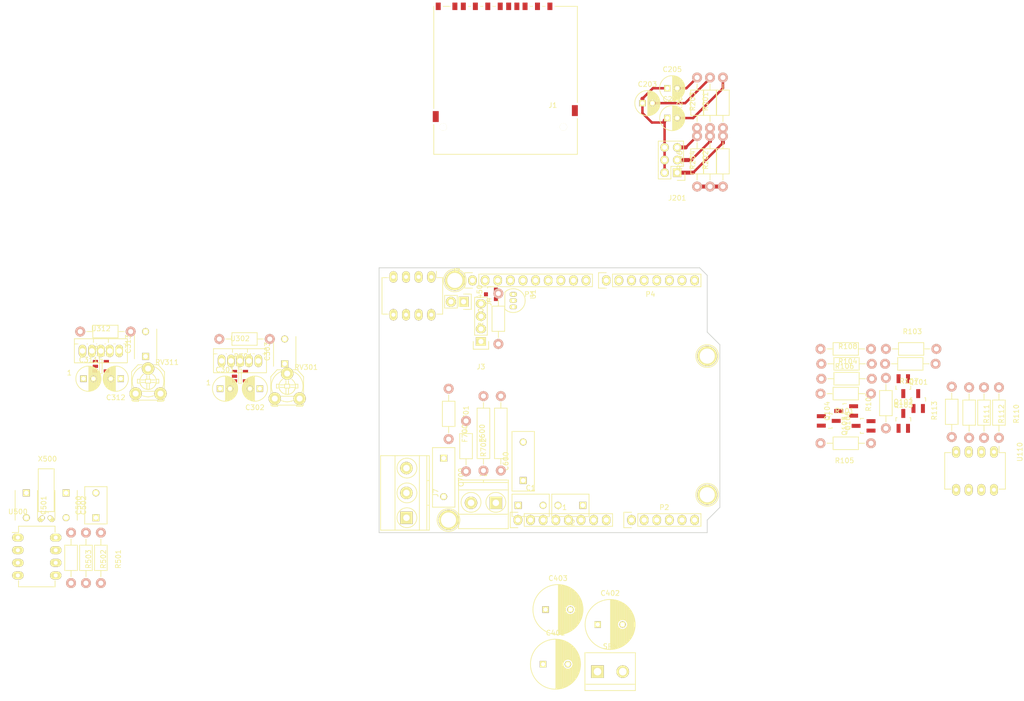
<source format=kicad_pcb>
(kicad_pcb (version 4) (host pcbnew 4.0.2-stable)

  (general
    (links 167)
    (no_connects 152)
    (area 110.922999 72.949999 179.653001 126.440001)
    (thickness 1.6)
    (drawings 27)
    (tracks 34)
    (zones 0)
    (modules 80)
    (nets 47)
  )

  (page A4)
  (title_block
    (date "lun. 30 mars 2015")
  )

  (layers
    (0 F.Cu signal)
    (31 B.Cu signal)
    (32 B.Adhes user)
    (33 F.Adhes user)
    (34 B.Paste user)
    (35 F.Paste user)
    (36 B.SilkS user)
    (37 F.SilkS user)
    (38 B.Mask user)
    (39 F.Mask user)
    (40 Dwgs.User user)
    (41 Cmts.User user)
    (42 Eco1.User user)
    (43 Eco2.User user)
    (44 Edge.Cuts user)
    (45 Margin user)
    (46 B.CrtYd user)
    (47 F.CrtYd user)
    (48 B.Fab user)
    (49 F.Fab user)
  )

  (setup
    (last_trace_width 0.5)
    (trace_clearance 0.3)
    (zone_clearance 0.508)
    (zone_45_only no)
    (trace_min 0.2)
    (segment_width 0.15)
    (edge_width 0.15)
    (via_size 1.5)
    (via_drill 0.8)
    (via_min_size 0.4)
    (via_min_drill 0.3)
    (uvia_size 0.3)
    (uvia_drill 0.1)
    (uvias_allowed no)
    (uvia_min_size 0.2)
    (uvia_min_drill 0.1)
    (pcb_text_width 0.3)
    (pcb_text_size 1.5 1.5)
    (mod_edge_width 0.15)
    (mod_text_size 1 1)
    (mod_text_width 0.15)
    (pad_size 4.064 4.064)
    (pad_drill 3.048)
    (pad_to_mask_clearance 0)
    (aux_axis_origin 110.998 126.365)
    (grid_origin 110.998 126.365)
    (visible_elements 7FFFFFFF)
    (pcbplotparams
      (layerselection 0x00030_80000001)
      (usegerberextensions false)
      (excludeedgelayer true)
      (linewidth 0.100000)
      (plotframeref false)
      (viasonmask false)
      (mode 1)
      (useauxorigin false)
      (hpglpennumber 1)
      (hpglpenspeed 20)
      (hpglpendiameter 15)
      (hpglpenoverlay 2)
      (psnegative false)
      (psa4output false)
      (plotreference true)
      (plotvalue true)
      (plotinvisibletext false)
      (padsonsilk false)
      (subtractmaskfromsilk false)
      (outputformat 1)
      (mirror false)
      (drillshape 1)
      (scaleselection 1)
      (outputdirectory ""))
  )

  (net 0 "")
  (net 1 +5V)
  (net 2 GND)
  (net 3 +3.3V)
  (net 4 Mes_bat)
  (net 5 Mes_mot)
  (net 6 I2C_SDA)
  (net 7 I2C_SCL)
  (net 8 A_REF)
  (net 9 ICSP2_SCK)
  (net 10 ICSP2_MISO)
  (net 11 ICSP2_MOSI)
  (net 12 SDCARD_CS)
  (net 13 Charge_ON)
  (net 14 Buzz)
  (net 15 BUTTON_LOW)
  (net 16 BUTTON_MID)
  (net 17 BUTTON_UP)
  (net 18 Alarm_clock)
  (net 19 MOT_BKW)
  (net 20 MOT_FRW)
  (net 21 V_sol)
  (net 22 V_bat)
  (net 23 MOT_B)
  (net 24 MOT_A)
  (net 25 "Net-(J4-Pad2)")
  (net 26 "Net-(C303-Pad1)")
  (net 27 "Net-(C313-Pad1)")
  (net 28 "Net-(C401-Pad2)")
  (net 29 "Net-(C501-Pad2)")
  (net 30 "Net-(C502-Pad2)")
  (net 31 "Net-(C600-Pad2)")
  (net 32 "Net-(C700-Pad2)")
  (net 33 "Net-(J201-Pad1)")
  (net 34 "Net-(J201-Pad3)")
  (net 35 "Net-(J201-Pad5)")
  (net 36 "Net-(Q101-Pad1)")
  (net 37 "Net-(Q102-Pad1)")
  (net 38 "Net-(Q103-Pad1)")
  (net 39 "Net-(Q103-Pad2)")
  (net 40 "Net-(Q104-Pad1)")
  (net 41 "Net-(Q105-Pad1)")
  (net 42 "Net-(Q106-Pad1)")
  (net 43 "Net-(R110-Pad1)")
  (net 44 "Net-(R111-Pad2)")
  (net 45 "Net-(R301-Pad2)")
  (net 46 "Net-(R311-Pad2)")

  (net_class Default "This is the default net class."
    (clearance 0.3)
    (trace_width 0.5)
    (via_dia 1.5)
    (via_drill 0.8)
    (uvia_dia 0.3)
    (uvia_drill 0.1)
    (add_net +3.3V)
    (add_net +5V)
    (add_net A_REF)
    (add_net Alarm_clock)
    (add_net BUTTON_LOW)
    (add_net BUTTON_MID)
    (add_net BUTTON_UP)
    (add_net Buzz)
    (add_net Charge_ON)
    (add_net GND)
    (add_net I2C_SCL)
    (add_net I2C_SDA)
    (add_net ICSP2_MISO)
    (add_net ICSP2_MOSI)
    (add_net ICSP2_SCK)
    (add_net MOT_A)
    (add_net MOT_B)
    (add_net MOT_BKW)
    (add_net MOT_FRW)
    (add_net Mes_bat)
    (add_net Mes_mot)
    (add_net "Net-(C303-Pad1)")
    (add_net "Net-(C313-Pad1)")
    (add_net "Net-(C401-Pad2)")
    (add_net "Net-(C501-Pad2)")
    (add_net "Net-(C502-Pad2)")
    (add_net "Net-(C600-Pad2)")
    (add_net "Net-(C700-Pad2)")
    (add_net "Net-(J201-Pad1)")
    (add_net "Net-(J201-Pad3)")
    (add_net "Net-(J201-Pad5)")
    (add_net "Net-(J4-Pad2)")
    (add_net "Net-(Q101-Pad1)")
    (add_net "Net-(Q102-Pad1)")
    (add_net "Net-(Q103-Pad1)")
    (add_net "Net-(Q103-Pad2)")
    (add_net "Net-(Q104-Pad1)")
    (add_net "Net-(Q105-Pad1)")
    (add_net "Net-(Q106-Pad1)")
    (add_net "Net-(R110-Pad1)")
    (add_net "Net-(R111-Pad2)")
    (add_net "Net-(R301-Pad2)")
    (add_net "Net-(R311-Pad2)")
    (add_net SDCARD_CS)
    (add_net V_bat)
    (add_net V_sol)
  )

  (module Socket_Arduino_Uno:Socket_Strip_Arduino_1x08 locked (layer F.Cu) (tedit 552168D2) (tstamp 551AF9EA)
    (at 138.938 123.825)
    (descr "Through hole socket strip")
    (tags "socket strip")
    (path /56D70129)
    (fp_text reference P1 (at 8.89 -2.54) (layer F.SilkS)
      (effects (font (size 1 1) (thickness 0.15)))
    )
    (fp_text value Power (at 8.89 -4.064) (layer F.Fab)
      (effects (font (size 1 1) (thickness 0.15)))
    )
    (fp_line (start -1.75 -1.75) (end -1.75 1.75) (layer F.CrtYd) (width 0.05))
    (fp_line (start 19.55 -1.75) (end 19.55 1.75) (layer F.CrtYd) (width 0.05))
    (fp_line (start -1.75 -1.75) (end 19.55 -1.75) (layer F.CrtYd) (width 0.05))
    (fp_line (start -1.75 1.75) (end 19.55 1.75) (layer F.CrtYd) (width 0.05))
    (fp_line (start 1.27 1.27) (end 19.05 1.27) (layer F.SilkS) (width 0.15))
    (fp_line (start 19.05 1.27) (end 19.05 -1.27) (layer F.SilkS) (width 0.15))
    (fp_line (start 19.05 -1.27) (end 1.27 -1.27) (layer F.SilkS) (width 0.15))
    (fp_line (start -1.55 1.55) (end 0 1.55) (layer F.SilkS) (width 0.15))
    (fp_line (start 1.27 1.27) (end 1.27 -1.27) (layer F.SilkS) (width 0.15))
    (fp_line (start 0 -1.55) (end -1.55 -1.55) (layer F.SilkS) (width 0.15))
    (fp_line (start -1.55 -1.55) (end -1.55 1.55) (layer F.SilkS) (width 0.15))
    (pad 1 thru_hole oval (at 0 0) (size 1.7272 2.032) (drill 1.016) (layers *.Cu *.Mask F.SilkS))
    (pad 2 thru_hole oval (at 2.54 0) (size 1.7272 2.032) (drill 1.016) (layers *.Cu *.Mask F.SilkS))
    (pad 3 thru_hole oval (at 5.08 0) (size 1.7272 2.032) (drill 1.016) (layers *.Cu *.Mask F.SilkS))
    (pad 4 thru_hole oval (at 7.62 0) (size 1.7272 2.032) (drill 1.016) (layers *.Cu *.Mask F.SilkS)
      (net 3 +3.3V))
    (pad 5 thru_hole oval (at 10.16 0) (size 1.7272 2.032) (drill 1.016) (layers *.Cu *.Mask F.SilkS)
      (net 1 +5V))
    (pad 6 thru_hole oval (at 12.7 0) (size 1.7272 2.032) (drill 1.016) (layers *.Cu *.Mask F.SilkS)
      (net 2 GND))
    (pad 7 thru_hole oval (at 15.24 0) (size 1.7272 2.032) (drill 1.016) (layers *.Cu *.Mask F.SilkS)
      (net 2 GND))
    (pad 8 thru_hole oval (at 17.78 0) (size 1.7272 2.032) (drill 1.016) (layers *.Cu *.Mask F.SilkS))
    (model ${KIPRJMOD}/Socket_Arduino_Uno.3dshapes/Socket_header_Arduino_1x08.wrl
      (at (xyz 0.35 0 0))
      (scale (xyz 1 1 1))
      (rotate (xyz 0 0 180))
    )
  )

  (module Socket_Arduino_Uno:Socket_Strip_Arduino_1x06 locked (layer F.Cu) (tedit 552168D6) (tstamp 551AF9FF)
    (at 161.798 123.825)
    (descr "Through hole socket strip")
    (tags "socket strip")
    (path /56D70DD8)
    (fp_text reference P2 (at 6.604 -2.54) (layer F.SilkS)
      (effects (font (size 1 1) (thickness 0.15)))
    )
    (fp_text value Analog (at 6.604 -4.064) (layer F.Fab)
      (effects (font (size 1 1) (thickness 0.15)))
    )
    (fp_line (start -1.75 -1.75) (end -1.75 1.75) (layer F.CrtYd) (width 0.05))
    (fp_line (start 14.45 -1.75) (end 14.45 1.75) (layer F.CrtYd) (width 0.05))
    (fp_line (start -1.75 -1.75) (end 14.45 -1.75) (layer F.CrtYd) (width 0.05))
    (fp_line (start -1.75 1.75) (end 14.45 1.75) (layer F.CrtYd) (width 0.05))
    (fp_line (start 1.27 1.27) (end 13.97 1.27) (layer F.SilkS) (width 0.15))
    (fp_line (start 13.97 1.27) (end 13.97 -1.27) (layer F.SilkS) (width 0.15))
    (fp_line (start 13.97 -1.27) (end 1.27 -1.27) (layer F.SilkS) (width 0.15))
    (fp_line (start -1.55 1.55) (end 0 1.55) (layer F.SilkS) (width 0.15))
    (fp_line (start 1.27 1.27) (end 1.27 -1.27) (layer F.SilkS) (width 0.15))
    (fp_line (start 0 -1.55) (end -1.55 -1.55) (layer F.SilkS) (width 0.15))
    (fp_line (start -1.55 -1.55) (end -1.55 1.55) (layer F.SilkS) (width 0.15))
    (pad 1 thru_hole oval (at 0 0) (size 1.7272 2.032) (drill 1.016) (layers *.Cu *.Mask F.SilkS))
    (pad 2 thru_hole oval (at 2.54 0) (size 1.7272 2.032) (drill 1.016) (layers *.Cu *.Mask F.SilkS)
      (net 4 Mes_bat))
    (pad 3 thru_hole oval (at 5.08 0) (size 1.7272 2.032) (drill 1.016) (layers *.Cu *.Mask F.SilkS)
      (net 5 Mes_mot))
    (pad 4 thru_hole oval (at 7.62 0) (size 1.7272 2.032) (drill 1.016) (layers *.Cu *.Mask F.SilkS))
    (pad 5 thru_hole oval (at 10.16 0) (size 1.7272 2.032) (drill 1.016) (layers *.Cu *.Mask F.SilkS)
      (net 6 I2C_SDA))
    (pad 6 thru_hole oval (at 12.7 0) (size 1.7272 2.032) (drill 1.016) (layers *.Cu *.Mask F.SilkS)
      (net 7 I2C_SCL))
    (model ${KIPRJMOD}/Socket_Arduino_Uno.3dshapes/Socket_header_Arduino_1x06.wrl
      (at (xyz 0.25 0 0))
      (scale (xyz 1 1 1))
      (rotate (xyz 0 0 180))
    )
  )

  (module Socket_Arduino_Uno:Socket_Strip_Arduino_1x10 locked (layer F.Cu) (tedit 552168BF) (tstamp 551AFA18)
    (at 129.794 75.565)
    (descr "Through hole socket strip")
    (tags "socket strip")
    (path /56D721E0)
    (fp_text reference P3 (at 11.43 2.794) (layer F.SilkS)
      (effects (font (size 1 1) (thickness 0.15)))
    )
    (fp_text value Digital (at 11.43 4.318) (layer F.Fab)
      (effects (font (size 1 1) (thickness 0.15)))
    )
    (fp_line (start -1.75 -1.75) (end -1.75 1.75) (layer F.CrtYd) (width 0.05))
    (fp_line (start 24.65 -1.75) (end 24.65 1.75) (layer F.CrtYd) (width 0.05))
    (fp_line (start -1.75 -1.75) (end 24.65 -1.75) (layer F.CrtYd) (width 0.05))
    (fp_line (start -1.75 1.75) (end 24.65 1.75) (layer F.CrtYd) (width 0.05))
    (fp_line (start 1.27 1.27) (end 24.13 1.27) (layer F.SilkS) (width 0.15))
    (fp_line (start 24.13 1.27) (end 24.13 -1.27) (layer F.SilkS) (width 0.15))
    (fp_line (start 24.13 -1.27) (end 1.27 -1.27) (layer F.SilkS) (width 0.15))
    (fp_line (start -1.55 1.55) (end 0 1.55) (layer F.SilkS) (width 0.15))
    (fp_line (start 1.27 1.27) (end 1.27 -1.27) (layer F.SilkS) (width 0.15))
    (fp_line (start 0 -1.55) (end -1.55 -1.55) (layer F.SilkS) (width 0.15))
    (fp_line (start -1.55 -1.55) (end -1.55 1.55) (layer F.SilkS) (width 0.15))
    (pad 1 thru_hole oval (at 0 0) (size 1.7272 2.032) (drill 1.016) (layers *.Cu *.Mask F.SilkS)
      (net 7 I2C_SCL))
    (pad 2 thru_hole oval (at 2.54 0) (size 1.7272 2.032) (drill 1.016) (layers *.Cu *.Mask F.SilkS)
      (net 6 I2C_SDA))
    (pad 3 thru_hole oval (at 5.08 0) (size 1.7272 2.032) (drill 1.016) (layers *.Cu *.Mask F.SilkS)
      (net 8 A_REF))
    (pad 4 thru_hole oval (at 7.62 0) (size 1.7272 2.032) (drill 1.016) (layers *.Cu *.Mask F.SilkS)
      (net 2 GND))
    (pad 5 thru_hole oval (at 10.16 0) (size 1.7272 2.032) (drill 1.016) (layers *.Cu *.Mask F.SilkS)
      (net 9 ICSP2_SCK))
    (pad 6 thru_hole oval (at 12.7 0) (size 1.7272 2.032) (drill 1.016) (layers *.Cu *.Mask F.SilkS)
      (net 10 ICSP2_MISO))
    (pad 7 thru_hole oval (at 15.24 0) (size 1.7272 2.032) (drill 1.016) (layers *.Cu *.Mask F.SilkS)
      (net 11 ICSP2_MOSI))
    (pad 8 thru_hole oval (at 17.78 0) (size 1.7272 2.032) (drill 1.016) (layers *.Cu *.Mask F.SilkS)
      (net 12 SDCARD_CS))
    (pad 9 thru_hole oval (at 20.32 0) (size 1.7272 2.032) (drill 1.016) (layers *.Cu *.Mask F.SilkS)
      (net 13 Charge_ON))
    (pad 10 thru_hole oval (at 22.86 0) (size 1.7272 2.032) (drill 1.016) (layers *.Cu *.Mask F.SilkS))
    (model ${KIPRJMOD}/Socket_Arduino_Uno.3dshapes/Socket_header_Arduino_1x10.wrl
      (at (xyz 0.45 0 0))
      (scale (xyz 1 1 1))
      (rotate (xyz 0 0 180))
    )
  )

  (module Socket_Arduino_Uno:Socket_Strip_Arduino_1x08 locked (layer F.Cu) (tedit 552168C7) (tstamp 551AFA2F)
    (at 156.718 75.565)
    (descr "Through hole socket strip")
    (tags "socket strip")
    (path /56D7164F)
    (fp_text reference P4 (at 8.89 2.794) (layer F.SilkS)
      (effects (font (size 1 1) (thickness 0.15)))
    )
    (fp_text value Digital (at 8.89 4.318) (layer F.Fab)
      (effects (font (size 1 1) (thickness 0.15)))
    )
    (fp_line (start -1.75 -1.75) (end -1.75 1.75) (layer F.CrtYd) (width 0.05))
    (fp_line (start 19.55 -1.75) (end 19.55 1.75) (layer F.CrtYd) (width 0.05))
    (fp_line (start -1.75 -1.75) (end 19.55 -1.75) (layer F.CrtYd) (width 0.05))
    (fp_line (start -1.75 1.75) (end 19.55 1.75) (layer F.CrtYd) (width 0.05))
    (fp_line (start 1.27 1.27) (end 19.05 1.27) (layer F.SilkS) (width 0.15))
    (fp_line (start 19.05 1.27) (end 19.05 -1.27) (layer F.SilkS) (width 0.15))
    (fp_line (start 19.05 -1.27) (end 1.27 -1.27) (layer F.SilkS) (width 0.15))
    (fp_line (start -1.55 1.55) (end 0 1.55) (layer F.SilkS) (width 0.15))
    (fp_line (start 1.27 1.27) (end 1.27 -1.27) (layer F.SilkS) (width 0.15))
    (fp_line (start 0 -1.55) (end -1.55 -1.55) (layer F.SilkS) (width 0.15))
    (fp_line (start -1.55 -1.55) (end -1.55 1.55) (layer F.SilkS) (width 0.15))
    (pad 1 thru_hole oval (at 0 0) (size 1.7272 2.032) (drill 1.016) (layers *.Cu *.Mask F.SilkS))
    (pad 2 thru_hole oval (at 2.54 0) (size 1.7272 2.032) (drill 1.016) (layers *.Cu *.Mask F.SilkS)
      (net 14 Buzz))
    (pad 3 thru_hole oval (at 5.08 0) (size 1.7272 2.032) (drill 1.016) (layers *.Cu *.Mask F.SilkS)
      (net 15 BUTTON_LOW))
    (pad 4 thru_hole oval (at 7.62 0) (size 1.7272 2.032) (drill 1.016) (layers *.Cu *.Mask F.SilkS)
      (net 16 BUTTON_MID))
    (pad 5 thru_hole oval (at 10.16 0) (size 1.7272 2.032) (drill 1.016) (layers *.Cu *.Mask F.SilkS)
      (net 17 BUTTON_UP))
    (pad 6 thru_hole oval (at 12.7 0) (size 1.7272 2.032) (drill 1.016) (layers *.Cu *.Mask F.SilkS)
      (net 18 Alarm_clock))
    (pad 7 thru_hole oval (at 15.24 0) (size 1.7272 2.032) (drill 1.016) (layers *.Cu *.Mask F.SilkS)
      (net 19 MOT_BKW))
    (pad 8 thru_hole oval (at 17.78 0) (size 1.7272 2.032) (drill 1.016) (layers *.Cu *.Mask F.SilkS)
      (net 20 MOT_FRW))
    (model ${KIPRJMOD}/Socket_Arduino_Uno.3dshapes/Socket_header_Arduino_1x08.wrl
      (at (xyz 0.35 0 0))
      (scale (xyz 1 1 1))
      (rotate (xyz 0 0 180))
    )
  )

  (module Socket_Arduino_Uno:Arduino_1pin locked (layer F.Cu) (tedit 5524FC39) (tstamp 5524FC3F)
    (at 124.968 123.825)
    (descr "module 1 pin (ou trou mecanique de percage)")
    (tags DEV)
    (path /56D71177)
    (fp_text reference P5 (at 0 -3.048) (layer F.SilkS) hide
      (effects (font (size 1 1) (thickness 0.15)))
    )
    (fp_text value CONN_01X01 (at 0 2.794) (layer F.Fab) hide
      (effects (font (size 1 1) (thickness 0.15)))
    )
    (fp_circle (center 0 0) (end 0 -2.286) (layer F.SilkS) (width 0.15))
    (pad 1 thru_hole circle (at 0 0) (size 4.064 4.064) (drill 3.048) (layers *.Cu *.Mask F.SilkS))
  )

  (module Socket_Arduino_Uno:Arduino_1pin locked (layer F.Cu) (tedit 5524FC4A) (tstamp 5524FC44)
    (at 177.038 118.745)
    (descr "module 1 pin (ou trou mecanique de percage)")
    (tags DEV)
    (path /56D71274)
    (fp_text reference P6 (at 0 -3.048) (layer F.SilkS) hide
      (effects (font (size 1 1) (thickness 0.15)))
    )
    (fp_text value CONN_01X01 (at 0 2.794) (layer F.Fab) hide
      (effects (font (size 1 1) (thickness 0.15)))
    )
    (fp_circle (center 0 0) (end 0 -2.286) (layer F.SilkS) (width 0.15))
    (pad 1 thru_hole circle (at 0 0) (size 4.064 4.064) (drill 3.048) (layers *.Cu *.Mask F.SilkS))
  )

  (module Socket_Arduino_Uno:Arduino_1pin locked (layer F.Cu) (tedit 5524FC2F) (tstamp 5524FC49)
    (at 126.238 75.565)
    (descr "module 1 pin (ou trou mecanique de percage)")
    (tags DEV)
    (path /56D712A8)
    (fp_text reference P7 (at 0 -3.048) (layer F.SilkS) hide
      (effects (font (size 1 1) (thickness 0.15)))
    )
    (fp_text value CONN_01X01 (at 0 2.794) (layer F.Fab) hide
      (effects (font (size 1 1) (thickness 0.15)))
    )
    (fp_circle (center 0 0) (end 0 -2.286) (layer F.SilkS) (width 0.15))
    (pad 1 thru_hole circle (at 0 0) (size 4.064 4.064) (drill 3.048) (layers *.Cu *.Mask F.SilkS))
  )

  (module Socket_Arduino_Uno:Arduino_1pin locked (layer F.Cu) (tedit 5524FC41) (tstamp 5524FC4E)
    (at 177.038 90.805)
    (descr "module 1 pin (ou trou mecanique de percage)")
    (tags DEV)
    (path /56D712DB)
    (fp_text reference P8 (at 0 -3.048) (layer F.SilkS) hide
      (effects (font (size 1 1) (thickness 0.15)))
    )
    (fp_text value CONN_01X01 (at 0 2.794) (layer F.Fab) hide
      (effects (font (size 1 1) (thickness 0.15)))
    )
    (fp_circle (center 0 0) (end 0 -2.286) (layer F.SilkS) (width 0.15))
    (pad 1 thru_hole circle (at 0 0) (size 4.064 4.064) (drill 3.048) (layers *.Cu *.Mask F.SilkS))
  )

  (module Connect:SD_Card_Receptacle (layer F.Cu) (tedit 54A89A84) (tstamp 56F1EF2E)
    (at 135.998 20.365)
    (path /56F161A7)
    (fp_text reference J1 (at 9.96386 19.9312) (layer F.SilkS)
      (effects (font (size 1 1) (thickness 0.15)))
    )
    (fp_text value MICROSD (at -1.2 9) (layer F.Fab)
      (effects (font (size 1 1) (thickness 0.15)))
    )
    (fp_line (start -14.7 41.05) (end 15.5 41.05) (layer F.CrtYd) (width 0.05))
    (fp_line (start 15.5 41.05) (end 15.5 -1.25) (layer F.CrtYd) (width 0.05))
    (fp_line (start 15.5 -1.25) (end -14.7 -1.25) (layer F.CrtYd) (width 0.05))
    (fp_line (start -14.7 -1.25) (end -14.7 41.05) (layer F.CrtYd) (width 0.05))
    (fp_line (start 7.9 0) (end 8.4 0) (layer F.SilkS) (width 0.15))
    (fp_line (start 5.4 0) (end 5.9 0) (layer F.SilkS) (width 0.15))
    (fp_line (start -2.1 0) (end -1.6 0) (layer F.SilkS) (width 0.15))
    (fp_line (start -4.6 0) (end -4.1 0) (layer F.SilkS) (width 0.15))
    (fp_line (start -7 0) (end -6.6 0) (layer F.SilkS) (width 0.15))
    (fp_line (start -12.1 0) (end -10.7 0) (layer F.SilkS) (width 0.15))
    (fp_line (start -14 20.6) (end -14 0) (layer F.SilkS) (width 0.15))
    (fp_line (start 14.9 19.4) (end 14.9 0) (layer F.SilkS) (width 0.15))
    (fp_line (start 14.9 0) (end 10.4 0) (layer F.SilkS) (width 0.15))
    (fp_line (start 14.9 29.8) (end -14 29.8) (layer F.SilkS) (width 0.15))
    (fp_line (start -14 29.8) (end -14 23.8) (layer F.SilkS) (width 0.15))
    (fp_line (start 14.9 29.8) (end 14.9 22.6) (layer F.SilkS) (width 0.15))
    (pad 1 smd rect (at 6.875 0) (size 1 1.5) (layers F.Cu F.Paste F.Mask))
    (pad 2 smd rect (at 4.375 0) (size 1 1.5) (layers F.Cu F.Paste F.Mask)
      (net 12 SDCARD_CS))
    (pad 3 smd rect (at 1.075 0) (size 1 1.5) (layers F.Cu F.Paste F.Mask)
      (net 11 ICSP2_MOSI))
    (pad 4 smd rect (at -0.625 0) (size 1 1.5) (layers F.Cu F.Paste F.Mask)
      (net 3 +3.3V))
    (pad 5 smd rect (at -3.125 0) (size 1 1.5) (layers F.Cu F.Paste F.Mask)
      (net 9 ICSP2_SCK))
    (pad 6 smd rect (at -5.625 0) (size 1 1.5) (layers F.Cu F.Paste F.Mask)
      (net 2 GND))
    (pad 7 smd rect (at -8.05 0) (size 1 1.5) (layers F.Cu F.Paste F.Mask)
      (net 10 ICSP2_MISO))
    (pad 8 smd rect (at -9.75 0) (size 1 1.5) (layers F.Cu F.Paste F.Mask))
    (pad 9 smd rect (at 9.375 0) (size 1 1.5) (layers F.Cu F.Paste F.Mask))
    (pad 10 smd rect (at 2.725 0) (size 1 1.5) (layers F.Cu F.Paste F.Mask))
    (pad 11 smd rect (at -13.1 0) (size 1 1.5) (layers F.Cu F.Paste F.Mask))
    (pad 12 smd rect (at 14.4 21) (size 1.2 2.2) (layers F.Cu F.Paste F.Mask))
    (pad 13 smd rect (at -13.6 22.2) (size 1.2 2.2) (layers F.Cu F.Paste F.Mask))
    (pad "" np_thru_hole circle (at 12.1 24.3) (size 1.5 1.5) (drill 1.5) (layers *.Cu *.Mask F.SilkS))
    (pad "" np_thru_hole circle (at -12.1 24.3) (size 1.5 1.5) (drill 1.5) (layers *.Cu *.Mask F.SilkS))
  )

  (module Capacitors_ThroughHole:C_Radial_D5_L11_P2 (layer F.Cu) (tedit 0) (tstamp 56F2876D)
    (at 168.998 42.865)
    (descr "Radial Electrolytic Capacitor 5mm x Length 11mm, Pitch 2mm")
    (tags "Electrolytic Capacitor")
    (path /56F160E6)
    (fp_text reference C201 (at 1 -3.8) (layer F.SilkS)
      (effects (font (size 1 1) (thickness 0.15)))
    )
    (fp_text value 1u (at 1 3.8) (layer F.Fab)
      (effects (font (size 1 1) (thickness 0.15)))
    )
    (fp_line (start 1.075 -2.499) (end 1.075 2.499) (layer F.SilkS) (width 0.15))
    (fp_line (start 1.215 -2.491) (end 1.215 -0.154) (layer F.SilkS) (width 0.15))
    (fp_line (start 1.215 0.154) (end 1.215 2.491) (layer F.SilkS) (width 0.15))
    (fp_line (start 1.355 -2.475) (end 1.355 -0.473) (layer F.SilkS) (width 0.15))
    (fp_line (start 1.355 0.473) (end 1.355 2.475) (layer F.SilkS) (width 0.15))
    (fp_line (start 1.495 -2.451) (end 1.495 -0.62) (layer F.SilkS) (width 0.15))
    (fp_line (start 1.495 0.62) (end 1.495 2.451) (layer F.SilkS) (width 0.15))
    (fp_line (start 1.635 -2.418) (end 1.635 -0.712) (layer F.SilkS) (width 0.15))
    (fp_line (start 1.635 0.712) (end 1.635 2.418) (layer F.SilkS) (width 0.15))
    (fp_line (start 1.775 -2.377) (end 1.775 -0.768) (layer F.SilkS) (width 0.15))
    (fp_line (start 1.775 0.768) (end 1.775 2.377) (layer F.SilkS) (width 0.15))
    (fp_line (start 1.915 -2.327) (end 1.915 -0.795) (layer F.SilkS) (width 0.15))
    (fp_line (start 1.915 0.795) (end 1.915 2.327) (layer F.SilkS) (width 0.15))
    (fp_line (start 2.055 -2.266) (end 2.055 -0.798) (layer F.SilkS) (width 0.15))
    (fp_line (start 2.055 0.798) (end 2.055 2.266) (layer F.SilkS) (width 0.15))
    (fp_line (start 2.195 -2.196) (end 2.195 -0.776) (layer F.SilkS) (width 0.15))
    (fp_line (start 2.195 0.776) (end 2.195 2.196) (layer F.SilkS) (width 0.15))
    (fp_line (start 2.335 -2.114) (end 2.335 -0.726) (layer F.SilkS) (width 0.15))
    (fp_line (start 2.335 0.726) (end 2.335 2.114) (layer F.SilkS) (width 0.15))
    (fp_line (start 2.475 -2.019) (end 2.475 -0.644) (layer F.SilkS) (width 0.15))
    (fp_line (start 2.475 0.644) (end 2.475 2.019) (layer F.SilkS) (width 0.15))
    (fp_line (start 2.615 -1.908) (end 2.615 -0.512) (layer F.SilkS) (width 0.15))
    (fp_line (start 2.615 0.512) (end 2.615 1.908) (layer F.SilkS) (width 0.15))
    (fp_line (start 2.755 -1.78) (end 2.755 -0.265) (layer F.SilkS) (width 0.15))
    (fp_line (start 2.755 0.265) (end 2.755 1.78) (layer F.SilkS) (width 0.15))
    (fp_line (start 2.895 -1.631) (end 2.895 1.631) (layer F.SilkS) (width 0.15))
    (fp_line (start 3.035 -1.452) (end 3.035 1.452) (layer F.SilkS) (width 0.15))
    (fp_line (start 3.175 -1.233) (end 3.175 1.233) (layer F.SilkS) (width 0.15))
    (fp_line (start 3.315 -0.944) (end 3.315 0.944) (layer F.SilkS) (width 0.15))
    (fp_line (start 3.455 -0.472) (end 3.455 0.472) (layer F.SilkS) (width 0.15))
    (fp_circle (center 2 0) (end 2 -0.8) (layer F.SilkS) (width 0.15))
    (fp_circle (center 1 0) (end 1 -2.5375) (layer F.SilkS) (width 0.15))
    (fp_circle (center 1 0) (end 1 -2.8) (layer F.CrtYd) (width 0.05))
    (pad 1 thru_hole rect (at 0 0) (size 1.3 1.3) (drill 0.8) (layers *.Cu *.Mask F.SilkS)
      (net 2 GND))
    (pad 2 thru_hole circle (at 2 0) (size 1.3 1.3) (drill 0.8) (layers *.Cu *.Mask F.SilkS)
      (net 17 BUTTON_UP))
    (model Capacitors_ThroughHole.3dshapes/C_Radial_D5_L11_P2.wrl
      (at (xyz 0 0 0))
      (scale (xyz 1 1 1))
      (rotate (xyz 0 0 0))
    )
  )

  (module Capacitors_ThroughHole:C_Radial_D5_L11_P2 (layer F.Cu) (tedit 0) (tstamp 56F28794)
    (at 163.998 39.865)
    (descr "Radial Electrolytic Capacitor 5mm x Length 11mm, Pitch 2mm")
    (tags "Electrolytic Capacitor")
    (path /56F160F9)
    (fp_text reference C203 (at 1 -3.8) (layer F.SilkS)
      (effects (font (size 1 1) (thickness 0.15)))
    )
    (fp_text value 1u (at 1 3.8) (layer F.Fab)
      (effects (font (size 1 1) (thickness 0.15)))
    )
    (fp_line (start 1.075 -2.499) (end 1.075 2.499) (layer F.SilkS) (width 0.15))
    (fp_line (start 1.215 -2.491) (end 1.215 -0.154) (layer F.SilkS) (width 0.15))
    (fp_line (start 1.215 0.154) (end 1.215 2.491) (layer F.SilkS) (width 0.15))
    (fp_line (start 1.355 -2.475) (end 1.355 -0.473) (layer F.SilkS) (width 0.15))
    (fp_line (start 1.355 0.473) (end 1.355 2.475) (layer F.SilkS) (width 0.15))
    (fp_line (start 1.495 -2.451) (end 1.495 -0.62) (layer F.SilkS) (width 0.15))
    (fp_line (start 1.495 0.62) (end 1.495 2.451) (layer F.SilkS) (width 0.15))
    (fp_line (start 1.635 -2.418) (end 1.635 -0.712) (layer F.SilkS) (width 0.15))
    (fp_line (start 1.635 0.712) (end 1.635 2.418) (layer F.SilkS) (width 0.15))
    (fp_line (start 1.775 -2.377) (end 1.775 -0.768) (layer F.SilkS) (width 0.15))
    (fp_line (start 1.775 0.768) (end 1.775 2.377) (layer F.SilkS) (width 0.15))
    (fp_line (start 1.915 -2.327) (end 1.915 -0.795) (layer F.SilkS) (width 0.15))
    (fp_line (start 1.915 0.795) (end 1.915 2.327) (layer F.SilkS) (width 0.15))
    (fp_line (start 2.055 -2.266) (end 2.055 -0.798) (layer F.SilkS) (width 0.15))
    (fp_line (start 2.055 0.798) (end 2.055 2.266) (layer F.SilkS) (width 0.15))
    (fp_line (start 2.195 -2.196) (end 2.195 -0.776) (layer F.SilkS) (width 0.15))
    (fp_line (start 2.195 0.776) (end 2.195 2.196) (layer F.SilkS) (width 0.15))
    (fp_line (start 2.335 -2.114) (end 2.335 -0.726) (layer F.SilkS) (width 0.15))
    (fp_line (start 2.335 0.726) (end 2.335 2.114) (layer F.SilkS) (width 0.15))
    (fp_line (start 2.475 -2.019) (end 2.475 -0.644) (layer F.SilkS) (width 0.15))
    (fp_line (start 2.475 0.644) (end 2.475 2.019) (layer F.SilkS) (width 0.15))
    (fp_line (start 2.615 -1.908) (end 2.615 -0.512) (layer F.SilkS) (width 0.15))
    (fp_line (start 2.615 0.512) (end 2.615 1.908) (layer F.SilkS) (width 0.15))
    (fp_line (start 2.755 -1.78) (end 2.755 -0.265) (layer F.SilkS) (width 0.15))
    (fp_line (start 2.755 0.265) (end 2.755 1.78) (layer F.SilkS) (width 0.15))
    (fp_line (start 2.895 -1.631) (end 2.895 1.631) (layer F.SilkS) (width 0.15))
    (fp_line (start 3.035 -1.452) (end 3.035 1.452) (layer F.SilkS) (width 0.15))
    (fp_line (start 3.175 -1.233) (end 3.175 1.233) (layer F.SilkS) (width 0.15))
    (fp_line (start 3.315 -0.944) (end 3.315 0.944) (layer F.SilkS) (width 0.15))
    (fp_line (start 3.455 -0.472) (end 3.455 0.472) (layer F.SilkS) (width 0.15))
    (fp_circle (center 2 0) (end 2 -0.8) (layer F.SilkS) (width 0.15))
    (fp_circle (center 1 0) (end 1 -2.5375) (layer F.SilkS) (width 0.15))
    (fp_circle (center 1 0) (end 1 -2.8) (layer F.CrtYd) (width 0.05))
    (pad 1 thru_hole rect (at 0 0) (size 1.3 1.3) (drill 0.8) (layers *.Cu *.Mask F.SilkS)
      (net 2 GND))
    (pad 2 thru_hole circle (at 2 0) (size 1.3 1.3) (drill 0.8) (layers *.Cu *.Mask F.SilkS)
      (net 16 BUTTON_MID))
    (model Capacitors_ThroughHole.3dshapes/C_Radial_D5_L11_P2.wrl
      (at (xyz 0 0 0))
      (scale (xyz 1 1 1))
      (rotate (xyz 0 0 0))
    )
  )

  (module Capacitors_ThroughHole:C_Radial_D5_L11_P2 (layer F.Cu) (tedit 0) (tstamp 56F287BB)
    (at 168.998 36.865)
    (descr "Radial Electrolytic Capacitor 5mm x Length 11mm, Pitch 2mm")
    (tags "Electrolytic Capacitor")
    (path /56F16125)
    (fp_text reference C205 (at 1 -3.8) (layer F.SilkS)
      (effects (font (size 1 1) (thickness 0.15)))
    )
    (fp_text value 1u (at 1 3.8) (layer F.Fab)
      (effects (font (size 1 1) (thickness 0.15)))
    )
    (fp_line (start 1.075 -2.499) (end 1.075 2.499) (layer F.SilkS) (width 0.15))
    (fp_line (start 1.215 -2.491) (end 1.215 -0.154) (layer F.SilkS) (width 0.15))
    (fp_line (start 1.215 0.154) (end 1.215 2.491) (layer F.SilkS) (width 0.15))
    (fp_line (start 1.355 -2.475) (end 1.355 -0.473) (layer F.SilkS) (width 0.15))
    (fp_line (start 1.355 0.473) (end 1.355 2.475) (layer F.SilkS) (width 0.15))
    (fp_line (start 1.495 -2.451) (end 1.495 -0.62) (layer F.SilkS) (width 0.15))
    (fp_line (start 1.495 0.62) (end 1.495 2.451) (layer F.SilkS) (width 0.15))
    (fp_line (start 1.635 -2.418) (end 1.635 -0.712) (layer F.SilkS) (width 0.15))
    (fp_line (start 1.635 0.712) (end 1.635 2.418) (layer F.SilkS) (width 0.15))
    (fp_line (start 1.775 -2.377) (end 1.775 -0.768) (layer F.SilkS) (width 0.15))
    (fp_line (start 1.775 0.768) (end 1.775 2.377) (layer F.SilkS) (width 0.15))
    (fp_line (start 1.915 -2.327) (end 1.915 -0.795) (layer F.SilkS) (width 0.15))
    (fp_line (start 1.915 0.795) (end 1.915 2.327) (layer F.SilkS) (width 0.15))
    (fp_line (start 2.055 -2.266) (end 2.055 -0.798) (layer F.SilkS) (width 0.15))
    (fp_line (start 2.055 0.798) (end 2.055 2.266) (layer F.SilkS) (width 0.15))
    (fp_line (start 2.195 -2.196) (end 2.195 -0.776) (layer F.SilkS) (width 0.15))
    (fp_line (start 2.195 0.776) (end 2.195 2.196) (layer F.SilkS) (width 0.15))
    (fp_line (start 2.335 -2.114) (end 2.335 -0.726) (layer F.SilkS) (width 0.15))
    (fp_line (start 2.335 0.726) (end 2.335 2.114) (layer F.SilkS) (width 0.15))
    (fp_line (start 2.475 -2.019) (end 2.475 -0.644) (layer F.SilkS) (width 0.15))
    (fp_line (start 2.475 0.644) (end 2.475 2.019) (layer F.SilkS) (width 0.15))
    (fp_line (start 2.615 -1.908) (end 2.615 -0.512) (layer F.SilkS) (width 0.15))
    (fp_line (start 2.615 0.512) (end 2.615 1.908) (layer F.SilkS) (width 0.15))
    (fp_line (start 2.755 -1.78) (end 2.755 -0.265) (layer F.SilkS) (width 0.15))
    (fp_line (start 2.755 0.265) (end 2.755 1.78) (layer F.SilkS) (width 0.15))
    (fp_line (start 2.895 -1.631) (end 2.895 1.631) (layer F.SilkS) (width 0.15))
    (fp_line (start 3.035 -1.452) (end 3.035 1.452) (layer F.SilkS) (width 0.15))
    (fp_line (start 3.175 -1.233) (end 3.175 1.233) (layer F.SilkS) (width 0.15))
    (fp_line (start 3.315 -0.944) (end 3.315 0.944) (layer F.SilkS) (width 0.15))
    (fp_line (start 3.455 -0.472) (end 3.455 0.472) (layer F.SilkS) (width 0.15))
    (fp_circle (center 2 0) (end 2 -0.8) (layer F.SilkS) (width 0.15))
    (fp_circle (center 1 0) (end 1 -2.5375) (layer F.SilkS) (width 0.15))
    (fp_circle (center 1 0) (end 1 -2.8) (layer F.CrtYd) (width 0.05))
    (pad 1 thru_hole rect (at 0 0) (size 1.3 1.3) (drill 0.8) (layers *.Cu *.Mask F.SilkS)
      (net 2 GND))
    (pad 2 thru_hole circle (at 2 0) (size 1.3 1.3) (drill 0.8) (layers *.Cu *.Mask F.SilkS)
      (net 15 BUTTON_LOW))
    (model Capacitors_ThroughHole.3dshapes/C_Radial_D5_L11_P2.wrl
      (at (xyz 0 0 0))
      (scale (xyz 1 1 1))
      (rotate (xyz 0 0 0))
    )
  )

  (module Capacitors_ThroughHole:C_Radial_D5_L11_P2 (layer F.Cu) (tedit 0) (tstamp 56F287E2)
    (at 78.998 97.365)
    (descr "Radial Electrolytic Capacitor 5mm x Length 11mm, Pitch 2mm")
    (tags "Electrolytic Capacitor")
    (path /56F16010)
    (fp_text reference C301 (at 1 -3.8) (layer F.SilkS)
      (effects (font (size 1 1) (thickness 0.15)))
    )
    (fp_text value 1u (at 1 3.8) (layer F.Fab)
      (effects (font (size 1 1) (thickness 0.15)))
    )
    (fp_line (start 1.075 -2.499) (end 1.075 2.499) (layer F.SilkS) (width 0.15))
    (fp_line (start 1.215 -2.491) (end 1.215 -0.154) (layer F.SilkS) (width 0.15))
    (fp_line (start 1.215 0.154) (end 1.215 2.491) (layer F.SilkS) (width 0.15))
    (fp_line (start 1.355 -2.475) (end 1.355 -0.473) (layer F.SilkS) (width 0.15))
    (fp_line (start 1.355 0.473) (end 1.355 2.475) (layer F.SilkS) (width 0.15))
    (fp_line (start 1.495 -2.451) (end 1.495 -0.62) (layer F.SilkS) (width 0.15))
    (fp_line (start 1.495 0.62) (end 1.495 2.451) (layer F.SilkS) (width 0.15))
    (fp_line (start 1.635 -2.418) (end 1.635 -0.712) (layer F.SilkS) (width 0.15))
    (fp_line (start 1.635 0.712) (end 1.635 2.418) (layer F.SilkS) (width 0.15))
    (fp_line (start 1.775 -2.377) (end 1.775 -0.768) (layer F.SilkS) (width 0.15))
    (fp_line (start 1.775 0.768) (end 1.775 2.377) (layer F.SilkS) (width 0.15))
    (fp_line (start 1.915 -2.327) (end 1.915 -0.795) (layer F.SilkS) (width 0.15))
    (fp_line (start 1.915 0.795) (end 1.915 2.327) (layer F.SilkS) (width 0.15))
    (fp_line (start 2.055 -2.266) (end 2.055 -0.798) (layer F.SilkS) (width 0.15))
    (fp_line (start 2.055 0.798) (end 2.055 2.266) (layer F.SilkS) (width 0.15))
    (fp_line (start 2.195 -2.196) (end 2.195 -0.776) (layer F.SilkS) (width 0.15))
    (fp_line (start 2.195 0.776) (end 2.195 2.196) (layer F.SilkS) (width 0.15))
    (fp_line (start 2.335 -2.114) (end 2.335 -0.726) (layer F.SilkS) (width 0.15))
    (fp_line (start 2.335 0.726) (end 2.335 2.114) (layer F.SilkS) (width 0.15))
    (fp_line (start 2.475 -2.019) (end 2.475 -0.644) (layer F.SilkS) (width 0.15))
    (fp_line (start 2.475 0.644) (end 2.475 2.019) (layer F.SilkS) (width 0.15))
    (fp_line (start 2.615 -1.908) (end 2.615 -0.512) (layer F.SilkS) (width 0.15))
    (fp_line (start 2.615 0.512) (end 2.615 1.908) (layer F.SilkS) (width 0.15))
    (fp_line (start 2.755 -1.78) (end 2.755 -0.265) (layer F.SilkS) (width 0.15))
    (fp_line (start 2.755 0.265) (end 2.755 1.78) (layer F.SilkS) (width 0.15))
    (fp_line (start 2.895 -1.631) (end 2.895 1.631) (layer F.SilkS) (width 0.15))
    (fp_line (start 3.035 -1.452) (end 3.035 1.452) (layer F.SilkS) (width 0.15))
    (fp_line (start 3.175 -1.233) (end 3.175 1.233) (layer F.SilkS) (width 0.15))
    (fp_line (start 3.315 -0.944) (end 3.315 0.944) (layer F.SilkS) (width 0.15))
    (fp_line (start 3.455 -0.472) (end 3.455 0.472) (layer F.SilkS) (width 0.15))
    (fp_circle (center 2 0) (end 2 -0.8) (layer F.SilkS) (width 0.15))
    (fp_circle (center 1 0) (end 1 -2.5375) (layer F.SilkS) (width 0.15))
    (fp_circle (center 1 0) (end 1 -2.8) (layer F.CrtYd) (width 0.05))
    (pad 1 thru_hole rect (at 0 0) (size 1.3 1.3) (drill 0.8) (layers *.Cu *.Mask F.SilkS)
      (net 21 V_sol))
    (pad 2 thru_hole circle (at 2 0) (size 1.3 1.3) (drill 0.8) (layers *.Cu *.Mask F.SilkS)
      (net 2 GND))
    (model Capacitors_ThroughHole.3dshapes/C_Radial_D5_L11_P2.wrl
      (at (xyz 0 0 0))
      (scale (xyz 1 1 1))
      (rotate (xyz 0 0 0))
    )
  )

  (module Capacitors_ThroughHole:C_Radial_D5_L11_P2 (layer F.Cu) (tedit 0) (tstamp 56F28809)
    (at 86.998 97.365 180)
    (descr "Radial Electrolytic Capacitor 5mm x Length 11mm, Pitch 2mm")
    (tags "Electrolytic Capacitor")
    (path /56F16004)
    (fp_text reference C302 (at 1 -3.8 180) (layer F.SilkS)
      (effects (font (size 1 1) (thickness 0.15)))
    )
    (fp_text value 1u (at 1 3.8 180) (layer F.Fab)
      (effects (font (size 1 1) (thickness 0.15)))
    )
    (fp_line (start 1.075 -2.499) (end 1.075 2.499) (layer F.SilkS) (width 0.15))
    (fp_line (start 1.215 -2.491) (end 1.215 -0.154) (layer F.SilkS) (width 0.15))
    (fp_line (start 1.215 0.154) (end 1.215 2.491) (layer F.SilkS) (width 0.15))
    (fp_line (start 1.355 -2.475) (end 1.355 -0.473) (layer F.SilkS) (width 0.15))
    (fp_line (start 1.355 0.473) (end 1.355 2.475) (layer F.SilkS) (width 0.15))
    (fp_line (start 1.495 -2.451) (end 1.495 -0.62) (layer F.SilkS) (width 0.15))
    (fp_line (start 1.495 0.62) (end 1.495 2.451) (layer F.SilkS) (width 0.15))
    (fp_line (start 1.635 -2.418) (end 1.635 -0.712) (layer F.SilkS) (width 0.15))
    (fp_line (start 1.635 0.712) (end 1.635 2.418) (layer F.SilkS) (width 0.15))
    (fp_line (start 1.775 -2.377) (end 1.775 -0.768) (layer F.SilkS) (width 0.15))
    (fp_line (start 1.775 0.768) (end 1.775 2.377) (layer F.SilkS) (width 0.15))
    (fp_line (start 1.915 -2.327) (end 1.915 -0.795) (layer F.SilkS) (width 0.15))
    (fp_line (start 1.915 0.795) (end 1.915 2.327) (layer F.SilkS) (width 0.15))
    (fp_line (start 2.055 -2.266) (end 2.055 -0.798) (layer F.SilkS) (width 0.15))
    (fp_line (start 2.055 0.798) (end 2.055 2.266) (layer F.SilkS) (width 0.15))
    (fp_line (start 2.195 -2.196) (end 2.195 -0.776) (layer F.SilkS) (width 0.15))
    (fp_line (start 2.195 0.776) (end 2.195 2.196) (layer F.SilkS) (width 0.15))
    (fp_line (start 2.335 -2.114) (end 2.335 -0.726) (layer F.SilkS) (width 0.15))
    (fp_line (start 2.335 0.726) (end 2.335 2.114) (layer F.SilkS) (width 0.15))
    (fp_line (start 2.475 -2.019) (end 2.475 -0.644) (layer F.SilkS) (width 0.15))
    (fp_line (start 2.475 0.644) (end 2.475 2.019) (layer F.SilkS) (width 0.15))
    (fp_line (start 2.615 -1.908) (end 2.615 -0.512) (layer F.SilkS) (width 0.15))
    (fp_line (start 2.615 0.512) (end 2.615 1.908) (layer F.SilkS) (width 0.15))
    (fp_line (start 2.755 -1.78) (end 2.755 -0.265) (layer F.SilkS) (width 0.15))
    (fp_line (start 2.755 0.265) (end 2.755 1.78) (layer F.SilkS) (width 0.15))
    (fp_line (start 2.895 -1.631) (end 2.895 1.631) (layer F.SilkS) (width 0.15))
    (fp_line (start 3.035 -1.452) (end 3.035 1.452) (layer F.SilkS) (width 0.15))
    (fp_line (start 3.175 -1.233) (end 3.175 1.233) (layer F.SilkS) (width 0.15))
    (fp_line (start 3.315 -0.944) (end 3.315 0.944) (layer F.SilkS) (width 0.15))
    (fp_line (start 3.455 -0.472) (end 3.455 0.472) (layer F.SilkS) (width 0.15))
    (fp_circle (center 2 0) (end 2 -0.8) (layer F.SilkS) (width 0.15))
    (fp_circle (center 1 0) (end 1 -2.5375) (layer F.SilkS) (width 0.15))
    (fp_circle (center 1 0) (end 1 -2.8) (layer F.CrtYd) (width 0.05))
    (pad 1 thru_hole rect (at 0 0 180) (size 1.3 1.3) (drill 0.8) (layers *.Cu *.Mask F.SilkS)
      (net 22 V_bat))
    (pad 2 thru_hole circle (at 2 0 180) (size 1.3 1.3) (drill 0.8) (layers *.Cu *.Mask F.SilkS)
      (net 2 GND))
    (model Capacitors_ThroughHole.3dshapes/C_Radial_D5_L11_P2.wrl
      (at (xyz 0 0 0))
      (scale (xyz 1 1 1))
      (rotate (xyz 0 0 0))
    )
  )

  (module Capacitors_ThroughHole:C_Disc_D6_P5 (layer F.Cu) (tedit 0) (tstamp 56F28815)
    (at 91.998 92.365 90)
    (descr "Capacitor 6mm Disc, Pitch 5mm")
    (tags Capacitor)
    (path /56F1639B)
    (fp_text reference C303 (at 2.5 -3.5 90) (layer F.SilkS)
      (effects (font (size 1 1) (thickness 0.15)))
    )
    (fp_text value 470pF (at 2.5 3.5 90) (layer F.Fab)
      (effects (font (size 1 1) (thickness 0.15)))
    )
    (fp_line (start -0.95 -2.5) (end 5.95 -2.5) (layer F.CrtYd) (width 0.05))
    (fp_line (start 5.95 -2.5) (end 5.95 2.5) (layer F.CrtYd) (width 0.05))
    (fp_line (start 5.95 2.5) (end -0.95 2.5) (layer F.CrtYd) (width 0.05))
    (fp_line (start -0.95 2.5) (end -0.95 -2.5) (layer F.CrtYd) (width 0.05))
    (fp_line (start -0.5 -2.25) (end 5.5 -2.25) (layer F.SilkS) (width 0.15))
    (fp_line (start 5.5 2.25) (end -0.5 2.25) (layer F.SilkS) (width 0.15))
    (pad 1 thru_hole rect (at 0 0 90) (size 1.4 1.4) (drill 0.9) (layers *.Cu *.Mask F.SilkS)
      (net 26 "Net-(C303-Pad1)"))
    (pad 2 thru_hole circle (at 5 0 90) (size 1.4 1.4) (drill 0.9) (layers *.Cu *.Mask F.SilkS)
      (net 2 GND))
    (model Capacitors_ThroughHole.3dshapes/C_Disc_D6_P5.wrl
      (at (xyz 0.0984252 0 0))
      (scale (xyz 1 1 1))
      (rotate (xyz 0 0 0))
    )
  )

  (module Capacitors_ThroughHole:C_Radial_D5_L11_P2 (layer F.Cu) (tedit 0) (tstamp 56F2883C)
    (at 51.498 95.365)
    (descr "Radial Electrolytic Capacitor 5mm x Length 11mm, Pitch 2mm")
    (tags "Electrolytic Capacitor")
    (path /56F57E55)
    (fp_text reference C311 (at 1 -3.8) (layer F.SilkS)
      (effects (font (size 1 1) (thickness 0.15)))
    )
    (fp_text value 1u (at 1 3.8) (layer F.Fab)
      (effects (font (size 1 1) (thickness 0.15)))
    )
    (fp_line (start 1.075 -2.499) (end 1.075 2.499) (layer F.SilkS) (width 0.15))
    (fp_line (start 1.215 -2.491) (end 1.215 -0.154) (layer F.SilkS) (width 0.15))
    (fp_line (start 1.215 0.154) (end 1.215 2.491) (layer F.SilkS) (width 0.15))
    (fp_line (start 1.355 -2.475) (end 1.355 -0.473) (layer F.SilkS) (width 0.15))
    (fp_line (start 1.355 0.473) (end 1.355 2.475) (layer F.SilkS) (width 0.15))
    (fp_line (start 1.495 -2.451) (end 1.495 -0.62) (layer F.SilkS) (width 0.15))
    (fp_line (start 1.495 0.62) (end 1.495 2.451) (layer F.SilkS) (width 0.15))
    (fp_line (start 1.635 -2.418) (end 1.635 -0.712) (layer F.SilkS) (width 0.15))
    (fp_line (start 1.635 0.712) (end 1.635 2.418) (layer F.SilkS) (width 0.15))
    (fp_line (start 1.775 -2.377) (end 1.775 -0.768) (layer F.SilkS) (width 0.15))
    (fp_line (start 1.775 0.768) (end 1.775 2.377) (layer F.SilkS) (width 0.15))
    (fp_line (start 1.915 -2.327) (end 1.915 -0.795) (layer F.SilkS) (width 0.15))
    (fp_line (start 1.915 0.795) (end 1.915 2.327) (layer F.SilkS) (width 0.15))
    (fp_line (start 2.055 -2.266) (end 2.055 -0.798) (layer F.SilkS) (width 0.15))
    (fp_line (start 2.055 0.798) (end 2.055 2.266) (layer F.SilkS) (width 0.15))
    (fp_line (start 2.195 -2.196) (end 2.195 -0.776) (layer F.SilkS) (width 0.15))
    (fp_line (start 2.195 0.776) (end 2.195 2.196) (layer F.SilkS) (width 0.15))
    (fp_line (start 2.335 -2.114) (end 2.335 -0.726) (layer F.SilkS) (width 0.15))
    (fp_line (start 2.335 0.726) (end 2.335 2.114) (layer F.SilkS) (width 0.15))
    (fp_line (start 2.475 -2.019) (end 2.475 -0.644) (layer F.SilkS) (width 0.15))
    (fp_line (start 2.475 0.644) (end 2.475 2.019) (layer F.SilkS) (width 0.15))
    (fp_line (start 2.615 -1.908) (end 2.615 -0.512) (layer F.SilkS) (width 0.15))
    (fp_line (start 2.615 0.512) (end 2.615 1.908) (layer F.SilkS) (width 0.15))
    (fp_line (start 2.755 -1.78) (end 2.755 -0.265) (layer F.SilkS) (width 0.15))
    (fp_line (start 2.755 0.265) (end 2.755 1.78) (layer F.SilkS) (width 0.15))
    (fp_line (start 2.895 -1.631) (end 2.895 1.631) (layer F.SilkS) (width 0.15))
    (fp_line (start 3.035 -1.452) (end 3.035 1.452) (layer F.SilkS) (width 0.15))
    (fp_line (start 3.175 -1.233) (end 3.175 1.233) (layer F.SilkS) (width 0.15))
    (fp_line (start 3.315 -0.944) (end 3.315 0.944) (layer F.SilkS) (width 0.15))
    (fp_line (start 3.455 -0.472) (end 3.455 0.472) (layer F.SilkS) (width 0.15))
    (fp_circle (center 2 0) (end 2 -0.8) (layer F.SilkS) (width 0.15))
    (fp_circle (center 1 0) (end 1 -2.5375) (layer F.SilkS) (width 0.15))
    (fp_circle (center 1 0) (end 1 -2.8) (layer F.CrtYd) (width 0.05))
    (pad 1 thru_hole rect (at 0 0) (size 1.3 1.3) (drill 0.8) (layers *.Cu *.Mask F.SilkS))
    (pad 2 thru_hole circle (at 2 0) (size 1.3 1.3) (drill 0.8) (layers *.Cu *.Mask F.SilkS)
      (net 2 GND))
    (model Capacitors_ThroughHole.3dshapes/C_Radial_D5_L11_P2.wrl
      (at (xyz 0 0 0))
      (scale (xyz 1 1 1))
      (rotate (xyz 0 0 0))
    )
  )

  (module Capacitors_ThroughHole:C_Radial_D5_L11_P2 (layer F.Cu) (tedit 0) (tstamp 56F28863)
    (at 58.998 95.365 180)
    (descr "Radial Electrolytic Capacitor 5mm x Length 11mm, Pitch 2mm")
    (tags "Electrolytic Capacitor")
    (path /56F163B3)
    (fp_text reference C312 (at 1 -3.8 180) (layer F.SilkS)
      (effects (font (size 1 1) (thickness 0.15)))
    )
    (fp_text value 1u (at 1 3.8 180) (layer F.Fab)
      (effects (font (size 1 1) (thickness 0.15)))
    )
    (fp_line (start 1.075 -2.499) (end 1.075 2.499) (layer F.SilkS) (width 0.15))
    (fp_line (start 1.215 -2.491) (end 1.215 -0.154) (layer F.SilkS) (width 0.15))
    (fp_line (start 1.215 0.154) (end 1.215 2.491) (layer F.SilkS) (width 0.15))
    (fp_line (start 1.355 -2.475) (end 1.355 -0.473) (layer F.SilkS) (width 0.15))
    (fp_line (start 1.355 0.473) (end 1.355 2.475) (layer F.SilkS) (width 0.15))
    (fp_line (start 1.495 -2.451) (end 1.495 -0.62) (layer F.SilkS) (width 0.15))
    (fp_line (start 1.495 0.62) (end 1.495 2.451) (layer F.SilkS) (width 0.15))
    (fp_line (start 1.635 -2.418) (end 1.635 -0.712) (layer F.SilkS) (width 0.15))
    (fp_line (start 1.635 0.712) (end 1.635 2.418) (layer F.SilkS) (width 0.15))
    (fp_line (start 1.775 -2.377) (end 1.775 -0.768) (layer F.SilkS) (width 0.15))
    (fp_line (start 1.775 0.768) (end 1.775 2.377) (layer F.SilkS) (width 0.15))
    (fp_line (start 1.915 -2.327) (end 1.915 -0.795) (layer F.SilkS) (width 0.15))
    (fp_line (start 1.915 0.795) (end 1.915 2.327) (layer F.SilkS) (width 0.15))
    (fp_line (start 2.055 -2.266) (end 2.055 -0.798) (layer F.SilkS) (width 0.15))
    (fp_line (start 2.055 0.798) (end 2.055 2.266) (layer F.SilkS) (width 0.15))
    (fp_line (start 2.195 -2.196) (end 2.195 -0.776) (layer F.SilkS) (width 0.15))
    (fp_line (start 2.195 0.776) (end 2.195 2.196) (layer F.SilkS) (width 0.15))
    (fp_line (start 2.335 -2.114) (end 2.335 -0.726) (layer F.SilkS) (width 0.15))
    (fp_line (start 2.335 0.726) (end 2.335 2.114) (layer F.SilkS) (width 0.15))
    (fp_line (start 2.475 -2.019) (end 2.475 -0.644) (layer F.SilkS) (width 0.15))
    (fp_line (start 2.475 0.644) (end 2.475 2.019) (layer F.SilkS) (width 0.15))
    (fp_line (start 2.615 -1.908) (end 2.615 -0.512) (layer F.SilkS) (width 0.15))
    (fp_line (start 2.615 0.512) (end 2.615 1.908) (layer F.SilkS) (width 0.15))
    (fp_line (start 2.755 -1.78) (end 2.755 -0.265) (layer F.SilkS) (width 0.15))
    (fp_line (start 2.755 0.265) (end 2.755 1.78) (layer F.SilkS) (width 0.15))
    (fp_line (start 2.895 -1.631) (end 2.895 1.631) (layer F.SilkS) (width 0.15))
    (fp_line (start 3.035 -1.452) (end 3.035 1.452) (layer F.SilkS) (width 0.15))
    (fp_line (start 3.175 -1.233) (end 3.175 1.233) (layer F.SilkS) (width 0.15))
    (fp_line (start 3.315 -0.944) (end 3.315 0.944) (layer F.SilkS) (width 0.15))
    (fp_line (start 3.455 -0.472) (end 3.455 0.472) (layer F.SilkS) (width 0.15))
    (fp_circle (center 2 0) (end 2 -0.8) (layer F.SilkS) (width 0.15))
    (fp_circle (center 1 0) (end 1 -2.5375) (layer F.SilkS) (width 0.15))
    (fp_circle (center 1 0) (end 1 -2.8) (layer F.CrtYd) (width 0.05))
    (pad 1 thru_hole rect (at 0 0 180) (size 1.3 1.3) (drill 0.8) (layers *.Cu *.Mask F.SilkS)
      (net 3 +3.3V))
    (pad 2 thru_hole circle (at 2 0 180) (size 1.3 1.3) (drill 0.8) (layers *.Cu *.Mask F.SilkS)
      (net 2 GND))
    (model Capacitors_ThroughHole.3dshapes/C_Radial_D5_L11_P2.wrl
      (at (xyz 0 0 0))
      (scale (xyz 1 1 1))
      (rotate (xyz 0 0 0))
    )
  )

  (module Capacitors_ThroughHole:C_Disc_D6_P5 (layer F.Cu) (tedit 0) (tstamp 56F2886F)
    (at 63.998 90.865 90)
    (descr "Capacitor 6mm Disc, Pitch 5mm")
    (tags Capacitor)
    (path /56F163D4)
    (fp_text reference C313 (at 2.5 -3.5 90) (layer F.SilkS)
      (effects (font (size 1 1) (thickness 0.15)))
    )
    (fp_text value 470p (at 2.5 3.5 90) (layer F.Fab)
      (effects (font (size 1 1) (thickness 0.15)))
    )
    (fp_line (start -0.95 -2.5) (end 5.95 -2.5) (layer F.CrtYd) (width 0.05))
    (fp_line (start 5.95 -2.5) (end 5.95 2.5) (layer F.CrtYd) (width 0.05))
    (fp_line (start 5.95 2.5) (end -0.95 2.5) (layer F.CrtYd) (width 0.05))
    (fp_line (start -0.95 2.5) (end -0.95 -2.5) (layer F.CrtYd) (width 0.05))
    (fp_line (start -0.5 -2.25) (end 5.5 -2.25) (layer F.SilkS) (width 0.15))
    (fp_line (start 5.5 2.25) (end -0.5 2.25) (layer F.SilkS) (width 0.15))
    (pad 1 thru_hole rect (at 0 0 90) (size 1.4 1.4) (drill 0.9) (layers *.Cu *.Mask F.SilkS)
      (net 27 "Net-(C313-Pad1)"))
    (pad 2 thru_hole circle (at 5 0 90) (size 1.4 1.4) (drill 0.9) (layers *.Cu *.Mask F.SilkS)
      (net 2 GND))
    (model Capacitors_ThroughHole.3dshapes/C_Disc_D6_P5.wrl
      (at (xyz 0.0984252 0 0))
      (scale (xyz 1 1 1))
      (rotate (xyz 0 0 0))
    )
  )

  (module Capacitors_ThroughHole:C_Radial_D10_L13_P5 (layer F.Cu) (tedit 0) (tstamp 56F288AA)
    (at 143.998 152.865)
    (descr "Radial Electrolytic Capacitor Diameter 10mm x Length 13mm, Pitch 5mm")
    (tags "Electrolytic Capacitor")
    (path /56F16209)
    (fp_text reference C401 (at 2.5 -6.3) (layer F.SilkS)
      (effects (font (size 1 1) (thickness 0.15)))
    )
    (fp_text value 100u (at 2.5 6.3) (layer F.Fab)
      (effects (font (size 1 1) (thickness 0.15)))
    )
    (fp_line (start 2.575 -4.999) (end 2.575 4.999) (layer F.SilkS) (width 0.15))
    (fp_line (start 2.715 -4.995) (end 2.715 4.995) (layer F.SilkS) (width 0.15))
    (fp_line (start 2.855 -4.987) (end 2.855 4.987) (layer F.SilkS) (width 0.15))
    (fp_line (start 2.995 -4.975) (end 2.995 4.975) (layer F.SilkS) (width 0.15))
    (fp_line (start 3.135 -4.96) (end 3.135 4.96) (layer F.SilkS) (width 0.15))
    (fp_line (start 3.275 -4.94) (end 3.275 4.94) (layer F.SilkS) (width 0.15))
    (fp_line (start 3.415 -4.916) (end 3.415 4.916) (layer F.SilkS) (width 0.15))
    (fp_line (start 3.555 -4.887) (end 3.555 4.887) (layer F.SilkS) (width 0.15))
    (fp_line (start 3.695 -4.855) (end 3.695 4.855) (layer F.SilkS) (width 0.15))
    (fp_line (start 3.835 -4.818) (end 3.835 4.818) (layer F.SilkS) (width 0.15))
    (fp_line (start 3.975 -4.777) (end 3.975 4.777) (layer F.SilkS) (width 0.15))
    (fp_line (start 4.115 -4.732) (end 4.115 -0.466) (layer F.SilkS) (width 0.15))
    (fp_line (start 4.115 0.466) (end 4.115 4.732) (layer F.SilkS) (width 0.15))
    (fp_line (start 4.255 -4.682) (end 4.255 -0.667) (layer F.SilkS) (width 0.15))
    (fp_line (start 4.255 0.667) (end 4.255 4.682) (layer F.SilkS) (width 0.15))
    (fp_line (start 4.395 -4.627) (end 4.395 -0.796) (layer F.SilkS) (width 0.15))
    (fp_line (start 4.395 0.796) (end 4.395 4.627) (layer F.SilkS) (width 0.15))
    (fp_line (start 4.535 -4.567) (end 4.535 -0.885) (layer F.SilkS) (width 0.15))
    (fp_line (start 4.535 0.885) (end 4.535 4.567) (layer F.SilkS) (width 0.15))
    (fp_line (start 4.675 -4.502) (end 4.675 -0.946) (layer F.SilkS) (width 0.15))
    (fp_line (start 4.675 0.946) (end 4.675 4.502) (layer F.SilkS) (width 0.15))
    (fp_line (start 4.815 -4.432) (end 4.815 -0.983) (layer F.SilkS) (width 0.15))
    (fp_line (start 4.815 0.983) (end 4.815 4.432) (layer F.SilkS) (width 0.15))
    (fp_line (start 4.955 -4.356) (end 4.955 -0.999) (layer F.SilkS) (width 0.15))
    (fp_line (start 4.955 0.999) (end 4.955 4.356) (layer F.SilkS) (width 0.15))
    (fp_line (start 5.095 -4.274) (end 5.095 -0.995) (layer F.SilkS) (width 0.15))
    (fp_line (start 5.095 0.995) (end 5.095 4.274) (layer F.SilkS) (width 0.15))
    (fp_line (start 5.235 -4.186) (end 5.235 -0.972) (layer F.SilkS) (width 0.15))
    (fp_line (start 5.235 0.972) (end 5.235 4.186) (layer F.SilkS) (width 0.15))
    (fp_line (start 5.375 -4.091) (end 5.375 -0.927) (layer F.SilkS) (width 0.15))
    (fp_line (start 5.375 0.927) (end 5.375 4.091) (layer F.SilkS) (width 0.15))
    (fp_line (start 5.515 -3.989) (end 5.515 -0.857) (layer F.SilkS) (width 0.15))
    (fp_line (start 5.515 0.857) (end 5.515 3.989) (layer F.SilkS) (width 0.15))
    (fp_line (start 5.655 -3.879) (end 5.655 -0.756) (layer F.SilkS) (width 0.15))
    (fp_line (start 5.655 0.756) (end 5.655 3.879) (layer F.SilkS) (width 0.15))
    (fp_line (start 5.795 -3.761) (end 5.795 -0.607) (layer F.SilkS) (width 0.15))
    (fp_line (start 5.795 0.607) (end 5.795 3.761) (layer F.SilkS) (width 0.15))
    (fp_line (start 5.935 -3.633) (end 5.935 -0.355) (layer F.SilkS) (width 0.15))
    (fp_line (start 5.935 0.355) (end 5.935 3.633) (layer F.SilkS) (width 0.15))
    (fp_line (start 6.075 -3.496) (end 6.075 3.496) (layer F.SilkS) (width 0.15))
    (fp_line (start 6.215 -3.346) (end 6.215 3.346) (layer F.SilkS) (width 0.15))
    (fp_line (start 6.355 -3.184) (end 6.355 3.184) (layer F.SilkS) (width 0.15))
    (fp_line (start 6.495 -3.007) (end 6.495 3.007) (layer F.SilkS) (width 0.15))
    (fp_line (start 6.635 -2.811) (end 6.635 2.811) (layer F.SilkS) (width 0.15))
    (fp_line (start 6.775 -2.593) (end 6.775 2.593) (layer F.SilkS) (width 0.15))
    (fp_line (start 6.915 -2.347) (end 6.915 2.347) (layer F.SilkS) (width 0.15))
    (fp_line (start 7.055 -2.062) (end 7.055 2.062) (layer F.SilkS) (width 0.15))
    (fp_line (start 7.195 -1.72) (end 7.195 1.72) (layer F.SilkS) (width 0.15))
    (fp_line (start 7.335 -1.274) (end 7.335 1.274) (layer F.SilkS) (width 0.15))
    (fp_line (start 7.475 -0.499) (end 7.475 0.499) (layer F.SilkS) (width 0.15))
    (fp_circle (center 5 0) (end 5 -1) (layer F.SilkS) (width 0.15))
    (fp_circle (center 2.5 0) (end 2.5 -5.0375) (layer F.SilkS) (width 0.15))
    (fp_circle (center 2.5 0) (end 2.5 -5.3) (layer F.CrtYd) (width 0.05))
    (pad 1 thru_hole rect (at 0 0) (size 1.3 1.3) (drill 0.8) (layers *.Cu *.Mask F.SilkS)
      (net 14 Buzz))
    (pad 2 thru_hole circle (at 5 0) (size 1.3 1.3) (drill 0.8) (layers *.Cu *.Mask F.SilkS)
      (net 28 "Net-(C401-Pad2)"))
    (model Capacitors_ThroughHole.3dshapes/C_Radial_D10_L13_P5.wrl
      (at (xyz 0.0984252 0 0))
      (scale (xyz 1 1 1))
      (rotate (xyz 0 0 90))
    )
  )

  (module Capacitors_ThroughHole:C_Radial_D10_L13_P5 (layer F.Cu) (tedit 0) (tstamp 56F288E5)
    (at 154.998 144.865)
    (descr "Radial Electrolytic Capacitor Diameter 10mm x Length 13mm, Pitch 5mm")
    (tags "Electrolytic Capacitor")
    (path /56F164D9)
    (fp_text reference C402 (at 2.5 -6.3) (layer F.SilkS)
      (effects (font (size 1 1) (thickness 0.15)))
    )
    (fp_text value 100u (at 2.5 6.3) (layer F.Fab)
      (effects (font (size 1 1) (thickness 0.15)))
    )
    (fp_line (start 2.575 -4.999) (end 2.575 4.999) (layer F.SilkS) (width 0.15))
    (fp_line (start 2.715 -4.995) (end 2.715 4.995) (layer F.SilkS) (width 0.15))
    (fp_line (start 2.855 -4.987) (end 2.855 4.987) (layer F.SilkS) (width 0.15))
    (fp_line (start 2.995 -4.975) (end 2.995 4.975) (layer F.SilkS) (width 0.15))
    (fp_line (start 3.135 -4.96) (end 3.135 4.96) (layer F.SilkS) (width 0.15))
    (fp_line (start 3.275 -4.94) (end 3.275 4.94) (layer F.SilkS) (width 0.15))
    (fp_line (start 3.415 -4.916) (end 3.415 4.916) (layer F.SilkS) (width 0.15))
    (fp_line (start 3.555 -4.887) (end 3.555 4.887) (layer F.SilkS) (width 0.15))
    (fp_line (start 3.695 -4.855) (end 3.695 4.855) (layer F.SilkS) (width 0.15))
    (fp_line (start 3.835 -4.818) (end 3.835 4.818) (layer F.SilkS) (width 0.15))
    (fp_line (start 3.975 -4.777) (end 3.975 4.777) (layer F.SilkS) (width 0.15))
    (fp_line (start 4.115 -4.732) (end 4.115 -0.466) (layer F.SilkS) (width 0.15))
    (fp_line (start 4.115 0.466) (end 4.115 4.732) (layer F.SilkS) (width 0.15))
    (fp_line (start 4.255 -4.682) (end 4.255 -0.667) (layer F.SilkS) (width 0.15))
    (fp_line (start 4.255 0.667) (end 4.255 4.682) (layer F.SilkS) (width 0.15))
    (fp_line (start 4.395 -4.627) (end 4.395 -0.796) (layer F.SilkS) (width 0.15))
    (fp_line (start 4.395 0.796) (end 4.395 4.627) (layer F.SilkS) (width 0.15))
    (fp_line (start 4.535 -4.567) (end 4.535 -0.885) (layer F.SilkS) (width 0.15))
    (fp_line (start 4.535 0.885) (end 4.535 4.567) (layer F.SilkS) (width 0.15))
    (fp_line (start 4.675 -4.502) (end 4.675 -0.946) (layer F.SilkS) (width 0.15))
    (fp_line (start 4.675 0.946) (end 4.675 4.502) (layer F.SilkS) (width 0.15))
    (fp_line (start 4.815 -4.432) (end 4.815 -0.983) (layer F.SilkS) (width 0.15))
    (fp_line (start 4.815 0.983) (end 4.815 4.432) (layer F.SilkS) (width 0.15))
    (fp_line (start 4.955 -4.356) (end 4.955 -0.999) (layer F.SilkS) (width 0.15))
    (fp_line (start 4.955 0.999) (end 4.955 4.356) (layer F.SilkS) (width 0.15))
    (fp_line (start 5.095 -4.274) (end 5.095 -0.995) (layer F.SilkS) (width 0.15))
    (fp_line (start 5.095 0.995) (end 5.095 4.274) (layer F.SilkS) (width 0.15))
    (fp_line (start 5.235 -4.186) (end 5.235 -0.972) (layer F.SilkS) (width 0.15))
    (fp_line (start 5.235 0.972) (end 5.235 4.186) (layer F.SilkS) (width 0.15))
    (fp_line (start 5.375 -4.091) (end 5.375 -0.927) (layer F.SilkS) (width 0.15))
    (fp_line (start 5.375 0.927) (end 5.375 4.091) (layer F.SilkS) (width 0.15))
    (fp_line (start 5.515 -3.989) (end 5.515 -0.857) (layer F.SilkS) (width 0.15))
    (fp_line (start 5.515 0.857) (end 5.515 3.989) (layer F.SilkS) (width 0.15))
    (fp_line (start 5.655 -3.879) (end 5.655 -0.756) (layer F.SilkS) (width 0.15))
    (fp_line (start 5.655 0.756) (end 5.655 3.879) (layer F.SilkS) (width 0.15))
    (fp_line (start 5.795 -3.761) (end 5.795 -0.607) (layer F.SilkS) (width 0.15))
    (fp_line (start 5.795 0.607) (end 5.795 3.761) (layer F.SilkS) (width 0.15))
    (fp_line (start 5.935 -3.633) (end 5.935 -0.355) (layer F.SilkS) (width 0.15))
    (fp_line (start 5.935 0.355) (end 5.935 3.633) (layer F.SilkS) (width 0.15))
    (fp_line (start 6.075 -3.496) (end 6.075 3.496) (layer F.SilkS) (width 0.15))
    (fp_line (start 6.215 -3.346) (end 6.215 3.346) (layer F.SilkS) (width 0.15))
    (fp_line (start 6.355 -3.184) (end 6.355 3.184) (layer F.SilkS) (width 0.15))
    (fp_line (start 6.495 -3.007) (end 6.495 3.007) (layer F.SilkS) (width 0.15))
    (fp_line (start 6.635 -2.811) (end 6.635 2.811) (layer F.SilkS) (width 0.15))
    (fp_line (start 6.775 -2.593) (end 6.775 2.593) (layer F.SilkS) (width 0.15))
    (fp_line (start 6.915 -2.347) (end 6.915 2.347) (layer F.SilkS) (width 0.15))
    (fp_line (start 7.055 -2.062) (end 7.055 2.062) (layer F.SilkS) (width 0.15))
    (fp_line (start 7.195 -1.72) (end 7.195 1.72) (layer F.SilkS) (width 0.15))
    (fp_line (start 7.335 -1.274) (end 7.335 1.274) (layer F.SilkS) (width 0.15))
    (fp_line (start 7.475 -0.499) (end 7.475 0.499) (layer F.SilkS) (width 0.15))
    (fp_circle (center 5 0) (end 5 -1) (layer F.SilkS) (width 0.15))
    (fp_circle (center 2.5 0) (end 2.5 -5.0375) (layer F.SilkS) (width 0.15))
    (fp_circle (center 2.5 0) (end 2.5 -5.3) (layer F.CrtYd) (width 0.05))
    (pad 1 thru_hole rect (at 0 0) (size 1.3 1.3) (drill 0.8) (layers *.Cu *.Mask F.SilkS)
      (net 14 Buzz))
    (pad 2 thru_hole circle (at 5 0) (size 1.3 1.3) (drill 0.8) (layers *.Cu *.Mask F.SilkS)
      (net 28 "Net-(C401-Pad2)"))
    (model Capacitors_ThroughHole.3dshapes/C_Radial_D10_L13_P5.wrl
      (at (xyz 0.0984252 0 0))
      (scale (xyz 1 1 1))
      (rotate (xyz 0 0 90))
    )
  )

  (module Capacitors_ThroughHole:C_Radial_D10_L13_P5 (layer F.Cu) (tedit 0) (tstamp 56F28920)
    (at 144.498 141.865)
    (descr "Radial Electrolytic Capacitor Diameter 10mm x Length 13mm, Pitch 5mm")
    (tags "Electrolytic Capacitor")
    (path /56F16210)
    (fp_text reference C403 (at 2.5 -6.3) (layer F.SilkS)
      (effects (font (size 1 1) (thickness 0.15)))
    )
    (fp_text value 100u (at 2.5 6.3) (layer F.Fab)
      (effects (font (size 1 1) (thickness 0.15)))
    )
    (fp_line (start 2.575 -4.999) (end 2.575 4.999) (layer F.SilkS) (width 0.15))
    (fp_line (start 2.715 -4.995) (end 2.715 4.995) (layer F.SilkS) (width 0.15))
    (fp_line (start 2.855 -4.987) (end 2.855 4.987) (layer F.SilkS) (width 0.15))
    (fp_line (start 2.995 -4.975) (end 2.995 4.975) (layer F.SilkS) (width 0.15))
    (fp_line (start 3.135 -4.96) (end 3.135 4.96) (layer F.SilkS) (width 0.15))
    (fp_line (start 3.275 -4.94) (end 3.275 4.94) (layer F.SilkS) (width 0.15))
    (fp_line (start 3.415 -4.916) (end 3.415 4.916) (layer F.SilkS) (width 0.15))
    (fp_line (start 3.555 -4.887) (end 3.555 4.887) (layer F.SilkS) (width 0.15))
    (fp_line (start 3.695 -4.855) (end 3.695 4.855) (layer F.SilkS) (width 0.15))
    (fp_line (start 3.835 -4.818) (end 3.835 4.818) (layer F.SilkS) (width 0.15))
    (fp_line (start 3.975 -4.777) (end 3.975 4.777) (layer F.SilkS) (width 0.15))
    (fp_line (start 4.115 -4.732) (end 4.115 -0.466) (layer F.SilkS) (width 0.15))
    (fp_line (start 4.115 0.466) (end 4.115 4.732) (layer F.SilkS) (width 0.15))
    (fp_line (start 4.255 -4.682) (end 4.255 -0.667) (layer F.SilkS) (width 0.15))
    (fp_line (start 4.255 0.667) (end 4.255 4.682) (layer F.SilkS) (width 0.15))
    (fp_line (start 4.395 -4.627) (end 4.395 -0.796) (layer F.SilkS) (width 0.15))
    (fp_line (start 4.395 0.796) (end 4.395 4.627) (layer F.SilkS) (width 0.15))
    (fp_line (start 4.535 -4.567) (end 4.535 -0.885) (layer F.SilkS) (width 0.15))
    (fp_line (start 4.535 0.885) (end 4.535 4.567) (layer F.SilkS) (width 0.15))
    (fp_line (start 4.675 -4.502) (end 4.675 -0.946) (layer F.SilkS) (width 0.15))
    (fp_line (start 4.675 0.946) (end 4.675 4.502) (layer F.SilkS) (width 0.15))
    (fp_line (start 4.815 -4.432) (end 4.815 -0.983) (layer F.SilkS) (width 0.15))
    (fp_line (start 4.815 0.983) (end 4.815 4.432) (layer F.SilkS) (width 0.15))
    (fp_line (start 4.955 -4.356) (end 4.955 -0.999) (layer F.SilkS) (width 0.15))
    (fp_line (start 4.955 0.999) (end 4.955 4.356) (layer F.SilkS) (width 0.15))
    (fp_line (start 5.095 -4.274) (end 5.095 -0.995) (layer F.SilkS) (width 0.15))
    (fp_line (start 5.095 0.995) (end 5.095 4.274) (layer F.SilkS) (width 0.15))
    (fp_line (start 5.235 -4.186) (end 5.235 -0.972) (layer F.SilkS) (width 0.15))
    (fp_line (start 5.235 0.972) (end 5.235 4.186) (layer F.SilkS) (width 0.15))
    (fp_line (start 5.375 -4.091) (end 5.375 -0.927) (layer F.SilkS) (width 0.15))
    (fp_line (start 5.375 0.927) (end 5.375 4.091) (layer F.SilkS) (width 0.15))
    (fp_line (start 5.515 -3.989) (end 5.515 -0.857) (layer F.SilkS) (width 0.15))
    (fp_line (start 5.515 0.857) (end 5.515 3.989) (layer F.SilkS) (width 0.15))
    (fp_line (start 5.655 -3.879) (end 5.655 -0.756) (layer F.SilkS) (width 0.15))
    (fp_line (start 5.655 0.756) (end 5.655 3.879) (layer F.SilkS) (width 0.15))
    (fp_line (start 5.795 -3.761) (end 5.795 -0.607) (layer F.SilkS) (width 0.15))
    (fp_line (start 5.795 0.607) (end 5.795 3.761) (layer F.SilkS) (width 0.15))
    (fp_line (start 5.935 -3.633) (end 5.935 -0.355) (layer F.SilkS) (width 0.15))
    (fp_line (start 5.935 0.355) (end 5.935 3.633) (layer F.SilkS) (width 0.15))
    (fp_line (start 6.075 -3.496) (end 6.075 3.496) (layer F.SilkS) (width 0.15))
    (fp_line (start 6.215 -3.346) (end 6.215 3.346) (layer F.SilkS) (width 0.15))
    (fp_line (start 6.355 -3.184) (end 6.355 3.184) (layer F.SilkS) (width 0.15))
    (fp_line (start 6.495 -3.007) (end 6.495 3.007) (layer F.SilkS) (width 0.15))
    (fp_line (start 6.635 -2.811) (end 6.635 2.811) (layer F.SilkS) (width 0.15))
    (fp_line (start 6.775 -2.593) (end 6.775 2.593) (layer F.SilkS) (width 0.15))
    (fp_line (start 6.915 -2.347) (end 6.915 2.347) (layer F.SilkS) (width 0.15))
    (fp_line (start 7.055 -2.062) (end 7.055 2.062) (layer F.SilkS) (width 0.15))
    (fp_line (start 7.195 -1.72) (end 7.195 1.72) (layer F.SilkS) (width 0.15))
    (fp_line (start 7.335 -1.274) (end 7.335 1.274) (layer F.SilkS) (width 0.15))
    (fp_line (start 7.475 -0.499) (end 7.475 0.499) (layer F.SilkS) (width 0.15))
    (fp_circle (center 5 0) (end 5 -1) (layer F.SilkS) (width 0.15))
    (fp_circle (center 2.5 0) (end 2.5 -5.0375) (layer F.SilkS) (width 0.15))
    (fp_circle (center 2.5 0) (end 2.5 -5.3) (layer F.CrtYd) (width 0.05))
    (pad 1 thru_hole rect (at 0 0) (size 1.3 1.3) (drill 0.8) (layers *.Cu *.Mask F.SilkS)
      (net 14 Buzz))
    (pad 2 thru_hole circle (at 5 0) (size 1.3 1.3) (drill 0.8) (layers *.Cu *.Mask F.SilkS)
      (net 28 "Net-(C401-Pad2)"))
    (model Capacitors_ThroughHole.3dshapes/C_Radial_D10_L13_P5.wrl
      (at (xyz 0.0984252 0 0))
      (scale (xyz 1 1 1))
      (rotate (xyz 0 0 90))
    )
  )

  (module Capacitors_ThroughHole:C_Disc_D7.5_P5 (layer F.Cu) (tedit 0) (tstamp 56F2892E)
    (at 53.998 123.365 90)
    (descr "Capacitor 7.5mm Disc, Pitch 5mm")
    (tags Capacitor)
    (path /56F16264)
    (fp_text reference C500 (at 2.5 -3.5 90) (layer F.SilkS)
      (effects (font (size 1 1) (thickness 0.15)))
    )
    (fp_text value 100n (at 2.5 3.5 90) (layer F.Fab)
      (effects (font (size 1 1) (thickness 0.15)))
    )
    (fp_line (start -1.5 -2.5) (end 6.5 -2.5) (layer F.CrtYd) (width 0.05))
    (fp_line (start 6.5 -2.5) (end 6.5 2.5) (layer F.CrtYd) (width 0.05))
    (fp_line (start 6.5 2.5) (end -1.5 2.5) (layer F.CrtYd) (width 0.05))
    (fp_line (start -1.5 2.5) (end -1.5 -2.5) (layer F.CrtYd) (width 0.05))
    (fp_line (start -1.25 -2.25) (end 6.25 -2.25) (layer F.SilkS) (width 0.15))
    (fp_line (start 6.25 -2.25) (end 6.25 2.25) (layer F.SilkS) (width 0.15))
    (fp_line (start 6.25 2.25) (end -1.25 2.25) (layer F.SilkS) (width 0.15))
    (fp_line (start -1.25 2.25) (end -1.25 -2.25) (layer F.SilkS) (width 0.15))
    (pad 1 thru_hole rect (at 0 0 90) (size 1.4 1.4) (drill 0.9) (layers *.Cu *.Mask F.SilkS)
      (net 3 +3.3V))
    (pad 2 thru_hole circle (at 5 0 90) (size 1.4 1.4) (drill 0.9) (layers *.Cu *.Mask F.SilkS)
      (net 2 GND))
    (model Capacitors_ThroughHole.3dshapes/C_Disc_D7.5_P5.wrl
      (at (xyz 0.0984252 0 0))
      (scale (xyz 1 1 1))
      (rotate (xyz 0 0 0))
    )
  )

  (module Capacitors_ThroughHole:C_Disc_D6_P5 (layer F.Cu) (tedit 0) (tstamp 56F2893A)
    (at 39.998 118.365 270)
    (descr "Capacitor 6mm Disc, Pitch 5mm")
    (tags Capacitor)
    (path /56F1628E)
    (fp_text reference C501 (at 2.5 -3.5 270) (layer F.SilkS)
      (effects (font (size 1 1) (thickness 0.15)))
    )
    (fp_text value 10p (at 2.5 3.5 270) (layer F.Fab)
      (effects (font (size 1 1) (thickness 0.15)))
    )
    (fp_line (start -0.95 -2.5) (end 5.95 -2.5) (layer F.CrtYd) (width 0.05))
    (fp_line (start 5.95 -2.5) (end 5.95 2.5) (layer F.CrtYd) (width 0.05))
    (fp_line (start 5.95 2.5) (end -0.95 2.5) (layer F.CrtYd) (width 0.05))
    (fp_line (start -0.95 2.5) (end -0.95 -2.5) (layer F.CrtYd) (width 0.05))
    (fp_line (start -0.5 -2.25) (end 5.5 -2.25) (layer F.SilkS) (width 0.15))
    (fp_line (start 5.5 2.25) (end -0.5 2.25) (layer F.SilkS) (width 0.15))
    (pad 1 thru_hole rect (at 0 0 270) (size 1.4 1.4) (drill 0.9) (layers *.Cu *.Mask F.SilkS)
      (net 2 GND))
    (pad 2 thru_hole circle (at 5 0 270) (size 1.4 1.4) (drill 0.9) (layers *.Cu *.Mask F.SilkS)
      (net 29 "Net-(C501-Pad2)"))
    (model Capacitors_ThroughHole.3dshapes/C_Disc_D6_P5.wrl
      (at (xyz 0.098425 0 0))
      (scale (xyz 1 1 1))
      (rotate (xyz 0 0 0))
    )
  )

  (module Capacitors_ThroughHole:C_Disc_D6_P5 (layer F.Cu) (tedit 0) (tstamp 56F28946)
    (at 47.998 118.365 270)
    (descr "Capacitor 6mm Disc, Pitch 5mm")
    (tags Capacitor)
    (path /56F16294)
    (fp_text reference C502 (at 2.5 -3.5 270) (layer F.SilkS)
      (effects (font (size 1 1) (thickness 0.15)))
    )
    (fp_text value 10p (at 2.5 3.5 270) (layer F.Fab)
      (effects (font (size 1 1) (thickness 0.15)))
    )
    (fp_line (start -0.95 -2.5) (end 5.95 -2.5) (layer F.CrtYd) (width 0.05))
    (fp_line (start 5.95 -2.5) (end 5.95 2.5) (layer F.CrtYd) (width 0.05))
    (fp_line (start 5.95 2.5) (end -0.95 2.5) (layer F.CrtYd) (width 0.05))
    (fp_line (start -0.95 2.5) (end -0.95 -2.5) (layer F.CrtYd) (width 0.05))
    (fp_line (start -0.5 -2.25) (end 5.5 -2.25) (layer F.SilkS) (width 0.15))
    (fp_line (start 5.5 2.25) (end -0.5 2.25) (layer F.SilkS) (width 0.15))
    (pad 1 thru_hole rect (at 0 0 270) (size 1.4 1.4) (drill 0.9) (layers *.Cu *.Mask F.SilkS)
      (net 2 GND))
    (pad 2 thru_hole circle (at 5 0 270) (size 1.4 1.4) (drill 0.9) (layers *.Cu *.Mask F.SilkS)
      (net 30 "Net-(C502-Pad2)"))
    (model Capacitors_ThroughHole.3dshapes/C_Disc_D6_P5.wrl
      (at (xyz 0.0984252 0 0))
      (scale (xyz 1 1 1))
      (rotate (xyz 0 0 0))
    )
  )

  (module Capacitors_ThroughHole:C_Disc_D12_P7.75 (layer F.Cu) (tedit 0) (tstamp 56F28954)
    (at 139.998 115.865 90)
    (descr "Capacitor 12mm Disc, Pitch 7.75mm")
    (tags Capacitor)
    (path /56F16216)
    (fp_text reference C600 (at 3.875 -3.5 90) (layer F.SilkS)
      (effects (font (size 1 1) (thickness 0.15)))
    )
    (fp_text value 100nF (at 3.875 3.5 90) (layer F.Fab)
      (effects (font (size 1 1) (thickness 0.15)))
    )
    (fp_line (start -2.375 -2.5) (end 10.125 -2.5) (layer F.CrtYd) (width 0.05))
    (fp_line (start 10.125 -2.5) (end 10.125 2.5) (layer F.CrtYd) (width 0.05))
    (fp_line (start 10.125 2.5) (end -2.375 2.5) (layer F.CrtYd) (width 0.05))
    (fp_line (start -2.375 2.5) (end -2.375 -2.5) (layer F.CrtYd) (width 0.05))
    (fp_line (start -2.125 -2.25) (end 9.875 -2.25) (layer F.SilkS) (width 0.15))
    (fp_line (start 9.875 -2.25) (end 9.875 2.25) (layer F.SilkS) (width 0.15))
    (fp_line (start 9.875 2.25) (end -2.125 2.25) (layer F.SilkS) (width 0.15))
    (fp_line (start -2.125 2.25) (end -2.125 -2.25) (layer F.SilkS) (width 0.15))
    (pad 1 thru_hole rect (at 0 0 90) (size 1.4 1.4) (drill 0.9) (layers *.Cu *.Mask F.SilkS)
      (net 2 GND))
    (pad 2 thru_hole circle (at 7.75 0 90) (size 1.4 1.4) (drill 0.9) (layers *.Cu *.Mask F.SilkS)
      (net 31 "Net-(C600-Pad2)"))
    (model Capacitors_ThroughHole.3dshapes/C_Disc_D12_P7.75.wrl
      (at (xyz 0.15255906 0 0))
      (scale (xyz 1 1 1))
      (rotate (xyz 0 0 0))
    )
  )

  (module Capacitors_ThroughHole:C_Disc_D12_P7.75 (layer F.Cu) (tedit 0) (tstamp 56F28962)
    (at 123.998 111.365 270)
    (descr "Capacitor 12mm Disc, Pitch 7.75mm")
    (tags Capacitor)
    (path /56F1621C)
    (fp_text reference C700 (at 3.875 -3.5 270) (layer F.SilkS)
      (effects (font (size 1 1) (thickness 0.15)))
    )
    (fp_text value 100n (at 3.875 3.5 270) (layer F.Fab)
      (effects (font (size 1 1) (thickness 0.15)))
    )
    (fp_line (start -2.375 -2.5) (end 10.125 -2.5) (layer F.CrtYd) (width 0.05))
    (fp_line (start 10.125 -2.5) (end 10.125 2.5) (layer F.CrtYd) (width 0.05))
    (fp_line (start 10.125 2.5) (end -2.375 2.5) (layer F.CrtYd) (width 0.05))
    (fp_line (start -2.375 2.5) (end -2.375 -2.5) (layer F.CrtYd) (width 0.05))
    (fp_line (start -2.125 -2.25) (end 9.875 -2.25) (layer F.SilkS) (width 0.15))
    (fp_line (start 9.875 -2.25) (end 9.875 2.25) (layer F.SilkS) (width 0.15))
    (fp_line (start 9.875 2.25) (end -2.125 2.25) (layer F.SilkS) (width 0.15))
    (fp_line (start -2.125 2.25) (end -2.125 -2.25) (layer F.SilkS) (width 0.15))
    (pad 1 thru_hole rect (at 0 0 270) (size 1.4 1.4) (drill 0.9) (layers *.Cu *.Mask F.SilkS)
      (net 2 GND))
    (pad 2 thru_hole circle (at 7.75 0 270) (size 1.4 1.4) (drill 0.9) (layers *.Cu *.Mask F.SilkS)
      (net 32 "Net-(C700-Pad2)"))
    (model Capacitors_ThroughHole.3dshapes/C_Disc_D12_P7.75.wrl
      (at (xyz 0.15255906 0 0))
      (scale (xyz 1 1 1))
      (rotate (xyz 0 0 0))
    )
  )

  (module Resistors_ThroughHole:Resistor_Horizontal_RM15mm (layer F.Cu) (tedit 569FCEE8) (tstamp 56F28972)
    (at 135.498 113.865 90)
    (descr "Resistor, Axial, RM 15mm,")
    (tags "Resistor Axial RM 15mm")
    (path /56F162A6)
    (fp_text reference F600 (at 7.5 -3.74904 90) (layer F.SilkS)
      (effects (font (size 1 1) (thickness 0.15)))
    )
    (fp_text value 1A (at 7.5 4.0005 90) (layer F.Fab)
      (effects (font (size 1 1) (thickness 0.15)))
    )
    (fp_line (start -1.25 1.5) (end -1.25 -1.5) (layer F.CrtYd) (width 0.05))
    (fp_line (start -1.25 -1.5) (end 16.25 -1.5) (layer F.CrtYd) (width 0.05))
    (fp_line (start 16.25 -1.5) (end 16.25 1.5) (layer F.CrtYd) (width 0.05))
    (fp_line (start 16.25 1.5) (end -1.25 1.5) (layer F.CrtYd) (width 0.05))
    (fp_line (start 2.42 -1.27) (end 2.42 1.27) (layer F.SilkS) (width 0.15))
    (fp_line (start 2.42 1.27) (end 12.58 1.27) (layer F.SilkS) (width 0.15))
    (fp_line (start 12.58 1.27) (end 12.58 -1.27) (layer F.SilkS) (width 0.15))
    (fp_line (start 12.58 -1.27) (end 2.42 -1.27) (layer F.SilkS) (width 0.15))
    (fp_line (start 13.73 0) (end 12.58 0) (layer F.SilkS) (width 0.15))
    (fp_line (start 1.27 0) (end 2.42 0) (layer F.SilkS) (width 0.15))
    (pad 1 thru_hole circle (at 0 0 90) (size 1.99898 1.99898) (drill 1.00076) (layers *.Cu *.SilkS *.Mask)
      (net 31 "Net-(C600-Pad2)"))
    (pad 2 thru_hole circle (at 15 0 90) (size 1.99898 1.99898) (drill 1.00076) (layers *.Cu *.SilkS *.Mask)
      (net 21 V_sol))
    (model Resistors_ThroughHole.3dshapes/Resistor_Horizontal_RM15mm.wrl
      (at (xyz 0.295 0 0))
      (scale (xyz 0.395 0.4 0.4))
      (rotate (xyz 0 0 0))
    )
  )

  (module Resistors_ThroughHole:Resistor_Horizontal_RM15mm (layer F.Cu) (tedit 569FCEE8) (tstamp 56F28982)
    (at 131.998 113.865 90)
    (descr "Resistor, Axial, RM 15mm,")
    (tags "Resistor Axial RM 15mm")
    (path /56F162AC)
    (fp_text reference F700 (at 7.5 -3.74904 90) (layer F.SilkS)
      (effects (font (size 1 1) (thickness 0.15)))
    )
    (fp_text value 3A (at 7.5 4.0005 90) (layer F.Fab)
      (effects (font (size 1 1) (thickness 0.15)))
    )
    (fp_line (start -1.25 1.5) (end -1.25 -1.5) (layer F.CrtYd) (width 0.05))
    (fp_line (start -1.25 -1.5) (end 16.25 -1.5) (layer F.CrtYd) (width 0.05))
    (fp_line (start 16.25 -1.5) (end 16.25 1.5) (layer F.CrtYd) (width 0.05))
    (fp_line (start 16.25 1.5) (end -1.25 1.5) (layer F.CrtYd) (width 0.05))
    (fp_line (start 2.42 -1.27) (end 2.42 1.27) (layer F.SilkS) (width 0.15))
    (fp_line (start 2.42 1.27) (end 12.58 1.27) (layer F.SilkS) (width 0.15))
    (fp_line (start 12.58 1.27) (end 12.58 -1.27) (layer F.SilkS) (width 0.15))
    (fp_line (start 12.58 -1.27) (end 2.42 -1.27) (layer F.SilkS) (width 0.15))
    (fp_line (start 13.73 0) (end 12.58 0) (layer F.SilkS) (width 0.15))
    (fp_line (start 1.27 0) (end 2.42 0) (layer F.SilkS) (width 0.15))
    (pad 1 thru_hole circle (at 0 0 90) (size 1.99898 1.99898) (drill 1.00076) (layers *.Cu *.SilkS *.Mask)
      (net 32 "Net-(C700-Pad2)"))
    (pad 2 thru_hole circle (at 15 0 90) (size 1.99898 1.99898) (drill 1.00076) (layers *.Cu *.SilkS *.Mask)
      (net 22 V_bat))
    (model Resistors_ThroughHole.3dshapes/Resistor_Horizontal_RM15mm.wrl
      (at (xyz 0.295 0 0))
      (scale (xyz 0.395 0.4 0.4))
      (rotate (xyz 0 0 0))
    )
  )

  (module TO_SOT_Packages_SMD:SOT-23_Handsoldering (layer F.Cu) (tedit 54E9291B) (tstamp 56F28A35)
    (at 219.498 99.865)
    (descr "SOT-23, Handsoldering")
    (tags SOT-23)
    (path /56FAC94A)
    (attr smd)
    (fp_text reference Q101 (at 0 -3.81) (layer F.SilkS)
      (effects (font (size 1 1) (thickness 0.15)))
    )
    (fp_text value PBSS5350 (at 0 3.81) (layer F.Fab)
      (effects (font (size 1 1) (thickness 0.15)))
    )
    (fp_line (start -1.49982 0.0508) (end -1.49982 -0.65024) (layer F.SilkS) (width 0.15))
    (fp_line (start -1.49982 -0.65024) (end -1.2509 -0.65024) (layer F.SilkS) (width 0.15))
    (fp_line (start 1.29916 -0.65024) (end 1.49982 -0.65024) (layer F.SilkS) (width 0.15))
    (fp_line (start 1.49982 -0.65024) (end 1.49982 0.0508) (layer F.SilkS) (width 0.15))
    (pad 1 smd rect (at -0.95 1.50114) (size 0.8001 1.80086) (layers F.Cu F.Paste F.Mask)
      (net 36 "Net-(Q101-Pad1)"))
    (pad 2 smd rect (at 0.95 1.50114) (size 0.8001 1.80086) (layers F.Cu F.Paste F.Mask)
      (net 22 V_bat))
    (pad 3 smd rect (at 0 -1.50114) (size 0.8001 1.80086) (layers F.Cu F.Paste F.Mask)
      (net 23 MOT_B))
    (model TO_SOT_Packages_SMD.3dshapes/SOT-23_Handsoldering.wrl
      (at (xyz 0 0 0))
      (scale (xyz 1 1 1))
      (rotate (xyz 0 0 0))
    )
  )

  (module TO_SOT_Packages_SMD:SOT-23_Handsoldering (layer F.Cu) (tedit 54E9291B) (tstamp 56F28A40)
    (at 216.498 103.865)
    (descr "SOT-23, Handsoldering")
    (tags SOT-23)
    (path /56FAC571)
    (attr smd)
    (fp_text reference Q102 (at 0 -3.81) (layer F.SilkS)
      (effects (font (size 1 1) (thickness 0.15)))
    )
    (fp_text value PBSS5350 (at 0 3.81) (layer F.Fab)
      (effects (font (size 1 1) (thickness 0.15)))
    )
    (fp_line (start -1.49982 0.0508) (end -1.49982 -0.65024) (layer F.SilkS) (width 0.15))
    (fp_line (start -1.49982 -0.65024) (end -1.2509 -0.65024) (layer F.SilkS) (width 0.15))
    (fp_line (start 1.29916 -0.65024) (end 1.49982 -0.65024) (layer F.SilkS) (width 0.15))
    (fp_line (start 1.49982 -0.65024) (end 1.49982 0.0508) (layer F.SilkS) (width 0.15))
    (pad 1 smd rect (at -0.95 1.50114) (size 0.8001 1.80086) (layers F.Cu F.Paste F.Mask)
      (net 37 "Net-(Q102-Pad1)"))
    (pad 2 smd rect (at 0.95 1.50114) (size 0.8001 1.80086) (layers F.Cu F.Paste F.Mask)
      (net 22 V_bat))
    (pad 3 smd rect (at 0 -1.50114) (size 0.8001 1.80086) (layers F.Cu F.Paste F.Mask)
      (net 36 "Net-(Q101-Pad1)"))
    (model TO_SOT_Packages_SMD.3dshapes/SOT-23_Handsoldering.wrl
      (at (xyz 0 0 0))
      (scale (xyz 1 1 1))
      (rotate (xyz 0 0 0))
    )
  )

  (module TO_SOT_Packages_SMD:SOT-23_Handsoldering (layer F.Cu) (tedit 54E9291B) (tstamp 56F28A4B)
    (at 216.498 96.865 180)
    (descr "SOT-23, Handsoldering")
    (tags SOT-23)
    (path /56FA8650)
    (attr smd)
    (fp_text reference Q103 (at 0 -3.81 180) (layer F.SilkS)
      (effects (font (size 1 1) (thickness 0.15)))
    )
    (fp_text value PBSS4320 (at 0 3.81 180) (layer F.Fab)
      (effects (font (size 1 1) (thickness 0.15)))
    )
    (fp_line (start -1.49982 0.0508) (end -1.49982 -0.65024) (layer F.SilkS) (width 0.15))
    (fp_line (start -1.49982 -0.65024) (end -1.2509 -0.65024) (layer F.SilkS) (width 0.15))
    (fp_line (start 1.29916 -0.65024) (end 1.49982 -0.65024) (layer F.SilkS) (width 0.15))
    (fp_line (start 1.49982 -0.65024) (end 1.49982 0.0508) (layer F.SilkS) (width 0.15))
    (pad 1 smd rect (at -0.95 1.50114 180) (size 0.8001 1.80086) (layers F.Cu F.Paste F.Mask)
      (net 38 "Net-(Q103-Pad1)"))
    (pad 2 smd rect (at 0.95 1.50114 180) (size 0.8001 1.80086) (layers F.Cu F.Paste F.Mask)
      (net 39 "Net-(Q103-Pad2)"))
    (pad 3 smd rect (at 0 -1.50114 180) (size 0.8001 1.80086) (layers F.Cu F.Paste F.Mask)
      (net 23 MOT_B))
    (model TO_SOT_Packages_SMD.3dshapes/SOT-23_Handsoldering.wrl
      (at (xyz 0 0 0))
      (scale (xyz 1 1 1))
      (rotate (xyz 0 0 0))
    )
  )

  (module TO_SOT_Packages_SMD:SOT-23_Handsoldering (layer F.Cu) (tedit 54E9291B) (tstamp 56F28A56)
    (at 204.998 101.865 90)
    (descr "SOT-23, Handsoldering")
    (tags SOT-23)
    (path /56FABF2D)
    (attr smd)
    (fp_text reference Q104 (at 0 -3.81 90) (layer F.SilkS)
      (effects (font (size 1 1) (thickness 0.15)))
    )
    (fp_text value PBSS5350 (at 0 3.81 90) (layer F.Fab)
      (effects (font (size 1 1) (thickness 0.15)))
    )
    (fp_line (start -1.49982 0.0508) (end -1.49982 -0.65024) (layer F.SilkS) (width 0.15))
    (fp_line (start -1.49982 -0.65024) (end -1.2509 -0.65024) (layer F.SilkS) (width 0.15))
    (fp_line (start 1.29916 -0.65024) (end 1.49982 -0.65024) (layer F.SilkS) (width 0.15))
    (fp_line (start 1.49982 -0.65024) (end 1.49982 0.0508) (layer F.SilkS) (width 0.15))
    (pad 1 smd rect (at -0.95 1.50114 90) (size 0.8001 1.80086) (layers F.Cu F.Paste F.Mask)
      (net 40 "Net-(Q104-Pad1)"))
    (pad 2 smd rect (at 0.95 1.50114 90) (size 0.8001 1.80086) (layers F.Cu F.Paste F.Mask)
      (net 22 V_bat))
    (pad 3 smd rect (at 0 -1.50114 90) (size 0.8001 1.80086) (layers F.Cu F.Paste F.Mask)
      (net 24 MOT_A))
    (model TO_SOT_Packages_SMD.3dshapes/SOT-23_Handsoldering.wrl
      (at (xyz 0 0 0))
      (scale (xyz 1 1 1))
      (rotate (xyz 0 0 0))
    )
  )

  (module TO_SOT_Packages_SMD:SOT-23_Handsoldering (layer F.Cu) (tedit 54E9291B) (tstamp 56F28A61)
    (at 208.498 104.865 90)
    (descr "SOT-23, Handsoldering")
    (tags SOT-23)
    (path /56FAC383)
    (attr smd)
    (fp_text reference Q105 (at 0 -3.81 90) (layer F.SilkS)
      (effects (font (size 1 1) (thickness 0.15)))
    )
    (fp_text value PBSS5350 (at 0 3.81 90) (layer F.Fab)
      (effects (font (size 1 1) (thickness 0.15)))
    )
    (fp_line (start -1.49982 0.0508) (end -1.49982 -0.65024) (layer F.SilkS) (width 0.15))
    (fp_line (start -1.49982 -0.65024) (end -1.2509 -0.65024) (layer F.SilkS) (width 0.15))
    (fp_line (start 1.29916 -0.65024) (end 1.49982 -0.65024) (layer F.SilkS) (width 0.15))
    (fp_line (start 1.49982 -0.65024) (end 1.49982 0.0508) (layer F.SilkS) (width 0.15))
    (pad 1 smd rect (at -0.95 1.50114 90) (size 0.8001 1.80086) (layers F.Cu F.Paste F.Mask)
      (net 41 "Net-(Q105-Pad1)"))
    (pad 2 smd rect (at 0.95 1.50114 90) (size 0.8001 1.80086) (layers F.Cu F.Paste F.Mask)
      (net 22 V_bat))
    (pad 3 smd rect (at 0 -1.50114 90) (size 0.8001 1.80086) (layers F.Cu F.Paste F.Mask)
      (net 40 "Net-(Q104-Pad1)"))
    (model TO_SOT_Packages_SMD.3dshapes/SOT-23_Handsoldering.wrl
      (at (xyz 0 0 0))
      (scale (xyz 1 1 1))
      (rotate (xyz 0 0 0))
    )
  )

  (module TO_SOT_Packages_SMD:SOT-23_Handsoldering (layer F.Cu) (tedit 54E9291B) (tstamp 56F28A6C)
    (at 201.498 103.865 270)
    (descr "SOT-23, Handsoldering")
    (tags SOT-23)
    (path /56FA552B)
    (attr smd)
    (fp_text reference Q106 (at 0 -3.81 270) (layer F.SilkS)
      (effects (font (size 1 1) (thickness 0.15)))
    )
    (fp_text value PBSS4320 (at 0 3.81 270) (layer F.Fab)
      (effects (font (size 1 1) (thickness 0.15)))
    )
    (fp_line (start -1.49982 0.0508) (end -1.49982 -0.65024) (layer F.SilkS) (width 0.15))
    (fp_line (start -1.49982 -0.65024) (end -1.2509 -0.65024) (layer F.SilkS) (width 0.15))
    (fp_line (start 1.29916 -0.65024) (end 1.49982 -0.65024) (layer F.SilkS) (width 0.15))
    (fp_line (start 1.49982 -0.65024) (end 1.49982 0.0508) (layer F.SilkS) (width 0.15))
    (pad 1 smd rect (at -0.95 1.50114 270) (size 0.8001 1.80086) (layers F.Cu F.Paste F.Mask)
      (net 42 "Net-(Q106-Pad1)"))
    (pad 2 smd rect (at 0.95 1.50114 270) (size 0.8001 1.80086) (layers F.Cu F.Paste F.Mask)
      (net 39 "Net-(Q103-Pad2)"))
    (pad 3 smd rect (at 0 -1.50114 270) (size 0.8001 1.80086) (layers F.Cu F.Paste F.Mask)
      (net 24 MOT_A))
    (model TO_SOT_Packages_SMD.3dshapes/SOT-23_Handsoldering.wrl
      (at (xyz 0 0 0))
      (scale (xyz 1 1 1))
      (rotate (xyz 0 0 0))
    )
  )

  (module Resistors_ThroughHole:Resistor_Horizontal_RM10mm (layer F.Cu) (tedit 56648415) (tstamp 56F28A7C)
    (at 209.998 98.365 180)
    (descr "Resistor, Axial,  RM 10mm, 1/3W")
    (tags "Resistor Axial RM 10mm 1/3W")
    (path /56F160B4)
    (fp_text reference R101 (at 5.32892 -3.50012 180) (layer F.SilkS)
      (effects (font (size 1 1) (thickness 0.15)))
    )
    (fp_text value 100 (at 5.08 3.81 180) (layer F.Fab)
      (effects (font (size 1 1) (thickness 0.15)))
    )
    (fp_line (start -1.25 -1.5) (end 11.4 -1.5) (layer F.CrtYd) (width 0.05))
    (fp_line (start -1.25 1.5) (end -1.25 -1.5) (layer F.CrtYd) (width 0.05))
    (fp_line (start 11.4 -1.5) (end 11.4 1.5) (layer F.CrtYd) (width 0.05))
    (fp_line (start -1.25 1.5) (end 11.4 1.5) (layer F.CrtYd) (width 0.05))
    (fp_line (start 2.54 -1.27) (end 7.62 -1.27) (layer F.SilkS) (width 0.15))
    (fp_line (start 7.62 -1.27) (end 7.62 1.27) (layer F.SilkS) (width 0.15))
    (fp_line (start 7.62 1.27) (end 2.54 1.27) (layer F.SilkS) (width 0.15))
    (fp_line (start 2.54 1.27) (end 2.54 -1.27) (layer F.SilkS) (width 0.15))
    (fp_line (start 2.54 0) (end 1.27 0) (layer F.SilkS) (width 0.15))
    (fp_line (start 7.62 0) (end 8.89 0) (layer F.SilkS) (width 0.15))
    (pad 1 thru_hole circle (at 0 0 180) (size 1.99898 1.99898) (drill 1.00076) (layers *.Cu *.SilkS *.Mask)
      (net 36 "Net-(Q101-Pad1)"))
    (pad 2 thru_hole circle (at 10.16 0 180) (size 1.99898 1.99898) (drill 1.00076) (layers *.Cu *.SilkS *.Mask)
      (net 24 MOT_A))
    (model Resistors_ThroughHole.3dshapes/Resistor_Horizontal_RM10mm.wrl
      (at (xyz 0.2 0 0))
      (scale (xyz 0.4 0.4 0.4))
      (rotate (xyz 0 0 0))
    )
  )

  (module Resistors_ThroughHole:Resistor_Horizontal_RM10mm (layer F.Cu) (tedit 56648415) (tstamp 56F28A8C)
    (at 212.998 105.365 90)
    (descr "Resistor, Axial,  RM 10mm, 1/3W")
    (tags "Resistor Axial RM 10mm 1/3W")
    (path /56F160CF)
    (fp_text reference R102 (at 5.32892 -3.50012 90) (layer F.SilkS)
      (effects (font (size 1 1) (thickness 0.15)))
    )
    (fp_text value 1k (at 5.08 3.81 90) (layer F.Fab)
      (effects (font (size 1 1) (thickness 0.15)))
    )
    (fp_line (start -1.25 -1.5) (end 11.4 -1.5) (layer F.CrtYd) (width 0.05))
    (fp_line (start -1.25 1.5) (end -1.25 -1.5) (layer F.CrtYd) (width 0.05))
    (fp_line (start 11.4 -1.5) (end 11.4 1.5) (layer F.CrtYd) (width 0.05))
    (fp_line (start -1.25 1.5) (end 11.4 1.5) (layer F.CrtYd) (width 0.05))
    (fp_line (start 2.54 -1.27) (end 7.62 -1.27) (layer F.SilkS) (width 0.15))
    (fp_line (start 7.62 -1.27) (end 7.62 1.27) (layer F.SilkS) (width 0.15))
    (fp_line (start 7.62 1.27) (end 2.54 1.27) (layer F.SilkS) (width 0.15))
    (fp_line (start 2.54 1.27) (end 2.54 -1.27) (layer F.SilkS) (width 0.15))
    (fp_line (start 2.54 0) (end 1.27 0) (layer F.SilkS) (width 0.15))
    (fp_line (start 7.62 0) (end 8.89 0) (layer F.SilkS) (width 0.15))
    (pad 1 thru_hole circle (at 0 0 90) (size 1.99898 1.99898) (drill 1.00076) (layers *.Cu *.SilkS *.Mask)
      (net 37 "Net-(Q102-Pad1)"))
    (pad 2 thru_hole circle (at 10.16 0 90) (size 1.99898 1.99898) (drill 1.00076) (layers *.Cu *.SilkS *.Mask)
      (net 23 MOT_B))
    (model Resistors_ThroughHole.3dshapes/Resistor_Horizontal_RM10mm.wrl
      (at (xyz 0.2 0 0))
      (scale (xyz 0.4 0.4 0.4))
      (rotate (xyz 0 0 0))
    )
  )

  (module Resistors_ThroughHole:Resistor_Horizontal_RM10mm (layer F.Cu) (tedit 56648415) (tstamp 56F28A9C)
    (at 212.998 89.365)
    (descr "Resistor, Axial,  RM 10mm, 1/3W")
    (tags "Resistor Axial RM 10mm 1/3W")
    (path /56F16374)
    (fp_text reference R103 (at 5.32892 -3.50012) (layer F.SilkS)
      (effects (font (size 1 1) (thickness 0.15)))
    )
    (fp_text value 100 (at 5.08 3.81) (layer F.Fab)
      (effects (font (size 1 1) (thickness 0.15)))
    )
    (fp_line (start -1.25 -1.5) (end 11.4 -1.5) (layer F.CrtYd) (width 0.05))
    (fp_line (start -1.25 1.5) (end -1.25 -1.5) (layer F.CrtYd) (width 0.05))
    (fp_line (start 11.4 -1.5) (end 11.4 1.5) (layer F.CrtYd) (width 0.05))
    (fp_line (start -1.25 1.5) (end 11.4 1.5) (layer F.CrtYd) (width 0.05))
    (fp_line (start 2.54 -1.27) (end 7.62 -1.27) (layer F.SilkS) (width 0.15))
    (fp_line (start 7.62 -1.27) (end 7.62 1.27) (layer F.SilkS) (width 0.15))
    (fp_line (start 7.62 1.27) (end 2.54 1.27) (layer F.SilkS) (width 0.15))
    (fp_line (start 2.54 1.27) (end 2.54 -1.27) (layer F.SilkS) (width 0.15))
    (fp_line (start 2.54 0) (end 1.27 0) (layer F.SilkS) (width 0.15))
    (fp_line (start 7.62 0) (end 8.89 0) (layer F.SilkS) (width 0.15))
    (pad 1 thru_hole circle (at 0 0) (size 1.99898 1.99898) (drill 1.00076) (layers *.Cu *.SilkS *.Mask)
      (net 20 MOT_FRW))
    (pad 2 thru_hole circle (at 10.16 0) (size 1.99898 1.99898) (drill 1.00076) (layers *.Cu *.SilkS *.Mask)
      (net 38 "Net-(Q103-Pad1)"))
    (model Resistors_ThroughHole.3dshapes/Resistor_Horizontal_RM10mm.wrl
      (at (xyz 0.2 0 0))
      (scale (xyz 0.4 0.4 0.4))
      (rotate (xyz 0 0 0))
    )
  )

  (module Resistors_ThroughHole:Resistor_Horizontal_RM10mm (layer F.Cu) (tedit 56648415) (tstamp 56F28AAC)
    (at 199.998 95.365)
    (descr "Resistor, Axial,  RM 10mm, 1/3W")
    (tags "Resistor Axial RM 10mm 1/3W")
    (path /56F160DB)
    (fp_text reference R104 (at 5.32892 -3.50012) (layer F.SilkS)
      (effects (font (size 1 1) (thickness 0.15)))
    )
    (fp_text value 100 (at 5.08 3.81) (layer F.Fab)
      (effects (font (size 1 1) (thickness 0.15)))
    )
    (fp_line (start -1.25 -1.5) (end 11.4 -1.5) (layer F.CrtYd) (width 0.05))
    (fp_line (start -1.25 1.5) (end -1.25 -1.5) (layer F.CrtYd) (width 0.05))
    (fp_line (start 11.4 -1.5) (end 11.4 1.5) (layer F.CrtYd) (width 0.05))
    (fp_line (start -1.25 1.5) (end 11.4 1.5) (layer F.CrtYd) (width 0.05))
    (fp_line (start 2.54 -1.27) (end 7.62 -1.27) (layer F.SilkS) (width 0.15))
    (fp_line (start 7.62 -1.27) (end 7.62 1.27) (layer F.SilkS) (width 0.15))
    (fp_line (start 7.62 1.27) (end 2.54 1.27) (layer F.SilkS) (width 0.15))
    (fp_line (start 2.54 1.27) (end 2.54 -1.27) (layer F.SilkS) (width 0.15))
    (fp_line (start 2.54 0) (end 1.27 0) (layer F.SilkS) (width 0.15))
    (fp_line (start 7.62 0) (end 8.89 0) (layer F.SilkS) (width 0.15))
    (pad 1 thru_hole circle (at 0 0) (size 1.99898 1.99898) (drill 1.00076) (layers *.Cu *.SilkS *.Mask)
      (net 40 "Net-(Q104-Pad1)"))
    (pad 2 thru_hole circle (at 10.16 0) (size 1.99898 1.99898) (drill 1.00076) (layers *.Cu *.SilkS *.Mask)
      (net 23 MOT_B))
    (model Resistors_ThroughHole.3dshapes/Resistor_Horizontal_RM10mm.wrl
      (at (xyz 0.2 0 0))
      (scale (xyz 0.4 0.4 0.4))
      (rotate (xyz 0 0 0))
    )
  )

  (module Resistors_ThroughHole:Resistor_Horizontal_RM10mm (layer F.Cu) (tedit 56648415) (tstamp 56F28ABC)
    (at 209.998 108.365 180)
    (descr "Resistor, Axial,  RM 10mm, 1/3W")
    (tags "Resistor Axial RM 10mm 1/3W")
    (path /56F160D5)
    (fp_text reference R105 (at 5.32892 -3.50012 180) (layer F.SilkS)
      (effects (font (size 1 1) (thickness 0.15)))
    )
    (fp_text value 1k (at 5.08 3.81 180) (layer F.Fab)
      (effects (font (size 1 1) (thickness 0.15)))
    )
    (fp_line (start -1.25 -1.5) (end 11.4 -1.5) (layer F.CrtYd) (width 0.05))
    (fp_line (start -1.25 1.5) (end -1.25 -1.5) (layer F.CrtYd) (width 0.05))
    (fp_line (start 11.4 -1.5) (end 11.4 1.5) (layer F.CrtYd) (width 0.05))
    (fp_line (start -1.25 1.5) (end 11.4 1.5) (layer F.CrtYd) (width 0.05))
    (fp_line (start 2.54 -1.27) (end 7.62 -1.27) (layer F.SilkS) (width 0.15))
    (fp_line (start 7.62 -1.27) (end 7.62 1.27) (layer F.SilkS) (width 0.15))
    (fp_line (start 7.62 1.27) (end 2.54 1.27) (layer F.SilkS) (width 0.15))
    (fp_line (start 2.54 1.27) (end 2.54 -1.27) (layer F.SilkS) (width 0.15))
    (fp_line (start 2.54 0) (end 1.27 0) (layer F.SilkS) (width 0.15))
    (fp_line (start 7.62 0) (end 8.89 0) (layer F.SilkS) (width 0.15))
    (pad 1 thru_hole circle (at 0 0 180) (size 1.99898 1.99898) (drill 1.00076) (layers *.Cu *.SilkS *.Mask)
      (net 41 "Net-(Q105-Pad1)"))
    (pad 2 thru_hole circle (at 10.16 0 180) (size 1.99898 1.99898) (drill 1.00076) (layers *.Cu *.SilkS *.Mask)
      (net 24 MOT_A))
    (model Resistors_ThroughHole.3dshapes/Resistor_Horizontal_RM10mm.wrl
      (at (xyz 0.2 0 0))
      (scale (xyz 0.4 0.4 0.4))
      (rotate (xyz 0 0 0))
    )
  )

  (module Resistors_ThroughHole:Resistor_Horizontal_RM10mm (layer F.Cu) (tedit 56648415) (tstamp 56F28ACC)
    (at 209.998 89.365 180)
    (descr "Resistor, Axial,  RM 10mm, 1/3W")
    (tags "Resistor Axial RM 10mm 1/3W")
    (path /56F1637A)
    (fp_text reference R106 (at 5.32892 -3.50012 180) (layer F.SilkS)
      (effects (font (size 1 1) (thickness 0.15)))
    )
    (fp_text value 100 (at 5.08 3.81 180) (layer F.Fab)
      (effects (font (size 1 1) (thickness 0.15)))
    )
    (fp_line (start -1.25 -1.5) (end 11.4 -1.5) (layer F.CrtYd) (width 0.05))
    (fp_line (start -1.25 1.5) (end -1.25 -1.5) (layer F.CrtYd) (width 0.05))
    (fp_line (start 11.4 -1.5) (end 11.4 1.5) (layer F.CrtYd) (width 0.05))
    (fp_line (start -1.25 1.5) (end 11.4 1.5) (layer F.CrtYd) (width 0.05))
    (fp_line (start 2.54 -1.27) (end 7.62 -1.27) (layer F.SilkS) (width 0.15))
    (fp_line (start 7.62 -1.27) (end 7.62 1.27) (layer F.SilkS) (width 0.15))
    (fp_line (start 7.62 1.27) (end 2.54 1.27) (layer F.SilkS) (width 0.15))
    (fp_line (start 2.54 1.27) (end 2.54 -1.27) (layer F.SilkS) (width 0.15))
    (fp_line (start 2.54 0) (end 1.27 0) (layer F.SilkS) (width 0.15))
    (fp_line (start 7.62 0) (end 8.89 0) (layer F.SilkS) (width 0.15))
    (pad 1 thru_hole circle (at 0 0 180) (size 1.99898 1.99898) (drill 1.00076) (layers *.Cu *.SilkS *.Mask)
      (net 42 "Net-(Q106-Pad1)"))
    (pad 2 thru_hole circle (at 10.16 0 180) (size 1.99898 1.99898) (drill 1.00076) (layers *.Cu *.SilkS *.Mask)
      (net 19 MOT_BKW))
    (model Resistors_ThroughHole.3dshapes/Resistor_Horizontal_RM10mm.wrl
      (at (xyz 0.2 0 0))
      (scale (xyz 0.4 0.4 0.4))
      (rotate (xyz 0 0 0))
    )
  )

  (module Resistors_ThroughHole:Resistor_Horizontal_RM10mm (layer F.Cu) (tedit 56648415) (tstamp 56F28ADC)
    (at 222.998 92.365 180)
    (descr "Resistor, Axial,  RM 10mm, 1/3W")
    (tags "Resistor Axial RM 10mm 1/3W")
    (path /56F16422)
    (fp_text reference R107 (at 5.32892 -3.50012 180) (layer F.SilkS)
      (effects (font (size 1 1) (thickness 0.15)))
    )
    (fp_text value 10k (at 5.08 3.81 180) (layer F.Fab)
      (effects (font (size 1 1) (thickness 0.15)))
    )
    (fp_line (start -1.25 -1.5) (end 11.4 -1.5) (layer F.CrtYd) (width 0.05))
    (fp_line (start -1.25 1.5) (end -1.25 -1.5) (layer F.CrtYd) (width 0.05))
    (fp_line (start 11.4 -1.5) (end 11.4 1.5) (layer F.CrtYd) (width 0.05))
    (fp_line (start -1.25 1.5) (end 11.4 1.5) (layer F.CrtYd) (width 0.05))
    (fp_line (start 2.54 -1.27) (end 7.62 -1.27) (layer F.SilkS) (width 0.15))
    (fp_line (start 7.62 -1.27) (end 7.62 1.27) (layer F.SilkS) (width 0.15))
    (fp_line (start 7.62 1.27) (end 2.54 1.27) (layer F.SilkS) (width 0.15))
    (fp_line (start 2.54 1.27) (end 2.54 -1.27) (layer F.SilkS) (width 0.15))
    (fp_line (start 2.54 0) (end 1.27 0) (layer F.SilkS) (width 0.15))
    (fp_line (start 7.62 0) (end 8.89 0) (layer F.SilkS) (width 0.15))
    (pad 1 thru_hole circle (at 0 0 180) (size 1.99898 1.99898) (drill 1.00076) (layers *.Cu *.SilkS *.Mask)
      (net 38 "Net-(Q103-Pad1)"))
    (pad 2 thru_hole circle (at 10.16 0 180) (size 1.99898 1.99898) (drill 1.00076) (layers *.Cu *.SilkS *.Mask)
      (net 39 "Net-(Q103-Pad2)"))
    (model Resistors_ThroughHole.3dshapes/Resistor_Horizontal_RM10mm.wrl
      (at (xyz 0.2 0 0))
      (scale (xyz 0.4 0.4 0.4))
      (rotate (xyz 0 0 0))
    )
  )

  (module Resistors_ThroughHole:Resistor_Horizontal_RM10mm (layer F.Cu) (tedit 56648415) (tstamp 56F28AEC)
    (at 199.998 92.365)
    (descr "Resistor, Axial,  RM 10mm, 1/3W")
    (tags "Resistor Axial RM 10mm 1/3W")
    (path /56F16428)
    (fp_text reference R108 (at 5.32892 -3.50012) (layer F.SilkS)
      (effects (font (size 1 1) (thickness 0.15)))
    )
    (fp_text value 10k (at 5.08 3.81) (layer F.Fab)
      (effects (font (size 1 1) (thickness 0.15)))
    )
    (fp_line (start -1.25 -1.5) (end 11.4 -1.5) (layer F.CrtYd) (width 0.05))
    (fp_line (start -1.25 1.5) (end -1.25 -1.5) (layer F.CrtYd) (width 0.05))
    (fp_line (start 11.4 -1.5) (end 11.4 1.5) (layer F.CrtYd) (width 0.05))
    (fp_line (start -1.25 1.5) (end 11.4 1.5) (layer F.CrtYd) (width 0.05))
    (fp_line (start 2.54 -1.27) (end 7.62 -1.27) (layer F.SilkS) (width 0.15))
    (fp_line (start 7.62 -1.27) (end 7.62 1.27) (layer F.SilkS) (width 0.15))
    (fp_line (start 7.62 1.27) (end 2.54 1.27) (layer F.SilkS) (width 0.15))
    (fp_line (start 2.54 1.27) (end 2.54 -1.27) (layer F.SilkS) (width 0.15))
    (fp_line (start 2.54 0) (end 1.27 0) (layer F.SilkS) (width 0.15))
    (fp_line (start 7.62 0) (end 8.89 0) (layer F.SilkS) (width 0.15))
    (pad 1 thru_hole circle (at 0 0) (size 1.99898 1.99898) (drill 1.00076) (layers *.Cu *.SilkS *.Mask)
      (net 39 "Net-(Q103-Pad2)"))
    (pad 2 thru_hole circle (at 10.16 0) (size 1.99898 1.99898) (drill 1.00076) (layers *.Cu *.SilkS *.Mask)
      (net 42 "Net-(Q106-Pad1)"))
    (model Resistors_ThroughHole.3dshapes/Resistor_Horizontal_RM10mm.wrl
      (at (xyz 0.2 0 0))
      (scale (xyz 0.4 0.4 0.4))
      (rotate (xyz 0 0 0))
    )
  )

  (module Resistors_ThroughHole:Resistor_Horizontal_RM10mm (layer F.Cu) (tedit 56648415) (tstamp 56F28AFC)
    (at 235.748 97.115 270)
    (descr "Resistor, Axial,  RM 10mm, 1/3W")
    (tags "Resistor Axial RM 10mm 1/3W")
    (path /56F16415)
    (fp_text reference R110 (at 5.32892 -3.50012 270) (layer F.SilkS)
      (effects (font (size 1 1) (thickness 0.15)))
    )
    (fp_text value 10k (at 5.08 3.81 270) (layer F.Fab)
      (effects (font (size 1 1) (thickness 0.15)))
    )
    (fp_line (start -1.25 -1.5) (end 11.4 -1.5) (layer F.CrtYd) (width 0.05))
    (fp_line (start -1.25 1.5) (end -1.25 -1.5) (layer F.CrtYd) (width 0.05))
    (fp_line (start 11.4 -1.5) (end 11.4 1.5) (layer F.CrtYd) (width 0.05))
    (fp_line (start -1.25 1.5) (end 11.4 1.5) (layer F.CrtYd) (width 0.05))
    (fp_line (start 2.54 -1.27) (end 7.62 -1.27) (layer F.SilkS) (width 0.15))
    (fp_line (start 7.62 -1.27) (end 7.62 1.27) (layer F.SilkS) (width 0.15))
    (fp_line (start 7.62 1.27) (end 2.54 1.27) (layer F.SilkS) (width 0.15))
    (fp_line (start 2.54 1.27) (end 2.54 -1.27) (layer F.SilkS) (width 0.15))
    (fp_line (start 2.54 0) (end 1.27 0) (layer F.SilkS) (width 0.15))
    (fp_line (start 7.62 0) (end 8.89 0) (layer F.SilkS) (width 0.15))
    (pad 1 thru_hole circle (at 0 0 270) (size 1.99898 1.99898) (drill 1.00076) (layers *.Cu *.SilkS *.Mask)
      (net 43 "Net-(R110-Pad1)"))
    (pad 2 thru_hole circle (at 10.16 0 270) (size 1.99898 1.99898) (drill 1.00076) (layers *.Cu *.SilkS *.Mask)
      (net 5 Mes_mot))
    (model Resistors_ThroughHole.3dshapes/Resistor_Horizontal_RM10mm.wrl
      (at (xyz 0.2 0 0))
      (scale (xyz 0.4 0.4 0.4))
      (rotate (xyz 0 0 0))
    )
  )

  (module Resistors_ThroughHole:Resistor_Horizontal_RM10mm (layer F.Cu) (tedit 56648415) (tstamp 56F28B0C)
    (at 229.748 97.115 270)
    (descr "Resistor, Axial,  RM 10mm, 1/3W")
    (tags "Resistor Axial RM 10mm 1/3W")
    (path /56F1640A)
    (fp_text reference R111 (at 5.32892 -3.50012 270) (layer F.SilkS)
      (effects (font (size 1 1) (thickness 0.15)))
    )
    (fp_text value 1k (at 5.08 3.81 270) (layer F.Fab)
      (effects (font (size 1 1) (thickness 0.15)))
    )
    (fp_line (start -1.25 -1.5) (end 11.4 -1.5) (layer F.CrtYd) (width 0.05))
    (fp_line (start -1.25 1.5) (end -1.25 -1.5) (layer F.CrtYd) (width 0.05))
    (fp_line (start 11.4 -1.5) (end 11.4 1.5) (layer F.CrtYd) (width 0.05))
    (fp_line (start -1.25 1.5) (end 11.4 1.5) (layer F.CrtYd) (width 0.05))
    (fp_line (start 2.54 -1.27) (end 7.62 -1.27) (layer F.SilkS) (width 0.15))
    (fp_line (start 7.62 -1.27) (end 7.62 1.27) (layer F.SilkS) (width 0.15))
    (fp_line (start 7.62 1.27) (end 2.54 1.27) (layer F.SilkS) (width 0.15))
    (fp_line (start 2.54 1.27) (end 2.54 -1.27) (layer F.SilkS) (width 0.15))
    (fp_line (start 2.54 0) (end 1.27 0) (layer F.SilkS) (width 0.15))
    (fp_line (start 7.62 0) (end 8.89 0) (layer F.SilkS) (width 0.15))
    (pad 1 thru_hole circle (at 0 0 270) (size 1.99898 1.99898) (drill 1.00076) (layers *.Cu *.SilkS *.Mask)
      (net 39 "Net-(Q103-Pad2)"))
    (pad 2 thru_hole circle (at 10.16 0 270) (size 1.99898 1.99898) (drill 1.00076) (layers *.Cu *.SilkS *.Mask)
      (net 44 "Net-(R111-Pad2)"))
    (model Resistors_ThroughHole.3dshapes/Resistor_Horizontal_RM10mm.wrl
      (at (xyz 0.2 0 0))
      (scale (xyz 0.4 0.4 0.4))
      (rotate (xyz 0 0 0))
    )
  )

  (module Resistors_ThroughHole:Resistor_Horizontal_RM10mm (layer F.Cu) (tedit 56648415) (tstamp 56F28B1C)
    (at 232.748 97.115 270)
    (descr "Resistor, Axial,  RM 10mm, 1/3W")
    (tags "Resistor Axial RM 10mm 1/3W")
    (path /56F16404)
    (fp_text reference R112 (at 5.32892 -3.50012 270) (layer F.SilkS)
      (effects (font (size 1 1) (thickness 0.15)))
    )
    (fp_text value 1k (at 5.08 3.81 270) (layer F.Fab)
      (effects (font (size 1 1) (thickness 0.15)))
    )
    (fp_line (start -1.25 -1.5) (end 11.4 -1.5) (layer F.CrtYd) (width 0.05))
    (fp_line (start -1.25 1.5) (end -1.25 -1.5) (layer F.CrtYd) (width 0.05))
    (fp_line (start 11.4 -1.5) (end 11.4 1.5) (layer F.CrtYd) (width 0.05))
    (fp_line (start -1.25 1.5) (end 11.4 1.5) (layer F.CrtYd) (width 0.05))
    (fp_line (start 2.54 -1.27) (end 7.62 -1.27) (layer F.SilkS) (width 0.15))
    (fp_line (start 7.62 -1.27) (end 7.62 1.27) (layer F.SilkS) (width 0.15))
    (fp_line (start 7.62 1.27) (end 2.54 1.27) (layer F.SilkS) (width 0.15))
    (fp_line (start 2.54 1.27) (end 2.54 -1.27) (layer F.SilkS) (width 0.15))
    (fp_line (start 2.54 0) (end 1.27 0) (layer F.SilkS) (width 0.15))
    (fp_line (start 7.62 0) (end 8.89 0) (layer F.SilkS) (width 0.15))
    (pad 1 thru_hole circle (at 0 0 270) (size 1.99898 1.99898) (drill 1.00076) (layers *.Cu *.SilkS *.Mask)
      (net 2 GND))
    (pad 2 thru_hole circle (at 10.16 0 270) (size 1.99898 1.99898) (drill 1.00076) (layers *.Cu *.SilkS *.Mask)
      (net 43 "Net-(R110-Pad1)"))
    (model Resistors_ThroughHole.3dshapes/Resistor_Horizontal_RM10mm.wrl
      (at (xyz 0.2 0 0))
      (scale (xyz 0.4 0.4 0.4))
      (rotate (xyz 0 0 0))
    )
  )

  (module Resistors_ThroughHole:Resistor_Horizontal_RM10mm (layer F.Cu) (tedit 56648415) (tstamp 56F28B2C)
    (at 226.248 107.115 90)
    (descr "Resistor, Axial,  RM 10mm, 1/3W")
    (tags "Resistor Axial RM 10mm 1/3W")
    (path /56F163E5)
    (fp_text reference R113 (at 5.32892 -3.50012 90) (layer F.SilkS)
      (effects (font (size 1 1) (thickness 0.15)))
    )
    (fp_text value 0.2 (at 5.08 3.81 90) (layer F.Fab)
      (effects (font (size 1 1) (thickness 0.15)))
    )
    (fp_line (start -1.25 -1.5) (end 11.4 -1.5) (layer F.CrtYd) (width 0.05))
    (fp_line (start -1.25 1.5) (end -1.25 -1.5) (layer F.CrtYd) (width 0.05))
    (fp_line (start 11.4 -1.5) (end 11.4 1.5) (layer F.CrtYd) (width 0.05))
    (fp_line (start -1.25 1.5) (end 11.4 1.5) (layer F.CrtYd) (width 0.05))
    (fp_line (start 2.54 -1.27) (end 7.62 -1.27) (layer F.SilkS) (width 0.15))
    (fp_line (start 7.62 -1.27) (end 7.62 1.27) (layer F.SilkS) (width 0.15))
    (fp_line (start 7.62 1.27) (end 2.54 1.27) (layer F.SilkS) (width 0.15))
    (fp_line (start 2.54 1.27) (end 2.54 -1.27) (layer F.SilkS) (width 0.15))
    (fp_line (start 2.54 0) (end 1.27 0) (layer F.SilkS) (width 0.15))
    (fp_line (start 7.62 0) (end 8.89 0) (layer F.SilkS) (width 0.15))
    (pad 1 thru_hole circle (at 0 0 90) (size 1.99898 1.99898) (drill 1.00076) (layers *.Cu *.SilkS *.Mask)
      (net 2 GND))
    (pad 2 thru_hole circle (at 10.16 0 90) (size 1.99898 1.99898) (drill 1.00076) (layers *.Cu *.SilkS *.Mask)
      (net 39 "Net-(Q103-Pad2)"))
    (model Resistors_ThroughHole.3dshapes/Resistor_Horizontal_RM10mm.wrl
      (at (xyz 0.2 0 0))
      (scale (xyz 0.4 0.4 0.4))
      (rotate (xyz 0 0 0))
    )
  )

  (module Resistors_ThroughHole:Resistor_Horizontal_RM10mm (layer F.Cu) (tedit 56648415) (tstamp 56F28B3C)
    (at 180.198 44.865 90)
    (descr "Resistor, Axial,  RM 10mm, 1/3W")
    (tags "Resistor Axial RM 10mm 1/3W")
    (path /56F160EC)
    (fp_text reference R201 (at 5.32892 -3.50012 90) (layer F.SilkS)
      (effects (font (size 1 1) (thickness 0.15)))
    )
    (fp_text value 10k (at 5.08 3.81 90) (layer F.Fab)
      (effects (font (size 1 1) (thickness 0.15)))
    )
    (fp_line (start -1.25 -1.5) (end 11.4 -1.5) (layer F.CrtYd) (width 0.05))
    (fp_line (start -1.25 1.5) (end -1.25 -1.5) (layer F.CrtYd) (width 0.05))
    (fp_line (start 11.4 -1.5) (end 11.4 1.5) (layer F.CrtYd) (width 0.05))
    (fp_line (start -1.25 1.5) (end 11.4 1.5) (layer F.CrtYd) (width 0.05))
    (fp_line (start 2.54 -1.27) (end 7.62 -1.27) (layer F.SilkS) (width 0.15))
    (fp_line (start 7.62 -1.27) (end 7.62 1.27) (layer F.SilkS) (width 0.15))
    (fp_line (start 7.62 1.27) (end 2.54 1.27) (layer F.SilkS) (width 0.15))
    (fp_line (start 2.54 1.27) (end 2.54 -1.27) (layer F.SilkS) (width 0.15))
    (fp_line (start 2.54 0) (end 1.27 0) (layer F.SilkS) (width 0.15))
    (fp_line (start 7.62 0) (end 8.89 0) (layer F.SilkS) (width 0.15))
    (pad 1 thru_hole circle (at 0 0 90) (size 1.99898 1.99898) (drill 1.00076) (layers *.Cu *.SilkS *.Mask)
      (net 33 "Net-(J201-Pad1)"))
    (pad 2 thru_hole circle (at 10.16 0 90) (size 1.99898 1.99898) (drill 1.00076) (layers *.Cu *.SilkS *.Mask)
      (net 17 BUTTON_UP))
    (model Resistors_ThroughHole.3dshapes/Resistor_Horizontal_RM10mm.wrl
      (at (xyz 0.2 0 0))
      (scale (xyz 0.4 0.4 0.4))
      (rotate (xyz 0 0 0))
    )
  )

  (module Resistors_ThroughHole:Resistor_Horizontal_RM10mm (layer F.Cu) (tedit 56648415) (tstamp 56F28B4C)
    (at 180.198 56.665 90)
    (descr "Resistor, Axial,  RM 10mm, 1/3W")
    (tags "Resistor Axial RM 10mm 1/3W")
    (path /56F1617D)
    (fp_text reference R202 (at 5.32892 -3.50012 90) (layer F.SilkS)
      (effects (font (size 1 1) (thickness 0.15)))
    )
    (fp_text value 10k (at 5.08 3.81 90) (layer F.Fab)
      (effects (font (size 1 1) (thickness 0.15)))
    )
    (fp_line (start -1.25 -1.5) (end 11.4 -1.5) (layer F.CrtYd) (width 0.05))
    (fp_line (start -1.25 1.5) (end -1.25 -1.5) (layer F.CrtYd) (width 0.05))
    (fp_line (start 11.4 -1.5) (end 11.4 1.5) (layer F.CrtYd) (width 0.05))
    (fp_line (start -1.25 1.5) (end 11.4 1.5) (layer F.CrtYd) (width 0.05))
    (fp_line (start 2.54 -1.27) (end 7.62 -1.27) (layer F.SilkS) (width 0.15))
    (fp_line (start 7.62 -1.27) (end 7.62 1.27) (layer F.SilkS) (width 0.15))
    (fp_line (start 7.62 1.27) (end 2.54 1.27) (layer F.SilkS) (width 0.15))
    (fp_line (start 2.54 1.27) (end 2.54 -1.27) (layer F.SilkS) (width 0.15))
    (fp_line (start 2.54 0) (end 1.27 0) (layer F.SilkS) (width 0.15))
    (fp_line (start 7.62 0) (end 8.89 0) (layer F.SilkS) (width 0.15))
    (pad 1 thru_hole circle (at 0 0 90) (size 1.99898 1.99898) (drill 1.00076) (layers *.Cu *.SilkS *.Mask)
      (net 3 +3.3V))
    (pad 2 thru_hole circle (at 10.16 0 90) (size 1.99898 1.99898) (drill 1.00076) (layers *.Cu *.SilkS *.Mask)
      (net 33 "Net-(J201-Pad1)"))
    (model Resistors_ThroughHole.3dshapes/Resistor_Horizontal_RM10mm.wrl
      (at (xyz 0.2 0 0))
      (scale (xyz 0.4 0.4 0.4))
      (rotate (xyz 0 0 0))
    )
  )

  (module Resistors_ThroughHole:Resistor_Horizontal_RM10mm (layer F.Cu) (tedit 56648415) (tstamp 56F28B5C)
    (at 177.598 44.865 90)
    (descr "Resistor, Axial,  RM 10mm, 1/3W")
    (tags "Resistor Axial RM 10mm 1/3W")
    (path /56F160FF)
    (fp_text reference R203 (at 5.32892 -3.50012 90) (layer F.SilkS)
      (effects (font (size 1 1) (thickness 0.15)))
    )
    (fp_text value 10k (at 5.08 3.81 90) (layer F.Fab)
      (effects (font (size 1 1) (thickness 0.15)))
    )
    (fp_line (start -1.25 -1.5) (end 11.4 -1.5) (layer F.CrtYd) (width 0.05))
    (fp_line (start -1.25 1.5) (end -1.25 -1.5) (layer F.CrtYd) (width 0.05))
    (fp_line (start 11.4 -1.5) (end 11.4 1.5) (layer F.CrtYd) (width 0.05))
    (fp_line (start -1.25 1.5) (end 11.4 1.5) (layer F.CrtYd) (width 0.05))
    (fp_line (start 2.54 -1.27) (end 7.62 -1.27) (layer F.SilkS) (width 0.15))
    (fp_line (start 7.62 -1.27) (end 7.62 1.27) (layer F.SilkS) (width 0.15))
    (fp_line (start 7.62 1.27) (end 2.54 1.27) (layer F.SilkS) (width 0.15))
    (fp_line (start 2.54 1.27) (end 2.54 -1.27) (layer F.SilkS) (width 0.15))
    (fp_line (start 2.54 0) (end 1.27 0) (layer F.SilkS) (width 0.15))
    (fp_line (start 7.62 0) (end 8.89 0) (layer F.SilkS) (width 0.15))
    (pad 1 thru_hole circle (at 0 0 90) (size 1.99898 1.99898) (drill 1.00076) (layers *.Cu *.SilkS *.Mask)
      (net 34 "Net-(J201-Pad3)"))
    (pad 2 thru_hole circle (at 10.16 0 90) (size 1.99898 1.99898) (drill 1.00076) (layers *.Cu *.SilkS *.Mask)
      (net 16 BUTTON_MID))
    (model Resistors_ThroughHole.3dshapes/Resistor_Horizontal_RM10mm.wrl
      (at (xyz 0.2 0 0))
      (scale (xyz 0.4 0.4 0.4))
      (rotate (xyz 0 0 0))
    )
  )

  (module Resistors_ThroughHole:Resistor_Horizontal_RM10mm (layer F.Cu) (tedit 56648415) (tstamp 56F28B6C)
    (at 177.598 56.665 90)
    (descr "Resistor, Axial,  RM 10mm, 1/3W")
    (tags "Resistor Axial RM 10mm 1/3W")
    (path /56F16183)
    (fp_text reference R204 (at 5.32892 -3.50012 90) (layer F.SilkS)
      (effects (font (size 1 1) (thickness 0.15)))
    )
    (fp_text value 10k (at 5.08 3.81 90) (layer F.Fab)
      (effects (font (size 1 1) (thickness 0.15)))
    )
    (fp_line (start -1.25 -1.5) (end 11.4 -1.5) (layer F.CrtYd) (width 0.05))
    (fp_line (start -1.25 1.5) (end -1.25 -1.5) (layer F.CrtYd) (width 0.05))
    (fp_line (start 11.4 -1.5) (end 11.4 1.5) (layer F.CrtYd) (width 0.05))
    (fp_line (start -1.25 1.5) (end 11.4 1.5) (layer F.CrtYd) (width 0.05))
    (fp_line (start 2.54 -1.27) (end 7.62 -1.27) (layer F.SilkS) (width 0.15))
    (fp_line (start 7.62 -1.27) (end 7.62 1.27) (layer F.SilkS) (width 0.15))
    (fp_line (start 7.62 1.27) (end 2.54 1.27) (layer F.SilkS) (width 0.15))
    (fp_line (start 2.54 1.27) (end 2.54 -1.27) (layer F.SilkS) (width 0.15))
    (fp_line (start 2.54 0) (end 1.27 0) (layer F.SilkS) (width 0.15))
    (fp_line (start 7.62 0) (end 8.89 0) (layer F.SilkS) (width 0.15))
    (pad 1 thru_hole circle (at 0 0 90) (size 1.99898 1.99898) (drill 1.00076) (layers *.Cu *.SilkS *.Mask)
      (net 3 +3.3V))
    (pad 2 thru_hole circle (at 10.16 0 90) (size 1.99898 1.99898) (drill 1.00076) (layers *.Cu *.SilkS *.Mask)
      (net 34 "Net-(J201-Pad3)"))
    (model Resistors_ThroughHole.3dshapes/Resistor_Horizontal_RM10mm.wrl
      (at (xyz 0.2 0 0))
      (scale (xyz 0.4 0.4 0.4))
      (rotate (xyz 0 0 0))
    )
  )

  (module Resistors_ThroughHole:Resistor_Horizontal_RM10mm (layer F.Cu) (tedit 56648415) (tstamp 56F28B7C)
    (at 174.998 44.865 90)
    (descr "Resistor, Axial,  RM 10mm, 1/3W")
    (tags "Resistor Axial RM 10mm 1/3W")
    (path /56F1612B)
    (fp_text reference R205 (at 5.32892 -3.50012 90) (layer F.SilkS)
      (effects (font (size 1 1) (thickness 0.15)))
    )
    (fp_text value 10k (at 5.08 3.81 90) (layer F.Fab)
      (effects (font (size 1 1) (thickness 0.15)))
    )
    (fp_line (start -1.25 -1.5) (end 11.4 -1.5) (layer F.CrtYd) (width 0.05))
    (fp_line (start -1.25 1.5) (end -1.25 -1.5) (layer F.CrtYd) (width 0.05))
    (fp_line (start 11.4 -1.5) (end 11.4 1.5) (layer F.CrtYd) (width 0.05))
    (fp_line (start -1.25 1.5) (end 11.4 1.5) (layer F.CrtYd) (width 0.05))
    (fp_line (start 2.54 -1.27) (end 7.62 -1.27) (layer F.SilkS) (width 0.15))
    (fp_line (start 7.62 -1.27) (end 7.62 1.27) (layer F.SilkS) (width 0.15))
    (fp_line (start 7.62 1.27) (end 2.54 1.27) (layer F.SilkS) (width 0.15))
    (fp_line (start 2.54 1.27) (end 2.54 -1.27) (layer F.SilkS) (width 0.15))
    (fp_line (start 2.54 0) (end 1.27 0) (layer F.SilkS) (width 0.15))
    (fp_line (start 7.62 0) (end 8.89 0) (layer F.SilkS) (width 0.15))
    (pad 1 thru_hole circle (at 0 0 90) (size 1.99898 1.99898) (drill 1.00076) (layers *.Cu *.SilkS *.Mask)
      (net 35 "Net-(J201-Pad5)"))
    (pad 2 thru_hole circle (at 10.16 0 90) (size 1.99898 1.99898) (drill 1.00076) (layers *.Cu *.SilkS *.Mask)
      (net 15 BUTTON_LOW))
    (model Resistors_ThroughHole.3dshapes/Resistor_Horizontal_RM10mm.wrl
      (at (xyz 0.2 0 0))
      (scale (xyz 0.4 0.4 0.4))
      (rotate (xyz 0 0 0))
    )
  )

  (module Resistors_ThroughHole:Resistor_Horizontal_RM10mm (layer F.Cu) (tedit 56648415) (tstamp 56F28B8C)
    (at 174.998 56.665 90)
    (descr "Resistor, Axial,  RM 10mm, 1/3W")
    (tags "Resistor Axial RM 10mm 1/3W")
    (path /56F16189)
    (fp_text reference R206 (at 5.32892 -3.50012 90) (layer F.SilkS)
      (effects (font (size 1 1) (thickness 0.15)))
    )
    (fp_text value 10k (at 5.08 3.81 90) (layer F.Fab)
      (effects (font (size 1 1) (thickness 0.15)))
    )
    (fp_line (start -1.25 -1.5) (end 11.4 -1.5) (layer F.CrtYd) (width 0.05))
    (fp_line (start -1.25 1.5) (end -1.25 -1.5) (layer F.CrtYd) (width 0.05))
    (fp_line (start 11.4 -1.5) (end 11.4 1.5) (layer F.CrtYd) (width 0.05))
    (fp_line (start -1.25 1.5) (end 11.4 1.5) (layer F.CrtYd) (width 0.05))
    (fp_line (start 2.54 -1.27) (end 7.62 -1.27) (layer F.SilkS) (width 0.15))
    (fp_line (start 7.62 -1.27) (end 7.62 1.27) (layer F.SilkS) (width 0.15))
    (fp_line (start 7.62 1.27) (end 2.54 1.27) (layer F.SilkS) (width 0.15))
    (fp_line (start 2.54 1.27) (end 2.54 -1.27) (layer F.SilkS) (width 0.15))
    (fp_line (start 2.54 0) (end 1.27 0) (layer F.SilkS) (width 0.15))
    (fp_line (start 7.62 0) (end 8.89 0) (layer F.SilkS) (width 0.15))
    (pad 1 thru_hole circle (at 0 0 90) (size 1.99898 1.99898) (drill 1.00076) (layers *.Cu *.SilkS *.Mask)
      (net 3 +3.3V))
    (pad 2 thru_hole circle (at 10.16 0 90) (size 1.99898 1.99898) (drill 1.00076) (layers *.Cu *.SilkS *.Mask)
      (net 35 "Net-(J201-Pad5)"))
    (model Resistors_ThroughHole.3dshapes/Resistor_Horizontal_RM10mm.wrl
      (at (xyz 0.2 0 0))
      (scale (xyz 0.4 0.4 0.4))
      (rotate (xyz 0 0 0))
    )
  )

  (module Resistors_ThroughHole:Resistor_Horizontal_RM10mm (layer F.Cu) (tedit 56648415) (tstamp 56F28B9C)
    (at 88.998 87.365 180)
    (descr "Resistor, Axial,  RM 10mm, 1/3W")
    (tags "Resistor Axial RM 10mm 1/3W")
    (path /56F1602F)
    (fp_text reference R301 (at 5.32892 -3.50012 180) (layer F.SilkS)
      (effects (font (size 1 1) (thickness 0.15)))
    )
    (fp_text value 1k (at 5.08 3.81 180) (layer F.Fab)
      (effects (font (size 1 1) (thickness 0.15)))
    )
    (fp_line (start -1.25 -1.5) (end 11.4 -1.5) (layer F.CrtYd) (width 0.05))
    (fp_line (start -1.25 1.5) (end -1.25 -1.5) (layer F.CrtYd) (width 0.05))
    (fp_line (start 11.4 -1.5) (end 11.4 1.5) (layer F.CrtYd) (width 0.05))
    (fp_line (start -1.25 1.5) (end 11.4 1.5) (layer F.CrtYd) (width 0.05))
    (fp_line (start 2.54 -1.27) (end 7.62 -1.27) (layer F.SilkS) (width 0.15))
    (fp_line (start 7.62 -1.27) (end 7.62 1.27) (layer F.SilkS) (width 0.15))
    (fp_line (start 7.62 1.27) (end 2.54 1.27) (layer F.SilkS) (width 0.15))
    (fp_line (start 2.54 1.27) (end 2.54 -1.27) (layer F.SilkS) (width 0.15))
    (fp_line (start 2.54 0) (end 1.27 0) (layer F.SilkS) (width 0.15))
    (fp_line (start 7.62 0) (end 8.89 0) (layer F.SilkS) (width 0.15))
    (pad 1 thru_hole circle (at 0 0 180) (size 1.99898 1.99898) (drill 1.00076) (layers *.Cu *.SilkS *.Mask)
      (net 13 Charge_ON))
    (pad 2 thru_hole circle (at 10.16 0 180) (size 1.99898 1.99898) (drill 1.00076) (layers *.Cu *.SilkS *.Mask)
      (net 45 "Net-(R301-Pad2)"))
    (model Resistors_ThroughHole.3dshapes/Resistor_Horizontal_RM10mm.wrl
      (at (xyz 0.2 0 0))
      (scale (xyz 0.4 0.4 0.4))
      (rotate (xyz 0 0 0))
    )
  )

  (module Resistors_ThroughHole:Resistor_Horizontal_RM10mm (layer F.Cu) (tedit 56648415) (tstamp 56F28BAC)
    (at 60.998 85.865 180)
    (descr "Resistor, Axial,  RM 10mm, 1/3W")
    (tags "Resistor Axial RM 10mm 1/3W")
    (path /56F16384)
    (fp_text reference R311 (at 5.32892 -3.50012 180) (layer F.SilkS)
      (effects (font (size 1 1) (thickness 0.15)))
    )
    (fp_text value 10k (at 5.08 3.81 180) (layer F.Fab)
      (effects (font (size 1 1) (thickness 0.15)))
    )
    (fp_line (start -1.25 -1.5) (end 11.4 -1.5) (layer F.CrtYd) (width 0.05))
    (fp_line (start -1.25 1.5) (end -1.25 -1.5) (layer F.CrtYd) (width 0.05))
    (fp_line (start 11.4 -1.5) (end 11.4 1.5) (layer F.CrtYd) (width 0.05))
    (fp_line (start -1.25 1.5) (end 11.4 1.5) (layer F.CrtYd) (width 0.05))
    (fp_line (start 2.54 -1.27) (end 7.62 -1.27) (layer F.SilkS) (width 0.15))
    (fp_line (start 7.62 -1.27) (end 7.62 1.27) (layer F.SilkS) (width 0.15))
    (fp_line (start 7.62 1.27) (end 2.54 1.27) (layer F.SilkS) (width 0.15))
    (fp_line (start 2.54 1.27) (end 2.54 -1.27) (layer F.SilkS) (width 0.15))
    (fp_line (start 2.54 0) (end 1.27 0) (layer F.SilkS) (width 0.15))
    (fp_line (start 7.62 0) (end 8.89 0) (layer F.SilkS) (width 0.15))
    (pad 1 thru_hole circle (at 0 0 180) (size 1.99898 1.99898) (drill 1.00076) (layers *.Cu *.SilkS *.Mask)
      (net 22 V_bat))
    (pad 2 thru_hole circle (at 10.16 0 180) (size 1.99898 1.99898) (drill 1.00076) (layers *.Cu *.SilkS *.Mask)
      (net 46 "Net-(R311-Pad2)"))
    (model Resistors_ThroughHole.3dshapes/Resistor_Horizontal_RM10mm.wrl
      (at (xyz 0.2 0 0))
      (scale (xyz 0.4 0.4 0.4))
      (rotate (xyz 0 0 0))
    )
  )

  (module Resistors_ThroughHole:Resistor_Horizontal_RM10mm (layer F.Cu) (tedit 56648415) (tstamp 56F28BBC)
    (at 134.998 88.365 90)
    (descr "Resistor, Axial,  RM 10mm, 1/3W")
    (tags "Resistor Axial RM 10mm 1/3W")
    (path /56F1623C)
    (fp_text reference R450 (at 5.32892 -3.50012 90) (layer F.SilkS)
      (effects (font (size 1 1) (thickness 0.15)))
    )
    (fp_text value 100k (at 5.08 3.81 90) (layer F.Fab)
      (effects (font (size 1 1) (thickness 0.15)))
    )
    (fp_line (start -1.25 -1.5) (end 11.4 -1.5) (layer F.CrtYd) (width 0.05))
    (fp_line (start -1.25 1.5) (end -1.25 -1.5) (layer F.CrtYd) (width 0.05))
    (fp_line (start 11.4 -1.5) (end 11.4 1.5) (layer F.CrtYd) (width 0.05))
    (fp_line (start -1.25 1.5) (end 11.4 1.5) (layer F.CrtYd) (width 0.05))
    (fp_line (start 2.54 -1.27) (end 7.62 -1.27) (layer F.SilkS) (width 0.15))
    (fp_line (start 7.62 -1.27) (end 7.62 1.27) (layer F.SilkS) (width 0.15))
    (fp_line (start 7.62 1.27) (end 2.54 1.27) (layer F.SilkS) (width 0.15))
    (fp_line (start 2.54 1.27) (end 2.54 -1.27) (layer F.SilkS) (width 0.15))
    (fp_line (start 2.54 0) (end 1.27 0) (layer F.SilkS) (width 0.15))
    (fp_line (start 7.62 0) (end 8.89 0) (layer F.SilkS) (width 0.15))
    (pad 1 thru_hole circle (at 0 0 90) (size 1.99898 1.99898) (drill 1.00076) (layers *.Cu *.SilkS *.Mask)
      (net 3 +3.3V))
    (pad 2 thru_hole circle (at 10.16 0 90) (size 1.99898 1.99898) (drill 1.00076) (layers *.Cu *.SilkS *.Mask)
      (net 8 A_REF))
    (model Resistors_ThroughHole.3dshapes/Resistor_Horizontal_RM10mm.wrl
      (at (xyz 0.2 0 0))
      (scale (xyz 0.4 0.4 0.4))
      (rotate (xyz 0 0 0))
    )
  )

  (module Resistors_ThroughHole:Resistor_Horizontal_RM10mm (layer F.Cu) (tedit 56648415) (tstamp 56F28BCC)
    (at 54.998 126.365 270)
    (descr "Resistor, Axial,  RM 10mm, 1/3W")
    (tags "Resistor Axial RM 10mm 1/3W")
    (path /56F16270)
    (fp_text reference R501 (at 5.32892 -3.50012 270) (layer F.SilkS)
      (effects (font (size 1 1) (thickness 0.15)))
    )
    (fp_text value 10k (at 5.08 3.81 270) (layer F.Fab)
      (effects (font (size 1 1) (thickness 0.15)))
    )
    (fp_line (start -1.25 -1.5) (end 11.4 -1.5) (layer F.CrtYd) (width 0.05))
    (fp_line (start -1.25 1.5) (end -1.25 -1.5) (layer F.CrtYd) (width 0.05))
    (fp_line (start 11.4 -1.5) (end 11.4 1.5) (layer F.CrtYd) (width 0.05))
    (fp_line (start -1.25 1.5) (end 11.4 1.5) (layer F.CrtYd) (width 0.05))
    (fp_line (start 2.54 -1.27) (end 7.62 -1.27) (layer F.SilkS) (width 0.15))
    (fp_line (start 7.62 -1.27) (end 7.62 1.27) (layer F.SilkS) (width 0.15))
    (fp_line (start 7.62 1.27) (end 2.54 1.27) (layer F.SilkS) (width 0.15))
    (fp_line (start 2.54 1.27) (end 2.54 -1.27) (layer F.SilkS) (width 0.15))
    (fp_line (start 2.54 0) (end 1.27 0) (layer F.SilkS) (width 0.15))
    (fp_line (start 7.62 0) (end 8.89 0) (layer F.SilkS) (width 0.15))
    (pad 1 thru_hole circle (at 0 0 270) (size 1.99898 1.99898) (drill 1.00076) (layers *.Cu *.SilkS *.Mask)
      (net 3 +3.3V))
    (pad 2 thru_hole circle (at 10.16 0 270) (size 1.99898 1.99898) (drill 1.00076) (layers *.Cu *.SilkS *.Mask)
      (net 18 Alarm_clock))
    (model Resistors_ThroughHole.3dshapes/Resistor_Horizontal_RM10mm.wrl
      (at (xyz 0.2 0 0))
      (scale (xyz 0.4 0.4 0.4))
      (rotate (xyz 0 0 0))
    )
  )

  (module Resistors_ThroughHole:Resistor_Horizontal_RM10mm (layer F.Cu) (tedit 56648415) (tstamp 56F28BDC)
    (at 51.998 126.365 270)
    (descr "Resistor, Axial,  RM 10mm, 1/3W")
    (tags "Resistor Axial RM 10mm 1/3W")
    (path /56F16276)
    (fp_text reference R502 (at 5.32892 -3.50012 270) (layer F.SilkS)
      (effects (font (size 1 1) (thickness 0.15)))
    )
    (fp_text value 2.2k (at 5.08 3.81 270) (layer F.Fab)
      (effects (font (size 1 1) (thickness 0.15)))
    )
    (fp_line (start -1.25 -1.5) (end 11.4 -1.5) (layer F.CrtYd) (width 0.05))
    (fp_line (start -1.25 1.5) (end -1.25 -1.5) (layer F.CrtYd) (width 0.05))
    (fp_line (start 11.4 -1.5) (end 11.4 1.5) (layer F.CrtYd) (width 0.05))
    (fp_line (start -1.25 1.5) (end 11.4 1.5) (layer F.CrtYd) (width 0.05))
    (fp_line (start 2.54 -1.27) (end 7.62 -1.27) (layer F.SilkS) (width 0.15))
    (fp_line (start 7.62 -1.27) (end 7.62 1.27) (layer F.SilkS) (width 0.15))
    (fp_line (start 7.62 1.27) (end 2.54 1.27) (layer F.SilkS) (width 0.15))
    (fp_line (start 2.54 1.27) (end 2.54 -1.27) (layer F.SilkS) (width 0.15))
    (fp_line (start 2.54 0) (end 1.27 0) (layer F.SilkS) (width 0.15))
    (fp_line (start 7.62 0) (end 8.89 0) (layer F.SilkS) (width 0.15))
    (pad 1 thru_hole circle (at 0 0 270) (size 1.99898 1.99898) (drill 1.00076) (layers *.Cu *.SilkS *.Mask)
      (net 3 +3.3V))
    (pad 2 thru_hole circle (at 10.16 0 270) (size 1.99898 1.99898) (drill 1.00076) (layers *.Cu *.SilkS *.Mask)
      (net 7 I2C_SCL))
    (model Resistors_ThroughHole.3dshapes/Resistor_Horizontal_RM10mm.wrl
      (at (xyz 0.2 0 0))
      (scale (xyz 0.4 0.4 0.4))
      (rotate (xyz 0 0 0))
    )
  )

  (module Resistors_ThroughHole:Resistor_Horizontal_RM10mm (layer F.Cu) (tedit 56648415) (tstamp 56F28BEC)
    (at 48.998 126.365 270)
    (descr "Resistor, Axial,  RM 10mm, 1/3W")
    (tags "Resistor Axial RM 10mm 1/3W")
    (path /56F1627C)
    (fp_text reference R503 (at 5.32892 -3.50012 270) (layer F.SilkS)
      (effects (font (size 1 1) (thickness 0.15)))
    )
    (fp_text value 2.2k (at 5.08 3.81 270) (layer F.Fab)
      (effects (font (size 1 1) (thickness 0.15)))
    )
    (fp_line (start -1.25 -1.5) (end 11.4 -1.5) (layer F.CrtYd) (width 0.05))
    (fp_line (start -1.25 1.5) (end -1.25 -1.5) (layer F.CrtYd) (width 0.05))
    (fp_line (start 11.4 -1.5) (end 11.4 1.5) (layer F.CrtYd) (width 0.05))
    (fp_line (start -1.25 1.5) (end 11.4 1.5) (layer F.CrtYd) (width 0.05))
    (fp_line (start 2.54 -1.27) (end 7.62 -1.27) (layer F.SilkS) (width 0.15))
    (fp_line (start 7.62 -1.27) (end 7.62 1.27) (layer F.SilkS) (width 0.15))
    (fp_line (start 7.62 1.27) (end 2.54 1.27) (layer F.SilkS) (width 0.15))
    (fp_line (start 2.54 1.27) (end 2.54 -1.27) (layer F.SilkS) (width 0.15))
    (fp_line (start 2.54 0) (end 1.27 0) (layer F.SilkS) (width 0.15))
    (fp_line (start 7.62 0) (end 8.89 0) (layer F.SilkS) (width 0.15))
    (pad 1 thru_hole circle (at 0 0 270) (size 1.99898 1.99898) (drill 1.00076) (layers *.Cu *.SilkS *.Mask)
      (net 3 +3.3V))
    (pad 2 thru_hole circle (at 10.16 0 270) (size 1.99898 1.99898) (drill 1.00076) (layers *.Cu *.SilkS *.Mask)
      (net 6 I2C_SDA))
    (model Resistors_ThroughHole.3dshapes/Resistor_Horizontal_RM10mm.wrl
      (at (xyz 0.2 0 0))
      (scale (xyz 0.4 0.4 0.4))
      (rotate (xyz 0 0 0))
    )
  )

  (module Resistors_ThroughHole:Resistor_Horizontal_RM10mm (layer F.Cu) (tedit 56648415) (tstamp 56F28BFC)
    (at 124.998 97.365 270)
    (descr "Resistor, Axial,  RM 10mm, 1/3W")
    (tags "Resistor Axial RM 10mm 1/3W")
    (path /56F15F0E)
    (fp_text reference R701 (at 5.32892 -3.50012 270) (layer F.SilkS)
      (effects (font (size 1 1) (thickness 0.15)))
    )
    (fp_text value 10k (at 5.08 3.81 270) (layer F.Fab)
      (effects (font (size 1 1) (thickness 0.15)))
    )
    (fp_line (start -1.25 -1.5) (end 11.4 -1.5) (layer F.CrtYd) (width 0.05))
    (fp_line (start -1.25 1.5) (end -1.25 -1.5) (layer F.CrtYd) (width 0.05))
    (fp_line (start 11.4 -1.5) (end 11.4 1.5) (layer F.CrtYd) (width 0.05))
    (fp_line (start -1.25 1.5) (end 11.4 1.5) (layer F.CrtYd) (width 0.05))
    (fp_line (start 2.54 -1.27) (end 7.62 -1.27) (layer F.SilkS) (width 0.15))
    (fp_line (start 7.62 -1.27) (end 7.62 1.27) (layer F.SilkS) (width 0.15))
    (fp_line (start 7.62 1.27) (end 2.54 1.27) (layer F.SilkS) (width 0.15))
    (fp_line (start 2.54 1.27) (end 2.54 -1.27) (layer F.SilkS) (width 0.15))
    (fp_line (start 2.54 0) (end 1.27 0) (layer F.SilkS) (width 0.15))
    (fp_line (start 7.62 0) (end 8.89 0) (layer F.SilkS) (width 0.15))
    (pad 1 thru_hole circle (at 0 0 270) (size 1.99898 1.99898) (drill 1.00076) (layers *.Cu *.SilkS *.Mask)
      (net 22 V_bat))
    (pad 2 thru_hole circle (at 10.16 0 270) (size 1.99898 1.99898) (drill 1.00076) (layers *.Cu *.SilkS *.Mask)
      (net 4 Mes_bat))
    (model Resistors_ThroughHole.3dshapes/Resistor_Horizontal_RM10mm.wrl
      (at (xyz 0.2 0 0))
      (scale (xyz 0.4 0.4 0.4))
      (rotate (xyz 0 0 0))
    )
  )

  (module Resistors_ThroughHole:Resistor_Horizontal_RM10mm (layer F.Cu) (tedit 56648415) (tstamp 56F28C0C)
    (at 128.498 103.865 270)
    (descr "Resistor, Axial,  RM 10mm, 1/3W")
    (tags "Resistor Axial RM 10mm 1/3W")
    (path /56F15F14)
    (fp_text reference R702 (at 5.32892 -3.50012 270) (layer F.SilkS)
      (effects (font (size 1 1) (thickness 0.15)))
    )
    (fp_text value 4k7 (at 5.08 3.81 270) (layer F.Fab)
      (effects (font (size 1 1) (thickness 0.15)))
    )
    (fp_line (start -1.25 -1.5) (end 11.4 -1.5) (layer F.CrtYd) (width 0.05))
    (fp_line (start -1.25 1.5) (end -1.25 -1.5) (layer F.CrtYd) (width 0.05))
    (fp_line (start 11.4 -1.5) (end 11.4 1.5) (layer F.CrtYd) (width 0.05))
    (fp_line (start -1.25 1.5) (end 11.4 1.5) (layer F.CrtYd) (width 0.05))
    (fp_line (start 2.54 -1.27) (end 7.62 -1.27) (layer F.SilkS) (width 0.15))
    (fp_line (start 7.62 -1.27) (end 7.62 1.27) (layer F.SilkS) (width 0.15))
    (fp_line (start 7.62 1.27) (end 2.54 1.27) (layer F.SilkS) (width 0.15))
    (fp_line (start 2.54 1.27) (end 2.54 -1.27) (layer F.SilkS) (width 0.15))
    (fp_line (start 2.54 0) (end 1.27 0) (layer F.SilkS) (width 0.15))
    (fp_line (start 7.62 0) (end 8.89 0) (layer F.SilkS) (width 0.15))
    (pad 1 thru_hole circle (at 0 0 270) (size 1.99898 1.99898) (drill 1.00076) (layers *.Cu *.SilkS *.Mask)
      (net 4 Mes_bat))
    (pad 2 thru_hole circle (at 10.16 0 270) (size 1.99898 1.99898) (drill 1.00076) (layers *.Cu *.SilkS *.Mask)
      (net 2 GND))
    (model Resistors_ThroughHole.3dshapes/Resistor_Horizontal_RM10mm.wrl
      (at (xyz 0.2 0 0))
      (scale (xyz 0.4 0.4 0.4))
      (rotate (xyz 0 0 0))
    )
  )

  (module Potentiometers:Potentiometer_Triwood_RM-065 (layer F.Cu) (tedit 53FABC1B) (tstamp 56F28C41)
    (at 89.998 99.365)
    (descr "Potentiometer, Trimmer, RM-065")
    (tags "Potentiometer, Trimmer, RM-065")
    (path /56F1601C)
    (fp_text reference RV301 (at 6.30936 -6.30936) (layer F.SilkS)
      (effects (font (size 1 1) (thickness 0.15)))
    )
    (fp_text value 200k (at 2.49936 2.58064) (layer F.Fab)
      (effects (font (size 1 1) (thickness 0.15)))
    )
    (fp_line (start 2.24536 -2.88036) (end 2.24536 -3.64236) (layer F.SilkS) (width 0.15))
    (fp_line (start 2.75336 -2.88036) (end 2.75336 -3.64236) (layer F.SilkS) (width 0.15))
    (fp_arc (start 2.49936 -2.49936) (end 4.15036 -2.24536) (angle 90) (layer F.SilkS) (width 0.15))
    (fp_arc (start 2.49936 -2.49936) (end 2.62636 -0.84836) (angle 90) (layer F.SilkS) (width 0.15))
    (fp_arc (start 2.49936 -2.49936) (end 3.38836 -3.89636) (angle 90) (layer F.SilkS) (width 0.15))
    (fp_arc (start 2.49936 -2.49936) (end 1.10236 -1.61036) (angle 90) (layer F.SilkS) (width 0.15))
    (fp_line (start -0.80264 1.31064) (end -0.80264 1.18364) (layer F.SilkS) (width 0.15))
    (fp_line (start -0.80264 -2.49936) (end -0.80264 -1.10236) (layer F.SilkS) (width 0.15))
    (fp_line (start 5.80136 1.31064) (end 5.80136 1.18364) (layer F.SilkS) (width 0.15))
    (fp_line (start 5.80136 -2.49936) (end 5.80136 -1.10236) (layer F.SilkS) (width 0.15))
    (fp_line (start 1.35636 0.42164) (end 1.73736 0.54864) (layer F.SilkS) (width 0.15))
    (fp_line (start 1.73736 0.54864) (end 2.49936 0.67564) (layer F.SilkS) (width 0.15))
    (fp_line (start 2.49936 0.67564) (end 3.26136 0.54864) (layer F.SilkS) (width 0.15))
    (fp_line (start 3.26136 0.54864) (end 3.64236 0.42164) (layer F.SilkS) (width 0.15))
    (fp_line (start 1.22936 -0.46736) (end 3.76936 -0.46736) (layer F.SilkS) (width 0.15))
    (fp_arc (start 2.49936 -2.49936) (end 3.76936 -5.42036) (angle 90) (layer F.SilkS) (width 0.15))
    (fp_arc (start 2.49936 -2.49936) (end -0.42164 -1.22936) (angle 90) (layer F.SilkS) (width 0.15))
    (fp_line (start 4.53136 -5.80136) (end 3.64236 -5.80136) (layer F.SilkS) (width 0.15))
    (fp_line (start 1.35636 -5.80136) (end 0.46736 -5.80136) (layer F.SilkS) (width 0.15))
    (fp_line (start 4.15036 -2.88036) (end 4.65836 -2.88036) (layer F.SilkS) (width 0.15))
    (fp_line (start 4.65836 -2.88036) (end 4.65836 -2.11836) (layer F.SilkS) (width 0.15))
    (fp_line (start 4.65836 -2.11836) (end 4.15036 -2.11836) (layer F.SilkS) (width 0.15))
    (fp_line (start 0.84836 -2.88036) (end 0.34036 -2.88036) (layer F.SilkS) (width 0.15))
    (fp_line (start 0.34036 -2.88036) (end 0.34036 -2.11836) (layer F.SilkS) (width 0.15))
    (fp_line (start 0.34036 -2.11836) (end 0.84836 -2.11836) (layer F.SilkS) (width 0.15))
    (fp_line (start 3.00736 -2.24536) (end 4.15036 -2.24536) (layer F.SilkS) (width 0.15))
    (fp_line (start 3.00736 -2.75336) (end 4.15036 -2.75336) (layer F.SilkS) (width 0.15))
    (fp_line (start 1.99136 -2.24536) (end 0.84836 -2.24536) (layer F.SilkS) (width 0.15))
    (fp_line (start 1.99136 -2.75336) (end 0.84836 -2.75336) (layer F.SilkS) (width 0.15))
    (fp_line (start 2.75336 -2.11836) (end 2.75336 -0.84836) (layer F.SilkS) (width 0.15))
    (fp_line (start 2.24536 -2.11836) (end 2.24536 -0.84836) (layer F.SilkS) (width 0.15))
    (fp_line (start 1.99136 -2.88036) (end 1.99136 -2.11836) (layer F.SilkS) (width 0.15))
    (fp_line (start 1.99136 -2.11836) (end 3.00736 -2.11836) (layer F.SilkS) (width 0.15))
    (fp_line (start 3.00736 -2.11836) (end 3.00736 -2.88036) (layer F.SilkS) (width 0.15))
    (fp_line (start 3.00736 -2.88036) (end 1.99136 -2.88036) (layer F.SilkS) (width 0.15))
    (fp_line (start 0.46736 -5.80136) (end -0.80264 -4.40436) (layer F.SilkS) (width 0.15))
    (fp_line (start -0.80264 -4.40436) (end -0.80264 -2.49936) (layer F.SilkS) (width 0.15))
    (fp_line (start 4.53136 -5.80136) (end 5.80136 -4.40436) (layer F.SilkS) (width 0.15))
    (fp_line (start 5.80136 -4.40436) (end 5.80136 -2.49936) (layer F.SilkS) (width 0.15))
    (fp_line (start 5.54736 1.31064) (end 5.54736 1.56464) (layer F.SilkS) (width 0.15))
    (fp_line (start 5.54736 1.56464) (end 4.40436 1.56464) (layer F.SilkS) (width 0.15))
    (fp_line (start 4.40436 1.56464) (end 4.40436 1.31064) (layer F.SilkS) (width 0.15))
    (fp_line (start -0.54864 1.31064) (end -0.54864 1.56464) (layer F.SilkS) (width 0.15))
    (fp_line (start -0.54864 1.56464) (end 0.59436 1.56464) (layer F.SilkS) (width 0.15))
    (fp_line (start 0.59436 1.56464) (end 0.59436 1.31064) (layer F.SilkS) (width 0.15))
    (fp_line (start -0.80264 1.31064) (end 5.80136 1.31064) (layer F.SilkS) (width 0.15))
    (pad 2 thru_hole circle (at 2.49936 -5.03936) (size 2.49936 2.49936) (drill 1.19888) (layers *.Cu *.Mask F.SilkS)
      (net 26 "Net-(C303-Pad1)"))
    (pad 3 thru_hole circle (at 4.99872 0) (size 2.49936 2.49936) (drill 1.19888) (layers *.Cu *.Mask F.SilkS)
      (net 22 V_bat))
    (pad 1 thru_hole circle (at 0 0) (size 2.49936 2.49936) (drill 1.19888) (layers *.Cu *.Mask F.SilkS)
      (net 2 GND))
    (model Potentiometers.3dshapes/Potentiometer_Triwood_RM-065.wrl
      (at (xyz 0 0 0))
      (scale (xyz 4 4 4))
      (rotate (xyz 0 0 0))
    )
  )

  (module Potentiometers:Potentiometer_Triwood_RM-065 (layer F.Cu) (tedit 53FABC1B) (tstamp 56F28C76)
    (at 61.998 98.365)
    (descr "Potentiometer, Trimmer, RM-065")
    (tags "Potentiometer, Trimmer, RM-065")
    (path /56F163BF)
    (fp_text reference RV311 (at 6.30936 -6.30936) (layer F.SilkS)
      (effects (font (size 1 1) (thickness 0.15)))
    )
    (fp_text value 200k (at 2.49936 2.58064) (layer F.Fab)
      (effects (font (size 1 1) (thickness 0.15)))
    )
    (fp_line (start 2.24536 -2.88036) (end 2.24536 -3.64236) (layer F.SilkS) (width 0.15))
    (fp_line (start 2.75336 -2.88036) (end 2.75336 -3.64236) (layer F.SilkS) (width 0.15))
    (fp_arc (start 2.49936 -2.49936) (end 4.15036 -2.24536) (angle 90) (layer F.SilkS) (width 0.15))
    (fp_arc (start 2.49936 -2.49936) (end 2.62636 -0.84836) (angle 90) (layer F.SilkS) (width 0.15))
    (fp_arc (start 2.49936 -2.49936) (end 3.38836 -3.89636) (angle 90) (layer F.SilkS) (width 0.15))
    (fp_arc (start 2.49936 -2.49936) (end 1.10236 -1.61036) (angle 90) (layer F.SilkS) (width 0.15))
    (fp_line (start -0.80264 1.31064) (end -0.80264 1.18364) (layer F.SilkS) (width 0.15))
    (fp_line (start -0.80264 -2.49936) (end -0.80264 -1.10236) (layer F.SilkS) (width 0.15))
    (fp_line (start 5.80136 1.31064) (end 5.80136 1.18364) (layer F.SilkS) (width 0.15))
    (fp_line (start 5.80136 -2.49936) (end 5.80136 -1.10236) (layer F.SilkS) (width 0.15))
    (fp_line (start 1.35636 0.42164) (end 1.73736 0.54864) (layer F.SilkS) (width 0.15))
    (fp_line (start 1.73736 0.54864) (end 2.49936 0.67564) (layer F.SilkS) (width 0.15))
    (fp_line (start 2.49936 0.67564) (end 3.26136 0.54864) (layer F.SilkS) (width 0.15))
    (fp_line (start 3.26136 0.54864) (end 3.64236 0.42164) (layer F.SilkS) (width 0.15))
    (fp_line (start 1.22936 -0.46736) (end 3.76936 -0.46736) (layer F.SilkS) (width 0.15))
    (fp_arc (start 2.49936 -2.49936) (end 3.76936 -5.42036) (angle 90) (layer F.SilkS) (width 0.15))
    (fp_arc (start 2.49936 -2.49936) (end -0.42164 -1.22936) (angle 90) (layer F.SilkS) (width 0.15))
    (fp_line (start 4.53136 -5.80136) (end 3.64236 -5.80136) (layer F.SilkS) (width 0.15))
    (fp_line (start 1.35636 -5.80136) (end 0.46736 -5.80136) (layer F.SilkS) (width 0.15))
    (fp_line (start 4.15036 -2.88036) (end 4.65836 -2.88036) (layer F.SilkS) (width 0.15))
    (fp_line (start 4.65836 -2.88036) (end 4.65836 -2.11836) (layer F.SilkS) (width 0.15))
    (fp_line (start 4.65836 -2.11836) (end 4.15036 -2.11836) (layer F.SilkS) (width 0.15))
    (fp_line (start 0.84836 -2.88036) (end 0.34036 -2.88036) (layer F.SilkS) (width 0.15))
    (fp_line (start 0.34036 -2.88036) (end 0.34036 -2.11836) (layer F.SilkS) (width 0.15))
    (fp_line (start 0.34036 -2.11836) (end 0.84836 -2.11836) (layer F.SilkS) (width 0.15))
    (fp_line (start 3.00736 -2.24536) (end 4.15036 -2.24536) (layer F.SilkS) (width 0.15))
    (fp_line (start 3.00736 -2.75336) (end 4.15036 -2.75336) (layer F.SilkS) (width 0.15))
    (fp_line (start 1.99136 -2.24536) (end 0.84836 -2.24536) (layer F.SilkS) (width 0.15))
    (fp_line (start 1.99136 -2.75336) (end 0.84836 -2.75336) (layer F.SilkS) (width 0.15))
    (fp_line (start 2.75336 -2.11836) (end 2.75336 -0.84836) (layer F.SilkS) (width 0.15))
    (fp_line (start 2.24536 -2.11836) (end 2.24536 -0.84836) (layer F.SilkS) (width 0.15))
    (fp_line (start 1.99136 -2.88036) (end 1.99136 -2.11836) (layer F.SilkS) (width 0.15))
    (fp_line (start 1.99136 -2.11836) (end 3.00736 -2.11836) (layer F.SilkS) (width 0.15))
    (fp_line (start 3.00736 -2.11836) (end 3.00736 -2.88036) (layer F.SilkS) (width 0.15))
    (fp_line (start 3.00736 -2.88036) (end 1.99136 -2.88036) (layer F.SilkS) (width 0.15))
    (fp_line (start 0.46736 -5.80136) (end -0.80264 -4.40436) (layer F.SilkS) (width 0.15))
    (fp_line (start -0.80264 -4.40436) (end -0.80264 -2.49936) (layer F.SilkS) (width 0.15))
    (fp_line (start 4.53136 -5.80136) (end 5.80136 -4.40436) (layer F.SilkS) (width 0.15))
    (fp_line (start 5.80136 -4.40436) (end 5.80136 -2.49936) (layer F.SilkS) (width 0.15))
    (fp_line (start 5.54736 1.31064) (end 5.54736 1.56464) (layer F.SilkS) (width 0.15))
    (fp_line (start 5.54736 1.56464) (end 4.40436 1.56464) (layer F.SilkS) (width 0.15))
    (fp_line (start 4.40436 1.56464) (end 4.40436 1.31064) (layer F.SilkS) (width 0.15))
    (fp_line (start -0.54864 1.31064) (end -0.54864 1.56464) (layer F.SilkS) (width 0.15))
    (fp_line (start -0.54864 1.56464) (end 0.59436 1.56464) (layer F.SilkS) (width 0.15))
    (fp_line (start 0.59436 1.56464) (end 0.59436 1.31064) (layer F.SilkS) (width 0.15))
    (fp_line (start -0.80264 1.31064) (end 5.80136 1.31064) (layer F.SilkS) (width 0.15))
    (pad 2 thru_hole circle (at 2.49936 -5.03936) (size 2.49936 2.49936) (drill 1.19888) (layers *.Cu *.Mask F.SilkS)
      (net 27 "Net-(C313-Pad1)"))
    (pad 3 thru_hole circle (at 4.99872 0) (size 2.49936 2.49936) (drill 1.19888) (layers *.Cu *.Mask F.SilkS)
      (net 3 +3.3V))
    (pad 1 thru_hole circle (at 0 0) (size 2.49936 2.49936) (drill 1.19888) (layers *.Cu *.Mask F.SilkS)
      (net 2 GND))
    (model Potentiometers.3dshapes/Potentiometer_Triwood_RM-065.wrl
      (at (xyz 0 0 0))
      (scale (xyz 4 4 4))
      (rotate (xyz 0 0 0))
    )
  )

  (module Connect:bornier2 (layer F.Cu) (tedit 0) (tstamp 56F28C81)
    (at 157.498 154.365)
    (descr "Bornier d'alimentation 2 pins")
    (tags DEV)
    (path /56F161A1)
    (fp_text reference SP4 (at 0 -5.08) (layer F.SilkS)
      (effects (font (size 1 1) (thickness 0.15)))
    )
    (fp_text value SPEAKER (at 0 5.08) (layer F.Fab)
      (effects (font (size 1 1) (thickness 0.15)))
    )
    (fp_line (start 5.08 2.54) (end -5.08 2.54) (layer F.SilkS) (width 0.15))
    (fp_line (start 5.08 3.81) (end 5.08 -3.81) (layer F.SilkS) (width 0.15))
    (fp_line (start 5.08 -3.81) (end -5.08 -3.81) (layer F.SilkS) (width 0.15))
    (fp_line (start -5.08 -3.81) (end -5.08 3.81) (layer F.SilkS) (width 0.15))
    (fp_line (start -5.08 3.81) (end 5.08 3.81) (layer F.SilkS) (width 0.15))
    (pad 1 thru_hole rect (at -2.54 0) (size 2.54 2.54) (drill 1.524) (layers *.Cu *.Mask F.SilkS)
      (net 28 "Net-(C401-Pad2)"))
    (pad 2 thru_hole circle (at 2.54 0) (size 2.54 2.54) (drill 1.524) (layers *.Cu *.Mask F.SilkS)
      (net 2 GND))
    (model Connect.3dshapes/bornier2.wrl
      (at (xyz 0 0 0))
      (scale (xyz 1 1 1))
      (rotate (xyz 0 0 0))
    )
  )

  (module Housings_DIP:DIP-8_W7.62mm_LongPads (layer F.Cu) (tedit 54130A77) (tstamp 56F28C98)
    (at 234.748 110.115 270)
    (descr "8-lead dip package, row spacing 7.62 mm (300 mils), longer pads")
    (tags "dil dip 2.54 300")
    (path /56F163F2)
    (fp_text reference U110 (at 0 -5.22 270) (layer F.SilkS)
      (effects (font (size 1 1) (thickness 0.15)))
    )
    (fp_text value aop (at 0 -3.72 270) (layer F.Fab)
      (effects (font (size 1 1) (thickness 0.15)))
    )
    (fp_line (start -1.4 -2.45) (end -1.4 10.1) (layer F.CrtYd) (width 0.05))
    (fp_line (start 9 -2.45) (end 9 10.1) (layer F.CrtYd) (width 0.05))
    (fp_line (start -1.4 -2.45) (end 9 -2.45) (layer F.CrtYd) (width 0.05))
    (fp_line (start -1.4 10.1) (end 9 10.1) (layer F.CrtYd) (width 0.05))
    (fp_line (start 0.135 -2.295) (end 0.135 -1.025) (layer F.SilkS) (width 0.15))
    (fp_line (start 7.485 -2.295) (end 7.485 -1.025) (layer F.SilkS) (width 0.15))
    (fp_line (start 7.485 9.915) (end 7.485 8.645) (layer F.SilkS) (width 0.15))
    (fp_line (start 0.135 9.915) (end 0.135 8.645) (layer F.SilkS) (width 0.15))
    (fp_line (start 0.135 -2.295) (end 7.485 -2.295) (layer F.SilkS) (width 0.15))
    (fp_line (start 0.135 9.915) (end 7.485 9.915) (layer F.SilkS) (width 0.15))
    (fp_line (start 0.135 -1.025) (end -1.15 -1.025) (layer F.SilkS) (width 0.15))
    (pad 1 thru_hole oval (at 0 0 270) (size 2.3 1.6) (drill 0.8) (layers *.Cu *.Mask F.SilkS)
      (net 5 Mes_mot))
    (pad 2 thru_hole oval (at 0 2.54 270) (size 2.3 1.6) (drill 0.8) (layers *.Cu *.Mask F.SilkS)
      (net 43 "Net-(R110-Pad1)"))
    (pad 3 thru_hole oval (at 0 5.08 270) (size 2.3 1.6) (drill 0.8) (layers *.Cu *.Mask F.SilkS)
      (net 44 "Net-(R111-Pad2)"))
    (pad 4 thru_hole oval (at 0 7.62 270) (size 2.3 1.6) (drill 0.8) (layers *.Cu *.Mask F.SilkS)
      (net 2 GND))
    (pad 5 thru_hole oval (at 7.62 7.62 270) (size 2.3 1.6) (drill 0.8) (layers *.Cu *.Mask F.SilkS))
    (pad 6 thru_hole oval (at 7.62 5.08 270) (size 2.3 1.6) (drill 0.8) (layers *.Cu *.Mask F.SilkS))
    (pad 7 thru_hole oval (at 7.62 2.54 270) (size 2.3 1.6) (drill 0.8) (layers *.Cu *.Mask F.SilkS))
    (pad 8 thru_hole oval (at 7.62 0 270) (size 2.3 1.6) (drill 0.8) (layers *.Cu *.Mask F.SilkS)
      (net 3 +3.3V))
    (model Housings_DIP.3dshapes/DIP-8_W7.62mm_LongPads.wrl
      (at (xyz 0 0 0))
      (scale (xyz 1 1 1))
      (rotate (xyz 0 0 0))
    )
  )

  (module TO_SOT_Packages_SMD:SOT-23-5 (layer F.Cu) (tedit 55360473) (tstamp 56F28CAA)
    (at 82.998 94.865)
    (descr "5-pin SOT23 package")
    (tags SOT-23-5)
    (path /56F1638D)
    (attr smd)
    (fp_text reference U301 (at -0.05 -2.55) (layer F.SilkS)
      (effects (font (size 1 1) (thickness 0.15)))
    )
    (fp_text value MIC5205 (at -0.05 2.35) (layer F.Fab)
      (effects (font (size 1 1) (thickness 0.15)))
    )
    (fp_line (start -1.8 -1.6) (end 1.8 -1.6) (layer F.CrtYd) (width 0.05))
    (fp_line (start 1.8 -1.6) (end 1.8 1.6) (layer F.CrtYd) (width 0.05))
    (fp_line (start 1.8 1.6) (end -1.8 1.6) (layer F.CrtYd) (width 0.05))
    (fp_line (start -1.8 1.6) (end -1.8 -1.6) (layer F.CrtYd) (width 0.05))
    (fp_circle (center -0.3 -1.7) (end -0.2 -1.7) (layer F.SilkS) (width 0.15))
    (fp_line (start 0.25 -1.45) (end -0.25 -1.45) (layer F.SilkS) (width 0.15))
    (fp_line (start 0.25 1.45) (end 0.25 -1.45) (layer F.SilkS) (width 0.15))
    (fp_line (start -0.25 1.45) (end 0.25 1.45) (layer F.SilkS) (width 0.15))
    (fp_line (start -0.25 -1.45) (end -0.25 1.45) (layer F.SilkS) (width 0.15))
    (pad 1 smd rect (at -1.1 -0.95) (size 1.06 0.65) (layers F.Cu F.Paste F.Mask)
      (net 21 V_sol))
    (pad 2 smd rect (at -1.1 0) (size 1.06 0.65) (layers F.Cu F.Paste F.Mask)
      (net 2 GND))
    (pad 3 smd rect (at -1.1 0.95) (size 1.06 0.65) (layers F.Cu F.Paste F.Mask)
      (net 45 "Net-(R301-Pad2)"))
    (pad 4 smd rect (at 1.1 0.95) (size 1.06 0.65) (layers F.Cu F.Paste F.Mask)
      (net 26 "Net-(C303-Pad1)"))
    (pad 5 smd rect (at 1.1 -0.95) (size 1.06 0.65) (layers F.Cu F.Paste F.Mask)
      (net 22 V_bat))
    (model TO_SOT_Packages_SMD.3dshapes/SOT-23-5.wrl
      (at (xyz 0 0 0))
      (scale (xyz 1 1 1))
      (rotate (xyz 0 0 0))
    )
  )

  (module TO_SOT_Packages_SMD:SOT-23-5 (layer F.Cu) (tedit 55360473) (tstamp 56F28CBC)
    (at 54.998 92.865)
    (descr "5-pin SOT23 package")
    (tags SOT-23-5)
    (path /56F163C8)
    (attr smd)
    (fp_text reference U311 (at -0.05 -2.55) (layer F.SilkS)
      (effects (font (size 1 1) (thickness 0.15)))
    )
    (fp_text value MIC5205 (at -0.05 2.35) (layer F.Fab)
      (effects (font (size 1 1) (thickness 0.15)))
    )
    (fp_line (start -1.8 -1.6) (end 1.8 -1.6) (layer F.CrtYd) (width 0.05))
    (fp_line (start 1.8 -1.6) (end 1.8 1.6) (layer F.CrtYd) (width 0.05))
    (fp_line (start 1.8 1.6) (end -1.8 1.6) (layer F.CrtYd) (width 0.05))
    (fp_line (start -1.8 1.6) (end -1.8 -1.6) (layer F.CrtYd) (width 0.05))
    (fp_circle (center -0.3 -1.7) (end -0.2 -1.7) (layer F.SilkS) (width 0.15))
    (fp_line (start 0.25 -1.45) (end -0.25 -1.45) (layer F.SilkS) (width 0.15))
    (fp_line (start 0.25 1.45) (end 0.25 -1.45) (layer F.SilkS) (width 0.15))
    (fp_line (start -0.25 1.45) (end 0.25 1.45) (layer F.SilkS) (width 0.15))
    (fp_line (start -0.25 -1.45) (end -0.25 1.45) (layer F.SilkS) (width 0.15))
    (pad 1 smd rect (at -1.1 -0.95) (size 1.06 0.65) (layers F.Cu F.Paste F.Mask)
      (net 22 V_bat))
    (pad 2 smd rect (at -1.1 0) (size 1.06 0.65) (layers F.Cu F.Paste F.Mask)
      (net 2 GND))
    (pad 3 smd rect (at -1.1 0.95) (size 1.06 0.65) (layers F.Cu F.Paste F.Mask)
      (net 46 "Net-(R311-Pad2)"))
    (pad 4 smd rect (at 1.1 0.95) (size 1.06 0.65) (layers F.Cu F.Paste F.Mask)
      (net 27 "Net-(C313-Pad1)"))
    (pad 5 smd rect (at 1.1 -0.95) (size 1.06 0.65) (layers F.Cu F.Paste F.Mask)
      (net 3 +3.3V))
    (model TO_SOT_Packages_SMD.3dshapes/SOT-23-5.wrl
      (at (xyz 0 0 0))
      (scale (xyz 1 1 1))
      (rotate (xyz 0 0 0))
    )
  )

  (module Housings_DIP:DIP-8_W7.62mm_LongPads (layer F.Cu) (tedit 54130A77) (tstamp 56F28CD3)
    (at 121.498 74.865 270)
    (descr "8-lead dip package, row spacing 7.62 mm (300 mils), longer pads")
    (tags "dil dip 2.54 300")
    (path /56F164E7)
    (fp_text reference U400 (at 0 -5.22 270) (layer F.SilkS)
      (effects (font (size 1 1) (thickness 0.15)))
    )
    (fp_text value CAT24C64 (at 0 -3.72 270) (layer F.Fab)
      (effects (font (size 1 1) (thickness 0.15)))
    )
    (fp_line (start -1.4 -2.45) (end -1.4 10.1) (layer F.CrtYd) (width 0.05))
    (fp_line (start 9 -2.45) (end 9 10.1) (layer F.CrtYd) (width 0.05))
    (fp_line (start -1.4 -2.45) (end 9 -2.45) (layer F.CrtYd) (width 0.05))
    (fp_line (start -1.4 10.1) (end 9 10.1) (layer F.CrtYd) (width 0.05))
    (fp_line (start 0.135 -2.295) (end 0.135 -1.025) (layer F.SilkS) (width 0.15))
    (fp_line (start 7.485 -2.295) (end 7.485 -1.025) (layer F.SilkS) (width 0.15))
    (fp_line (start 7.485 9.915) (end 7.485 8.645) (layer F.SilkS) (width 0.15))
    (fp_line (start 0.135 9.915) (end 0.135 8.645) (layer F.SilkS) (width 0.15))
    (fp_line (start 0.135 -2.295) (end 7.485 -2.295) (layer F.SilkS) (width 0.15))
    (fp_line (start 0.135 9.915) (end 7.485 9.915) (layer F.SilkS) (width 0.15))
    (fp_line (start 0.135 -1.025) (end -1.15 -1.025) (layer F.SilkS) (width 0.15))
    (pad 1 thru_hole oval (at 0 0 270) (size 2.3 1.6) (drill 0.8) (layers *.Cu *.Mask F.SilkS)
      (net 2 GND))
    (pad 2 thru_hole oval (at 0 2.54 270) (size 2.3 1.6) (drill 0.8) (layers *.Cu *.Mask F.SilkS)
      (net 2 GND))
    (pad 3 thru_hole oval (at 0 5.08 270) (size 2.3 1.6) (drill 0.8) (layers *.Cu *.Mask F.SilkS)
      (net 2 GND))
    (pad 4 thru_hole oval (at 0 7.62 270) (size 2.3 1.6) (drill 0.8) (layers *.Cu *.Mask F.SilkS)
      (net 2 GND))
    (pad 5 thru_hole oval (at 7.62 7.62 270) (size 2.3 1.6) (drill 0.8) (layers *.Cu *.Mask F.SilkS)
      (net 6 I2C_SDA))
    (pad 6 thru_hole oval (at 7.62 5.08 270) (size 2.3 1.6) (drill 0.8) (layers *.Cu *.Mask F.SilkS)
      (net 7 I2C_SCL))
    (pad 7 thru_hole oval (at 7.62 2.54 270) (size 2.3 1.6) (drill 0.8) (layers *.Cu *.Mask F.SilkS)
      (net 25 "Net-(J4-Pad2)"))
    (pad 8 thru_hole oval (at 7.62 0 270) (size 2.3 1.6) (drill 0.8) (layers *.Cu *.Mask F.SilkS)
      (net 3 +3.3V))
    (model Housings_DIP.3dshapes/DIP-8_W7.62mm_LongPads.wrl
      (at (xyz 0 0 0))
      (scale (xyz 1 1 1))
      (rotate (xyz 0 0 0))
    )
  )

  (module TO_SOT_Packages_SMD:SOT-23 (layer F.Cu) (tedit 553634F8) (tstamp 56F28CE3)
    (at 133.498 78.365 90)
    (descr "SOT-23, Standard")
    (tags SOT-23)
    (path /56F16230)
    (attr smd)
    (fp_text reference U450 (at 0 -2.25 90) (layer F.SilkS)
      (effects (font (size 1 1) (thickness 0.15)))
    )
    (fp_text value TL431LP (at 0 2.3 90) (layer F.Fab)
      (effects (font (size 1 1) (thickness 0.15)))
    )
    (fp_line (start -1.65 -1.6) (end 1.65 -1.6) (layer F.CrtYd) (width 0.05))
    (fp_line (start 1.65 -1.6) (end 1.65 1.6) (layer F.CrtYd) (width 0.05))
    (fp_line (start 1.65 1.6) (end -1.65 1.6) (layer F.CrtYd) (width 0.05))
    (fp_line (start -1.65 1.6) (end -1.65 -1.6) (layer F.CrtYd) (width 0.05))
    (fp_line (start 1.29916 -0.65024) (end 1.2509 -0.65024) (layer F.SilkS) (width 0.15))
    (fp_line (start -1.49982 0.0508) (end -1.49982 -0.65024) (layer F.SilkS) (width 0.15))
    (fp_line (start -1.49982 -0.65024) (end -1.2509 -0.65024) (layer F.SilkS) (width 0.15))
    (fp_line (start 1.29916 -0.65024) (end 1.49982 -0.65024) (layer F.SilkS) (width 0.15))
    (fp_line (start 1.49982 -0.65024) (end 1.49982 0.0508) (layer F.SilkS) (width 0.15))
    (pad 1 smd rect (at -0.95 1.00076 90) (size 0.8001 0.8001) (layers F.Cu F.Paste F.Mask)
      (net 8 A_REF))
    (pad 2 smd rect (at 0.95 1.00076 90) (size 0.8001 0.8001) (layers F.Cu F.Paste F.Mask)
      (net 8 A_REF))
    (pad 3 smd rect (at 0 -0.99822 90) (size 0.8001 0.8001) (layers F.Cu F.Paste F.Mask)
      (net 2 GND))
    (model TO_SOT_Packages_SMD.3dshapes/SOT-23.wrl
      (at (xyz 0 0 0))
      (scale (xyz 1 1 1))
      (rotate (xyz 0 0 0))
    )
  )

  (module Housings_DIP:DIP-8_W7.62mm_LongPads (layer F.Cu) (tedit 54130A77) (tstamp 56F28CFA)
    (at 38.298 127.365)
    (descr "8-lead dip package, row spacing 7.62 mm (300 mils), longer pads")
    (tags "dil dip 2.54 300")
    (path /56F1624A)
    (fp_text reference U500 (at 0 -5.22) (layer F.SilkS)
      (effects (font (size 1 1) (thickness 0.15)))
    )
    (fp_text value MCP7940 (at 0 -3.72) (layer F.Fab)
      (effects (font (size 1 1) (thickness 0.15)))
    )
    (fp_line (start -1.4 -2.45) (end -1.4 10.1) (layer F.CrtYd) (width 0.05))
    (fp_line (start 9 -2.45) (end 9 10.1) (layer F.CrtYd) (width 0.05))
    (fp_line (start -1.4 -2.45) (end 9 -2.45) (layer F.CrtYd) (width 0.05))
    (fp_line (start -1.4 10.1) (end 9 10.1) (layer F.CrtYd) (width 0.05))
    (fp_line (start 0.135 -2.295) (end 0.135 -1.025) (layer F.SilkS) (width 0.15))
    (fp_line (start 7.485 -2.295) (end 7.485 -1.025) (layer F.SilkS) (width 0.15))
    (fp_line (start 7.485 9.915) (end 7.485 8.645) (layer F.SilkS) (width 0.15))
    (fp_line (start 0.135 9.915) (end 0.135 8.645) (layer F.SilkS) (width 0.15))
    (fp_line (start 0.135 -2.295) (end 7.485 -2.295) (layer F.SilkS) (width 0.15))
    (fp_line (start 0.135 9.915) (end 7.485 9.915) (layer F.SilkS) (width 0.15))
    (fp_line (start 0.135 -1.025) (end -1.15 -1.025) (layer F.SilkS) (width 0.15))
    (pad 1 thru_hole oval (at 0 0) (size 2.3 1.6) (drill 0.8) (layers *.Cu *.Mask F.SilkS)
      (net 29 "Net-(C501-Pad2)"))
    (pad 2 thru_hole oval (at 0 2.54) (size 2.3 1.6) (drill 0.8) (layers *.Cu *.Mask F.SilkS)
      (net 30 "Net-(C502-Pad2)"))
    (pad 3 thru_hole oval (at 0 5.08) (size 2.3 1.6) (drill 0.8) (layers *.Cu *.Mask F.SilkS))
    (pad 4 thru_hole oval (at 0 7.62) (size 2.3 1.6) (drill 0.8) (layers *.Cu *.Mask F.SilkS)
      (net 2 GND))
    (pad 5 thru_hole oval (at 7.62 7.62) (size 2.3 1.6) (drill 0.8) (layers *.Cu *.Mask F.SilkS)
      (net 6 I2C_SDA))
    (pad 6 thru_hole oval (at 7.62 5.08) (size 2.3 1.6) (drill 0.8) (layers *.Cu *.Mask F.SilkS)
      (net 7 I2C_SCL))
    (pad 7 thru_hole oval (at 7.62 2.54) (size 2.3 1.6) (drill 0.8) (layers *.Cu *.Mask F.SilkS)
      (net 18 Alarm_clock))
    (pad 8 thru_hole oval (at 7.62 0) (size 2.3 1.6) (drill 0.8) (layers *.Cu *.Mask F.SilkS)
      (net 3 +3.3V))
    (model Housings_DIP.3dshapes/DIP-8_W7.62mm_LongPads.wrl
      (at (xyz 0 0 0))
      (scale (xyz 1 1 1))
      (rotate (xyz 0 0 0))
    )
  )

  (module Crystals:Crystal_Round_Horizontal_3mm_BigPad (layer F.Cu) (tedit 0) (tstamp 56F28D08)
    (at 43.998 123.365)
    (descr "Crystal, Quarz, Rundgehaeuse, round, horizontal, liegend, Uhrenquarz, Diam. 3mm, big pad,")
    (tags "Crystal Quarz Rundgehaeuse round horizontal liegend Uhrenquarz Diam. 3mm big pad")
    (path /56F16288)
    (fp_text reference X500 (at 0.24892 -11.8491) (layer F.SilkS)
      (effects (font (size 1 1) (thickness 0.15)))
    )
    (fp_text value 32.768KHz (at -0.24892 2.75082) (layer F.Fab)
      (effects (font (size 1 1) (thickness 0.15)))
    )
    (fp_line (start 1.6002 -1.24968) (end 1.6002 -9.85012) (layer F.SilkS) (width 0.15))
    (fp_line (start 1.6002 -9.85012) (end -1.6002 -9.85012) (layer F.SilkS) (width 0.15))
    (fp_line (start -1.6002 -9.85012) (end -1.6002 -1.24968) (layer F.SilkS) (width 0.15))
    (fp_line (start -0.8509 -1.24968) (end -1.6002 -1.24968) (layer F.SilkS) (width 0.15))
    (fp_line (start 0.89916 -1.24968) (end 1.6002 -1.24968) (layer F.SilkS) (width 0.15))
    (fp_line (start -0.29972 -1.24968) (end -0.39878 -0.94996) (layer F.SilkS) (width 0.15))
    (fp_line (start 0.29972 -1.24968) (end 0.39878 -0.94996) (layer F.SilkS) (width 0.15))
    (fp_line (start 0.89916 -1.24968) (end -0.89916 -1.24968) (layer F.SilkS) (width 0.15))
    (pad 1 thru_hole oval (at -0.7493 0 45) (size 1.50114 1.00076) (drill 0.59944 (offset -0.29972 0)) (layers *.Cu *.Mask F.SilkS)
      (net 29 "Net-(C501-Pad2)"))
    (pad 2 thru_hole oval (at 0.7493 0 315) (size 1.50114 1.00076) (drill 0.59944 (offset 0.29972 0)) (layers *.Cu *.Mask F.SilkS)
      (net 30 "Net-(C502-Pad2)"))
  )

  (module Pin_Headers:Pin_Header_Straight_2x03 (layer F.Cu) (tedit 54EA0A4B) (tstamp 56F2A2A4)
    (at 170.998 53.865 180)
    (descr "Through hole pin header")
    (tags "pin header")
    (path /56F16137)
    (fp_text reference J201 (at 0 -5.1 180) (layer F.SilkS)
      (effects (font (size 1 1) (thickness 0.15)))
    )
    (fp_text value CONN_3X2 (at 0 -3.1 180) (layer F.Fab)
      (effects (font (size 1 1) (thickness 0.15)))
    )
    (fp_line (start -1.27 1.27) (end -1.27 6.35) (layer F.SilkS) (width 0.15))
    (fp_line (start -1.55 -1.55) (end 0 -1.55) (layer F.SilkS) (width 0.15))
    (fp_line (start -1.75 -1.75) (end -1.75 6.85) (layer F.CrtYd) (width 0.05))
    (fp_line (start 4.3 -1.75) (end 4.3 6.85) (layer F.CrtYd) (width 0.05))
    (fp_line (start -1.75 -1.75) (end 4.3 -1.75) (layer F.CrtYd) (width 0.05))
    (fp_line (start -1.75 6.85) (end 4.3 6.85) (layer F.CrtYd) (width 0.05))
    (fp_line (start 1.27 -1.27) (end 1.27 1.27) (layer F.SilkS) (width 0.15))
    (fp_line (start 1.27 1.27) (end -1.27 1.27) (layer F.SilkS) (width 0.15))
    (fp_line (start -1.27 6.35) (end 3.81 6.35) (layer F.SilkS) (width 0.15))
    (fp_line (start 3.81 6.35) (end 3.81 1.27) (layer F.SilkS) (width 0.15))
    (fp_line (start -1.55 -1.55) (end -1.55 0) (layer F.SilkS) (width 0.15))
    (fp_line (start 3.81 -1.27) (end 1.27 -1.27) (layer F.SilkS) (width 0.15))
    (fp_line (start 3.81 1.27) (end 3.81 -1.27) (layer F.SilkS) (width 0.15))
    (pad 1 thru_hole rect (at 0 0 180) (size 1.7272 1.7272) (drill 1.016) (layers *.Cu *.Mask F.SilkS)
      (net 33 "Net-(J201-Pad1)"))
    (pad 2 thru_hole oval (at 2.54 0 180) (size 1.7272 1.7272) (drill 1.016) (layers *.Cu *.Mask F.SilkS)
      (net 2 GND))
    (pad 3 thru_hole oval (at 0 2.54 180) (size 1.7272 1.7272) (drill 1.016) (layers *.Cu *.Mask F.SilkS)
      (net 34 "Net-(J201-Pad3)"))
    (pad 4 thru_hole oval (at 2.54 2.54 180) (size 1.7272 1.7272) (drill 1.016) (layers *.Cu *.Mask F.SilkS)
      (net 2 GND))
    (pad 5 thru_hole oval (at 0 5.08 180) (size 1.7272 1.7272) (drill 1.016) (layers *.Cu *.Mask F.SilkS)
      (net 35 "Net-(J201-Pad5)"))
    (pad 6 thru_hole oval (at 2.54 5.08 180) (size 1.7272 1.7272) (drill 1.016) (layers *.Cu *.Mask F.SilkS)
      (net 2 GND))
    (model Pin_Headers.3dshapes/Pin_Header_Straight_2x03.wrl
      (at (xyz 0.05 -0.1 0))
      (scale (xyz 1 1 1))
      (rotate (xyz 0 0 90))
    )
  )

  (module Pin_Headers:Pin_Header_Straight_1x04 (layer F.Cu) (tedit 0) (tstamp 56F3EC36)
    (at 131.498 87.865 180)
    (descr "Through hole pin header")
    (tags "pin header")
    (path /56F1614C)
    (fp_text reference J3 (at 0 -5.1 180) (layer F.SilkS)
      (effects (font (size 1 1) (thickness 0.15)))
    )
    (fp_text value CONN_4 (at 0 -3.1 180) (layer F.Fab)
      (effects (font (size 1 1) (thickness 0.15)))
    )
    (fp_line (start -1.75 -1.75) (end -1.75 9.4) (layer F.CrtYd) (width 0.05))
    (fp_line (start 1.75 -1.75) (end 1.75 9.4) (layer F.CrtYd) (width 0.05))
    (fp_line (start -1.75 -1.75) (end 1.75 -1.75) (layer F.CrtYd) (width 0.05))
    (fp_line (start -1.75 9.4) (end 1.75 9.4) (layer F.CrtYd) (width 0.05))
    (fp_line (start -1.27 1.27) (end -1.27 8.89) (layer F.SilkS) (width 0.15))
    (fp_line (start 1.27 1.27) (end 1.27 8.89) (layer F.SilkS) (width 0.15))
    (fp_line (start 1.55 -1.55) (end 1.55 0) (layer F.SilkS) (width 0.15))
    (fp_line (start -1.27 8.89) (end 1.27 8.89) (layer F.SilkS) (width 0.15))
    (fp_line (start 1.27 1.27) (end -1.27 1.27) (layer F.SilkS) (width 0.15))
    (fp_line (start -1.55 0) (end -1.55 -1.55) (layer F.SilkS) (width 0.15))
    (fp_line (start -1.55 -1.55) (end 1.55 -1.55) (layer F.SilkS) (width 0.15))
    (pad 1 thru_hole rect (at 0 0 180) (size 2.032 1.7272) (drill 1.016) (layers *.Cu *.Mask F.SilkS)
      (net 3 +3.3V))
    (pad 2 thru_hole oval (at 0 2.54 180) (size 2.032 1.7272) (drill 1.016) (layers *.Cu *.Mask F.SilkS)
      (net 6 I2C_SDA))
    (pad 3 thru_hole oval (at 0 5.08 180) (size 2.032 1.7272) (drill 1.016) (layers *.Cu *.Mask F.SilkS)
      (net 7 I2C_SCL))
    (pad 4 thru_hole oval (at 0 7.62 180) (size 2.032 1.7272) (drill 1.016) (layers *.Cu *.Mask F.SilkS)
      (net 2 GND))
    (model Pin_Headers.3dshapes/Pin_Header_Straight_1x04.wrl
      (at (xyz 0 -0.15 0))
      (scale (xyz 1 1 1))
      (rotate (xyz 0 0 90))
    )
  )

  (module Terminal_Blocks:TerminalBlock_Pheonix_MKDS1.5-2pol (layer F.Cu) (tedit 563007E4) (tstamp 56F3EC5B)
    (at 134.498 120.365 180)
    (descr "2-way 5mm pitch terminal block, Phoenix MKDS series")
    (path /56F15EDF)
    (fp_text reference J6 (at 2.5 5.9 180) (layer F.SilkS)
      (effects (font (size 1 1) (thickness 0.15)))
    )
    (fp_text value CONN_2 (at 2.5 -6.6 180) (layer F.Fab)
      (effects (font (size 1 1) (thickness 0.15)))
    )
    (fp_line (start -2.7 -5.4) (end 7.7 -5.4) (layer F.CrtYd) (width 0.05))
    (fp_line (start -2.7 4.8) (end -2.7 -5.4) (layer F.CrtYd) (width 0.05))
    (fp_line (start 7.7 4.8) (end -2.7 4.8) (layer F.CrtYd) (width 0.05))
    (fp_line (start 7.7 -5.4) (end 7.7 4.8) (layer F.CrtYd) (width 0.05))
    (fp_line (start 2.5 4.1) (end 2.5 4.6) (layer F.SilkS) (width 0.15))
    (fp_circle (center 5 0.1) (end 3 0.1) (layer F.SilkS) (width 0.15))
    (fp_circle (center 0 0.1) (end 2 0.1) (layer F.SilkS) (width 0.15))
    (fp_line (start -2.5 2.6) (end 7.5 2.6) (layer F.SilkS) (width 0.15))
    (fp_line (start -2.5 -2.3) (end 7.5 -2.3) (layer F.SilkS) (width 0.15))
    (fp_line (start -2.5 4.1) (end 7.5 4.1) (layer F.SilkS) (width 0.15))
    (fp_line (start -2.5 4.6) (end 7.5 4.6) (layer F.SilkS) (width 0.15))
    (fp_line (start 7.5 4.6) (end 7.5 -5.2) (layer F.SilkS) (width 0.15))
    (fp_line (start 7.5 -5.2) (end -2.5 -5.2) (layer F.SilkS) (width 0.15))
    (fp_line (start -2.5 -5.2) (end -2.5 4.6) (layer F.SilkS) (width 0.15))
    (pad 1 thru_hole rect (at 0 0 180) (size 2.5 2.5) (drill 1.3) (layers *.Cu *.Mask F.SilkS)
      (net 31 "Net-(C600-Pad2)"))
    (pad 2 thru_hole circle (at 5 0 180) (size 2.5 2.5) (drill 1.3) (layers *.Cu *.Mask F.SilkS)
      (net 2 GND))
    (model Terminal_Blocks.3dshapes/TerminalBlock_Pheonix_MKDS1.5-2pol.wrl
      (at (xyz 0.0984 0 0))
      (scale (xyz 1 1 1))
      (rotate (xyz 0 0 0))
    )
  )

  (module Terminal_Blocks:TerminalBlock_Pheonix_MKDS1.5-3pol (layer F.Cu) (tedit 5630081E) (tstamp 56F3EC6E)
    (at 116.498 123.365 90)
    (descr "3-way 5mm pitch terminal block, Phoenix MKDS series")
    (path /56F1608B)
    (fp_text reference J7 (at 5 5.9 90) (layer F.SilkS)
      (effects (font (size 1 1) (thickness 0.15)))
    )
    (fp_text value CONN_3 (at 5 -6.6 90) (layer F.Fab)
      (effects (font (size 1 1) (thickness 0.15)))
    )
    (fp_line (start -2.7 4.8) (end -2.7 -5.4) (layer F.CrtYd) (width 0.05))
    (fp_line (start 12.7 4.8) (end -2.7 4.8) (layer F.CrtYd) (width 0.05))
    (fp_line (start 12.7 -5.4) (end 12.7 4.8) (layer F.CrtYd) (width 0.05))
    (fp_line (start -2.7 -5.4) (end 12.7 -5.4) (layer F.CrtYd) (width 0.05))
    (fp_circle (center 10 0.1) (end 8 0.1) (layer F.SilkS) (width 0.15))
    (fp_line (start 7.5 4.1) (end 7.5 4.6) (layer F.SilkS) (width 0.15))
    (fp_line (start 2.5 4.1) (end 2.5 4.6) (layer F.SilkS) (width 0.15))
    (fp_circle (center 5 0.1) (end 3 0.1) (layer F.SilkS) (width 0.15))
    (fp_circle (center 0 0.1) (end 2 0.1) (layer F.SilkS) (width 0.15))
    (fp_line (start -2.5 2.6) (end 12.5 2.6) (layer F.SilkS) (width 0.15))
    (fp_line (start -2.5 -2.3) (end 12.5 -2.3) (layer F.SilkS) (width 0.15))
    (fp_line (start -2.5 4.1) (end 12.5 4.1) (layer F.SilkS) (width 0.15))
    (fp_line (start -2.5 4.6) (end 12.5 4.6) (layer F.SilkS) (width 0.15))
    (fp_line (start 12.5 4.6) (end 12.5 -5.2) (layer F.SilkS) (width 0.15))
    (fp_line (start 12.5 -5.2) (end -2.5 -5.2) (layer F.SilkS) (width 0.15))
    (fp_line (start -2.5 -5.2) (end -2.5 4.6) (layer F.SilkS) (width 0.15))
    (pad 3 thru_hole circle (at 10 0 90) (size 2.5 2.5) (drill 1.3) (layers *.Cu *.Mask F.SilkS))
    (pad 1 thru_hole rect (at 0 0 90) (size 2.5 2.5) (drill 1.3) (layers *.Cu *.Mask F.SilkS)
      (net 32 "Net-(C700-Pad2)"))
    (pad 2 thru_hole circle (at 5 0 90) (size 2.5 2.5) (drill 1.3) (layers *.Cu *.Mask F.SilkS)
      (net 2 GND))
    (model Terminal_Blocks.3dshapes/TerminalBlock_Pheonix_MKDS1.5-3pol.wrl
      (at (xyz 0.1968 0 0))
      (scale (xyz 1 1 1))
      (rotate (xyz 0 0 0))
    )
  )

  (module TO_SOT_Packages_THT:Pentawatt_Neutral_Straight_Vertical_TO220-5-T05A (layer F.Cu) (tedit 0) (tstamp 56F3FC62)
    (at 82.998 92.365)
    (descr Pentawatt_Neutral_Straight_Vertical_TO220-5-T05A)
    (tags Pentawatt_Neutral_Straight_Vertical_TO220-5-T05A)
    (path /56F4709C)
    (fp_text reference U302 (at 0 -5.08) (layer F.SilkS)
      (effects (font (size 1 1) (thickness 0.15)))
    )
    (fp_text value MIC1825 (at 1.27 7.62) (layer F.Fab)
      (effects (font (size 1 1) (thickness 0.15)))
    )
    (fp_line (start 4.59994 -1.99898) (end 5.30098 -1.99898) (layer F.SilkS) (width 0.15))
    (fp_line (start 2.60096 -1.99898) (end 2.90068 -1.99898) (layer F.SilkS) (width 0.15))
    (fp_line (start 0.8001 -1.99898) (end 1.00076 -1.99898) (layer F.SilkS) (width 0.15))
    (fp_line (start -0.89916 -1.99898) (end -0.8001 -1.99898) (layer F.SilkS) (width 0.15))
    (fp_line (start -2.79908 -1.99898) (end -2.70002 -1.99898) (layer F.SilkS) (width 0.15))
    (fp_line (start -5.30098 -1.99898) (end -4.59994 -1.99898) (layer F.SilkS) (width 0.15))
    (fp_line (start 1.50114 -2.99974) (end 1.50114 -2.30124) (layer F.SilkS) (width 0.15))
    (fp_line (start -1.50114 -2.99974) (end -1.50114 -2.30124) (layer F.SilkS) (width 0.15))
    (fp_line (start -5.30098 1.80086) (end 5.30098 1.80086) (layer F.SilkS) (width 0.15))
    (fp_text user 1 (at -6.35 3.81) (layer F.SilkS)
      (effects (font (size 1 1) (thickness 0.15)))
    )
    (fp_line (start 5.334 -1.905) (end 5.334 1.778) (layer F.SilkS) (width 0.15))
    (fp_line (start -5.334 1.778) (end -5.334 -1.905) (layer F.SilkS) (width 0.15))
    (fp_line (start 5.334 -3.048) (end 5.334 -1.905) (layer F.SilkS) (width 0.15))
    (fp_line (start -5.334 -1.905) (end -5.334 -3.048) (layer F.SilkS) (width 0.15))
    (fp_line (start 0 -3.048) (end -5.334 -3.048) (layer F.SilkS) (width 0.15))
    (fp_line (start 0 -3.048) (end 5.334 -3.048) (layer F.SilkS) (width 0.15))
    (pad 3 thru_hole oval (at 0 -0.59944 90) (size 2.49936 1.50114) (drill 1.09982) (layers *.Cu *.Mask F.SilkS)
      (net 2 GND))
    (pad 1 thru_hole oval (at -3.70078 -0.59944 90) (size 2.49936 1.50114) (drill 1.09982) (layers *.Cu *.Mask F.SilkS)
      (net 45 "Net-(R301-Pad2)"))
    (pad 5 thru_hole oval (at 3.70078 -0.59944 90) (size 2.49936 1.50114) (drill 1.09982) (layers *.Cu *.Mask F.SilkS)
      (net 26 "Net-(C303-Pad1)"))
    (pad 4 thru_hole oval (at 1.80086 -0.59944 90) (size 2.49936 1.50114) (drill 1.09982) (layers *.Cu *.Mask F.SilkS)
      (net 22 V_bat))
    (pad 2 thru_hole oval (at -1.80086 -0.59944 90) (size 2.49936 1.50114) (drill 1.09982) (layers *.Cu *.Mask F.SilkS)
      (net 21 V_sol))
    (model TO_SOT_Packages_THT.3dshapes/Pentawatt_Neutral_Straight_Vertical_TO220-5-T05A.wrl
      (at (xyz 0 0 0))
      (scale (xyz 0.3937 0.3937 0.3937))
      (rotate (xyz 0 0 0))
    )
  )

  (module TO_SOT_Packages_THT:Pentawatt_Neutral_Straight_Vertical_TO220-5-T05A (layer F.Cu) (tedit 0) (tstamp 56F3FC7B)
    (at 54.998 90.365)
    (descr Pentawatt_Neutral_Straight_Vertical_TO220-5-T05A)
    (tags Pentawatt_Neutral_Straight_Vertical_TO220-5-T05A)
    (path /56F47177)
    (fp_text reference U312 (at 0 -5.08) (layer F.SilkS)
      (effects (font (size 1 1) (thickness 0.15)))
    )
    (fp_text value MIC1825 (at 1.27 7.62) (layer F.Fab)
      (effects (font (size 1 1) (thickness 0.15)))
    )
    (fp_line (start 4.59994 -1.99898) (end 5.30098 -1.99898) (layer F.SilkS) (width 0.15))
    (fp_line (start 2.60096 -1.99898) (end 2.90068 -1.99898) (layer F.SilkS) (width 0.15))
    (fp_line (start 0.8001 -1.99898) (end 1.00076 -1.99898) (layer F.SilkS) (width 0.15))
    (fp_line (start -0.89916 -1.99898) (end -0.8001 -1.99898) (layer F.SilkS) (width 0.15))
    (fp_line (start -2.79908 -1.99898) (end -2.70002 -1.99898) (layer F.SilkS) (width 0.15))
    (fp_line (start -5.30098 -1.99898) (end -4.59994 -1.99898) (layer F.SilkS) (width 0.15))
    (fp_line (start 1.50114 -2.99974) (end 1.50114 -2.30124) (layer F.SilkS) (width 0.15))
    (fp_line (start -1.50114 -2.99974) (end -1.50114 -2.30124) (layer F.SilkS) (width 0.15))
    (fp_line (start -5.30098 1.80086) (end 5.30098 1.80086) (layer F.SilkS) (width 0.15))
    (fp_text user 1 (at -6.35 3.81) (layer F.SilkS)
      (effects (font (size 1 1) (thickness 0.15)))
    )
    (fp_line (start 5.334 -1.905) (end 5.334 1.778) (layer F.SilkS) (width 0.15))
    (fp_line (start -5.334 1.778) (end -5.334 -1.905) (layer F.SilkS) (width 0.15))
    (fp_line (start 5.334 -3.048) (end 5.334 -1.905) (layer F.SilkS) (width 0.15))
    (fp_line (start -5.334 -1.905) (end -5.334 -3.048) (layer F.SilkS) (width 0.15))
    (fp_line (start 0 -3.048) (end -5.334 -3.048) (layer F.SilkS) (width 0.15))
    (fp_line (start 0 -3.048) (end 5.334 -3.048) (layer F.SilkS) (width 0.15))
    (pad 3 thru_hole oval (at 0 -0.59944 90) (size 2.49936 1.50114) (drill 1.09982) (layers *.Cu *.Mask F.SilkS)
      (net 2 GND))
    (pad 1 thru_hole oval (at -3.70078 -0.59944 90) (size 2.49936 1.50114) (drill 1.09982) (layers *.Cu *.Mask F.SilkS)
      (net 46 "Net-(R311-Pad2)"))
    (pad 5 thru_hole oval (at 3.70078 -0.59944 90) (size 2.49936 1.50114) (drill 1.09982) (layers *.Cu *.Mask F.SilkS)
      (net 27 "Net-(C313-Pad1)"))
    (pad 4 thru_hole oval (at 1.80086 -0.59944 90) (size 2.49936 1.50114) (drill 1.09982) (layers *.Cu *.Mask F.SilkS)
      (net 3 +3.3V))
    (pad 2 thru_hole oval (at -1.80086 -0.59944 90) (size 2.49936 1.50114) (drill 1.09982) (layers *.Cu *.Mask F.SilkS)
      (net 22 V_bat))
    (model TO_SOT_Packages_THT.3dshapes/Pentawatt_Neutral_Straight_Vertical_TO220-5-T05A.wrl
      (at (xyz 0 0 0))
      (scale (xyz 0.3937 0.3937 0.3937))
      (rotate (xyz 0 0 0))
    )
  )

  (module Capacitors_ThroughHole:C_Disc_D7.5_P5 (layer F.Cu) (tedit 0) (tstamp 56F40535)
    (at 138.998 120.865)
    (descr "Capacitor 7.5mm Disc, Pitch 5mm")
    (tags Capacitor)
    (path /56F16116)
    (fp_text reference C1 (at 2.5 -3.5) (layer F.SilkS)
      (effects (font (size 1 1) (thickness 0.15)))
    )
    (fp_text value 100n (at 2.5 3.5) (layer F.Fab)
      (effects (font (size 1 1) (thickness 0.15)))
    )
    (fp_line (start -1.5 -2.5) (end 6.5 -2.5) (layer F.CrtYd) (width 0.05))
    (fp_line (start 6.5 -2.5) (end 6.5 2.5) (layer F.CrtYd) (width 0.05))
    (fp_line (start 6.5 2.5) (end -1.5 2.5) (layer F.CrtYd) (width 0.05))
    (fp_line (start -1.5 2.5) (end -1.5 -2.5) (layer F.CrtYd) (width 0.05))
    (fp_line (start -1.25 -2.25) (end 6.25 -2.25) (layer F.SilkS) (width 0.15))
    (fp_line (start 6.25 -2.25) (end 6.25 2.25) (layer F.SilkS) (width 0.15))
    (fp_line (start 6.25 2.25) (end -1.25 2.25) (layer F.SilkS) (width 0.15))
    (fp_line (start -1.25 2.25) (end -1.25 -2.25) (layer F.SilkS) (width 0.15))
    (pad 1 thru_hole rect (at 0 0) (size 1.4 1.4) (drill 0.9) (layers *.Cu *.Mask F.SilkS)
      (net 2 GND))
    (pad 2 thru_hole circle (at 5 0) (size 1.4 1.4) (drill 0.9) (layers *.Cu *.Mask F.SilkS)
      (net 3 +3.3V))
    (model Capacitors_ThroughHole.3dshapes/C_Disc_D7.5_P5.wrl
      (at (xyz 0.0984252 0 0))
      (scale (xyz 1 1 1))
      (rotate (xyz 0 0 0))
    )
  )

  (module Capacitors_ThroughHole:C_Disc_D7.5_P5 (layer F.Cu) (tedit 0) (tstamp 56F40543)
    (at 151.998 120.865 180)
    (descr "Capacitor 7.5mm Disc, Pitch 5mm")
    (tags Capacitor)
    (path /56F7407F)
    (fp_text reference C2 (at 2.5 -3.5 180) (layer F.SilkS)
      (effects (font (size 1 1) (thickness 0.15)))
    )
    (fp_text value 100n (at 2.5 3.5 180) (layer F.Fab)
      (effects (font (size 1 1) (thickness 0.15)))
    )
    (fp_line (start -1.5 -2.5) (end 6.5 -2.5) (layer F.CrtYd) (width 0.05))
    (fp_line (start 6.5 -2.5) (end 6.5 2.5) (layer F.CrtYd) (width 0.05))
    (fp_line (start 6.5 2.5) (end -1.5 2.5) (layer F.CrtYd) (width 0.05))
    (fp_line (start -1.5 2.5) (end -1.5 -2.5) (layer F.CrtYd) (width 0.05))
    (fp_line (start -1.25 -2.25) (end 6.25 -2.25) (layer F.SilkS) (width 0.15))
    (fp_line (start 6.25 -2.25) (end 6.25 2.25) (layer F.SilkS) (width 0.15))
    (fp_line (start 6.25 2.25) (end -1.25 2.25) (layer F.SilkS) (width 0.15))
    (fp_line (start -1.25 2.25) (end -1.25 -2.25) (layer F.SilkS) (width 0.15))
    (pad 1 thru_hole rect (at 0 0 180) (size 1.4 1.4) (drill 0.9) (layers *.Cu *.Mask F.SilkS)
      (net 2 GND))
    (pad 2 thru_hole circle (at 5 0 180) (size 1.4 1.4) (drill 0.9) (layers *.Cu *.Mask F.SilkS)
      (net 1 +5V))
    (model Capacitors_ThroughHole.3dshapes/C_Disc_D7.5_P5.wrl
      (at (xyz 0.0984252 0 0))
      (scale (xyz 1 1 1))
      (rotate (xyz 0 0 0))
    )
  )

  (module TO_SOT_Packages_THT:TO-92_Inline_Narrow_Oval (layer F.Cu) (tedit 54F24281) (tstamp 56F4092D)
    (at 137.998 78.365 270)
    (descr "TO-92 leads in-line, narrow, oval pads, drill 0.6mm (see NXP sot054_po.pdf)")
    (tags "to-92 sc-43 sc-43a sot54 PA33 transistor")
    (path /56F51705)
    (fp_text reference U1 (at 0 -4 270) (layer F.SilkS)
      (effects (font (size 1 1) (thickness 0.15)))
    )
    (fp_text value TL431TH (at 0 3 270) (layer F.Fab)
      (effects (font (size 1 1) (thickness 0.15)))
    )
    (fp_line (start -1.4 1.95) (end -1.4 -2.65) (layer F.CrtYd) (width 0.05))
    (fp_line (start -1.4 1.95) (end 3.95 1.95) (layer F.CrtYd) (width 0.05))
    (fp_line (start -0.43 1.7) (end 2.97 1.7) (layer F.SilkS) (width 0.15))
    (fp_arc (start 1.27 0) (end 1.27 -2.4) (angle -135) (layer F.SilkS) (width 0.15))
    (fp_arc (start 1.27 0) (end 1.27 -2.4) (angle 135) (layer F.SilkS) (width 0.15))
    (fp_line (start -1.4 -2.65) (end 3.95 -2.65) (layer F.CrtYd) (width 0.05))
    (fp_line (start 3.95 1.95) (end 3.95 -2.65) (layer F.CrtYd) (width 0.05))
    (pad 2 thru_hole oval (at 1.27 0 90) (size 0.89916 1.50114) (drill 0.6) (layers *.Cu *.Mask F.SilkS)
      (net 2 GND))
    (pad 3 thru_hole oval (at 2.54 0 90) (size 0.89916 1.50114) (drill 0.6) (layers *.Cu *.Mask F.SilkS)
      (net 8 A_REF))
    (pad 1 thru_hole oval (at 0 0 90) (size 0.89916 1.50114) (drill 0.6) (layers *.Cu *.Mask F.SilkS)
      (net 8 A_REF))
    (model TO_SOT_Packages_THT.3dshapes/TO-92_Inline_Narrow_Oval.wrl
      (at (xyz 0.05 0 0))
      (scale (xyz 1 1 1))
      (rotate (xyz 0 0 -90))
    )
  )

  (module Pin_Headers:Pin_Header_Straight_1x02 (layer F.Cu) (tedit 54EA090C) (tstamp 56F40B6A)
    (at 127.998 79.865 270)
    (descr "Through hole pin header")
    (tags "pin header")
    (path /56F16513)
    (fp_text reference J4 (at 0 -5.1 270) (layer F.SilkS)
      (effects (font (size 1 1) (thickness 0.15)))
    )
    (fp_text value CONN_2 (at 0 -3.1 270) (layer F.Fab)
      (effects (font (size 1 1) (thickness 0.15)))
    )
    (fp_line (start 1.27 1.27) (end 1.27 3.81) (layer F.SilkS) (width 0.15))
    (fp_line (start 1.55 -1.55) (end 1.55 0) (layer F.SilkS) (width 0.15))
    (fp_line (start -1.75 -1.75) (end -1.75 4.3) (layer F.CrtYd) (width 0.05))
    (fp_line (start 1.75 -1.75) (end 1.75 4.3) (layer F.CrtYd) (width 0.05))
    (fp_line (start -1.75 -1.75) (end 1.75 -1.75) (layer F.CrtYd) (width 0.05))
    (fp_line (start -1.75 4.3) (end 1.75 4.3) (layer F.CrtYd) (width 0.05))
    (fp_line (start 1.27 1.27) (end -1.27 1.27) (layer F.SilkS) (width 0.15))
    (fp_line (start -1.55 0) (end -1.55 -1.55) (layer F.SilkS) (width 0.15))
    (fp_line (start -1.55 -1.55) (end 1.55 -1.55) (layer F.SilkS) (width 0.15))
    (fp_line (start -1.27 1.27) (end -1.27 3.81) (layer F.SilkS) (width 0.15))
    (fp_line (start -1.27 3.81) (end 1.27 3.81) (layer F.SilkS) (width 0.15))
    (pad 1 thru_hole rect (at 0 0 270) (size 2.032 2.032) (drill 1.016) (layers *.Cu *.Mask F.SilkS)
      (net 3 +3.3V))
    (pad 2 thru_hole oval (at 0 2.54 270) (size 2.032 2.032) (drill 1.016) (layers *.Cu *.Mask F.SilkS)
      (net 25 "Net-(J4-Pad2)"))
    (model Pin_Headers.3dshapes/Pin_Header_Straight_1x02.wrl
      (at (xyz 0 -0.05 0))
      (scale (xyz 1 1 1))
      (rotate (xyz 0 0 90))
    )
  )

  (gr_text 1 (at 138.938 121.285 90) (layer F.SilkS)
    (effects (font (size 1 1) (thickness 0.15)))
  )
  (gr_circle (center 117.348 76.962) (end 118.618 76.962) (layer Dwgs.User) (width 0.15))
  (gr_line (start 114.427 78.994) (end 114.427 74.93) (angle 90) (layer Dwgs.User) (width 0.15))
  (gr_line (start 120.269 78.994) (end 114.427 78.994) (angle 90) (layer Dwgs.User) (width 0.15))
  (gr_line (start 120.269 74.93) (end 120.269 78.994) (angle 90) (layer Dwgs.User) (width 0.15))
  (gr_line (start 114.427 74.93) (end 120.269 74.93) (angle 90) (layer Dwgs.User) (width 0.15))
  (gr_line (start 120.523 93.98) (end 104.648 93.98) (angle 90) (layer Dwgs.User) (width 0.15))
  (gr_line (start 177.038 74.549) (end 175.514 73.025) (angle 90) (layer Edge.Cuts) (width 0.15))
  (gr_line (start 177.038 85.979) (end 177.038 74.549) (angle 90) (layer Edge.Cuts) (width 0.15))
  (gr_line (start 179.578 88.519) (end 177.038 85.979) (angle 90) (layer Edge.Cuts) (width 0.15))
  (gr_line (start 179.578 121.285) (end 179.578 88.519) (angle 90) (layer Edge.Cuts) (width 0.15))
  (gr_line (start 177.038 123.825) (end 179.578 121.285) (angle 90) (layer Edge.Cuts) (width 0.15))
  (gr_line (start 177.038 126.365) (end 177.038 123.825) (angle 90) (layer Edge.Cuts) (width 0.15))
  (gr_line (start 110.998 126.365) (end 177.038 126.365) (angle 90) (layer Edge.Cuts) (width 0.15))
  (gr_line (start 110.998 73.025) (end 110.998 126.365) (angle 90) (layer Edge.Cuts) (width 0.15))
  (gr_line (start 175.514 73.025) (end 110.998 73.025) (angle 90) (layer Edge.Cuts) (width 0.15))
  (gr_line (start 173.355 102.235) (end 173.355 94.615) (angle 90) (layer Dwgs.User) (width 0.15))
  (gr_line (start 178.435 102.235) (end 173.355 102.235) (angle 90) (layer Dwgs.User) (width 0.15))
  (gr_line (start 178.435 94.615) (end 178.435 102.235) (angle 90) (layer Dwgs.User) (width 0.15))
  (gr_line (start 173.355 94.615) (end 178.435 94.615) (angle 90) (layer Dwgs.User) (width 0.15))
  (gr_line (start 109.093 123.19) (end 109.093 114.3) (angle 90) (layer Dwgs.User) (width 0.15))
  (gr_line (start 122.428 123.19) (end 109.093 123.19) (angle 90) (layer Dwgs.User) (width 0.15))
  (gr_line (start 122.428 114.3) (end 122.428 123.19) (angle 90) (layer Dwgs.User) (width 0.15))
  (gr_line (start 109.093 114.3) (end 122.428 114.3) (angle 90) (layer Dwgs.User) (width 0.15))
  (gr_line (start 104.648 93.98) (end 104.648 82.55) (angle 90) (layer Dwgs.User) (width 0.15))
  (gr_line (start 120.523 82.55) (end 120.523 93.98) (angle 90) (layer Dwgs.User) (width 0.15))
  (gr_line (start 104.648 82.55) (end 120.523 82.55) (angle 90) (layer Dwgs.User) (width 0.15))

  (segment (start 163.998 39.865) (end 163.998 38.965) (width 0.8) (layer F.Cu) (net 2))
  (segment (start 166.098 36.865) (end 168.998 36.865) (width 0.5) (layer F.Cu) (net 2) (tstamp 56F2CCF2))
  (segment (start 163.998 38.965) (end 166.098 36.865) (width 0.5) (layer F.Cu) (net 2) (tstamp 56F2CCF1))
  (segment (start 163.998 39.865) (end 163.998 41.865) (width 0.5) (layer F.Cu) (net 2))
  (segment (start 165.898 43.765) (end 168.458 43.765) (width 0.5) (layer F.Cu) (net 2) (tstamp 56F2CCEC))
  (segment (start 163.998 41.865) (end 165.898 43.765) (width 0.5) (layer F.Cu) (net 2) (tstamp 56F2CCEB))
  (segment (start 168.458 48.785) (end 168.458 43.765) (width 0.5) (layer F.Cu) (net 2))
  (segment (start 168.458 43.765) (end 168.458 43.405) (width 0.5) (layer F.Cu) (net 2) (tstamp 56F2CCEF))
  (segment (start 168.458 43.405) (end 168.998 42.865) (width 0.8) (layer F.Cu) (net 2) (tstamp 56F2CCE8))
  (segment (start 168.458 48.785) (end 168.458 53.865) (width 0.5) (layer F.Cu) (net 2))
  (segment (start 180.198 56.665) (end 174.998 56.665) (width 0.8) (layer F.Cu) (net 3))
  (segment (start 172.838 36.865) (end 174.998 34.705) (width 0.5) (layer F.Cu) (net 15) (tstamp 56F2CCA7))
  (segment (start 170.998 36.865) (end 172.838 36.865) (width 0.5) (layer F.Cu) (net 15))
  (segment (start 177.598 34.865) (end 176.698 35.765) (width 0.5) (layer F.Cu) (net 16) (tstamp 56F2CCB2))
  (segment (start 172.198 39.865) (end 172.198 39.865) (width 0.5) (layer F.Cu) (net 16) (tstamp 56F2CCAD))
  (segment (start 172.198 39.865) (end 172.598 39.865) (width 0.5) (layer F.Cu) (net 16) (tstamp 56F2CCAE))
  (segment (start 172.598 39.865) (end 176.698 35.765) (width 0.5) (layer F.Cu) (net 16) (tstamp 56F2CCAF))
  (segment (start 165.998 39.865) (end 172.198 39.865) (width 0.5) (layer F.Cu) (net 16))
  (segment (start 180.198 34.705) (end 180.198 36.865) (width 0.5) (layer F.Cu) (net 17))
  (segment (start 174.198 42.865) (end 170.998 42.865) (width 0.5) (layer F.Cu) (net 17) (tstamp 56F2CCC9))
  (segment (start 180.198 36.865) (end 174.198 42.865) (width 0.5) (layer F.Cu) (net 17) (tstamp 56F2CCC8))
  (segment (start 170.998 53.865) (end 174.198 53.865) (width 0.8) (layer F.Cu) (net 33))
  (segment (start 180.198 47.865) (end 180.198 46.505) (width 0.8) (layer F.Cu) (net 33) (tstamp 56F2CCE2))
  (segment (start 174.198 53.865) (end 180.198 47.865) (width 0.5) (layer F.Cu) (net 33) (tstamp 56F2CCE0))
  (segment (start 180.198 44.865) (end 180.198 46.505) (width 0.8) (layer F.Cu) (net 33))
  (segment (start 177.598 46.505) (end 177.598 47.565) (width 0.8) (layer F.Cu) (net 34))
  (segment (start 173.838 51.325) (end 170.998 51.325) (width 0.8) (layer F.Cu) (net 34) (tstamp 56F2CCDC))
  (segment (start 177.598 47.565) (end 173.838 51.325) (width 0.5) (layer F.Cu) (net 34) (tstamp 56F2CCDB))
  (segment (start 177.598 44.865) (end 177.598 46.505) (width 0.8) (layer F.Cu) (net 34))
  (segment (start 170.998 51.325) (end 171.538 51.325) (width 0.8) (layer F.Cu) (net 34))
  (segment (start 170.998 48.785) (end 172.718 48.785) (width 0.8) (layer F.Cu) (net 35))
  (segment (start 172.718 48.785) (end 174.998 46.505) (width 0.5) (layer F.Cu) (net 35) (tstamp 56F2CCD7))
  (segment (start 174.998 44.865) (end 174.998 46.505) (width 0.8) (layer F.Cu) (net 35))
  (segment (start 170.998 48.785) (end 171.078 48.785) (width 0.8) (layer F.Cu) (net 35))

)

</source>
